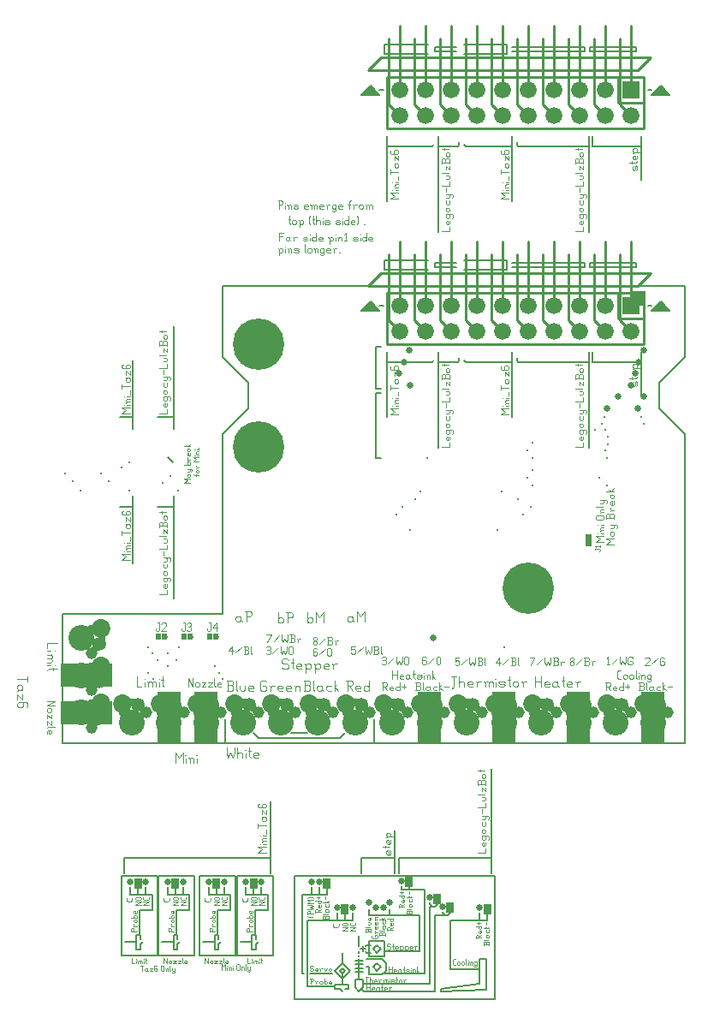
<source format=gbr>
G04 This is an RS-274x file exported by *
G04 gerbv version 2.7.0 *
G04 More information is available about gerbv at *
G04 http://gerbv.geda-project.org/ *
G04 --End of header info--*
%MOIN*%
%FSLAX36Y36*%
%IPPOS*%
G04 --Define apertures--*
%ADD10C,0.0001*%
%ADD11C,0.0100*%
%ADD12C,0.0060*%
%ADD13C,0.0030*%
%ADD14C,0.0038*%
%ADD15C,0.0030*%
%ADD16C,0.0040*%
%ADD17C,0.0050*%
%ADD18C,0.0038*%
%ADD19C,0.0048*%
%ADD20C,0.0022*%
%ADD21C,0.0027*%
%ADD22C,0.0021*%
%ADD23C,0.0026*%
%ADD24C,0.0250*%
%ADD25C,0.0022*%
%ADD26C,0.0021*%
%ADD27C,0.0454*%
%ADD28C,0.1005*%
%ADD29C,0.0729*%
%ADD30C,0.0532*%
%ADD31C,0.0260*%
%ADD32C,0.0660*%
%ADD33C,0.2000*%
%ADD34C,0.0200*%
%ADD35C,0.0790*%
%ADD36C,0.0490*%
%ADD37C,0.0300*%
%ADD38C,0.0380*%
%ADD39C,0.1180*%
G04 --Start main section--*
G54D10*
G36*
G01X1900000Y0775000D02*
G01X1900000Y0735000D01*
G01X1870000Y0735000D01*
G01X1870000Y0775000D01*
G01X1900000Y0775000D01*
G37*
G36*
G01X2010000Y0710000D02*
G01X2010000Y0670000D01*
G01X1980000Y0670000D01*
G01X1980000Y0710000D01*
G01X2010000Y0710000D01*
G37*
G36*
G01X1700000Y2980000D02*
G01X1735000Y3015000D01*
G01X1770000Y2980000D01*
G01X1700000Y2980000D01*
G37*
G36*
G01X1700000Y3820000D02*
G01X1735000Y3855000D01*
G01X1770000Y3820000D01*
G01X1700000Y3820000D01*
G37*
G36*
G01X2750000Y3055000D02*
G01X2805000Y3055000D01*
G01X2805000Y3000000D01*
G01X2750000Y3000000D01*
G01X2750000Y3055000D01*
G37*
G36*
G01X2830000Y2980000D02*
G01X2865000Y3015000D01*
G01X2900000Y2980000D01*
G01X2830000Y2980000D01*
G37*
G36*
G01X2830000Y3820000D02*
G01X2865000Y3855000D01*
G01X2900000Y3820000D01*
G01X2830000Y3820000D01*
G37*
G36*
G01X0905000Y1295000D02*
G01X0905000Y1495000D01*
G01X0995000Y1495000D01*
G01X0995000Y1295000D01*
G01X0905000Y1295000D01*
G37*
G36*
G01X1050000Y1295000D02*
G01X1050000Y1495000D01*
G01X1140000Y1495000D01*
G01X1140000Y1295000D01*
G01X1050000Y1295000D01*
G37*
G36*
G01X0530000Y1460000D02*
G01X0730000Y1460000D01*
G01X0730000Y1370000D01*
G01X0530000Y1370000D01*
G01X0530000Y1460000D01*
G37*
G36*
G01X2790000Y1295000D02*
G01X2790000Y1495000D01*
G01X2880000Y1495000D01*
G01X2880000Y1295000D01*
G01X2790000Y1295000D01*
G37*
G36*
G01X2500000Y1295000D02*
G01X2500000Y1495000D01*
G01X2590000Y1495000D01*
G01X2590000Y1295000D01*
G01X2500000Y1295000D01*
G37*
G36*
G01X2210000Y1295000D02*
G01X2210000Y1495000D01*
G01X2300000Y1495000D01*
G01X2300000Y1295000D01*
G01X2210000Y1295000D01*
G37*
G36*
G01X1920000Y1295000D02*
G01X1920000Y1495000D01*
G01X2010000Y1495000D01*
G01X2010000Y1295000D01*
G01X1920000Y1295000D01*
G37*
G36*
G01X0530000Y1605000D02*
G01X0730000Y1605000D01*
G01X0730000Y1515000D01*
G01X0530000Y1515000D01*
G01X0530000Y1605000D01*
G37*
G36*
G01X1650000Y0670000D02*
G01X1650000Y0630000D01*
G01X1620000Y0630000D01*
G01X1620000Y0670000D01*
G01X1650000Y0670000D01*
G37*
G36*
G01X2205000Y0670000D02*
G01X2205000Y0630000D01*
G01X2175000Y0630000D01*
G01X2175000Y0670000D01*
G01X2205000Y0670000D01*
G37*
G36*
G01X2060000Y0675000D02*
G01X2060000Y0635000D01*
G01X2030000Y0635000D01*
G01X2030000Y0675000D01*
G01X2060000Y0675000D01*
G37*
G36*
G01X1580000Y0770000D02*
G01X1580000Y0730000D01*
G01X1550000Y0730000D01*
G01X1550000Y0770000D01*
G01X1580000Y0770000D01*
G37*
G36*
G01X0845000Y0770000D02*
G01X0845000Y0730000D01*
G01X0815000Y0730000D01*
G01X0815000Y0770000D01*
G01X0845000Y0770000D01*
G37*
G36*
G01X0990000Y0770000D02*
G01X0990000Y0730000D01*
G01X0960000Y0730000D01*
G01X0960000Y0770000D01*
G01X0990000Y0770000D01*
G37*
G36*
G01X1295000Y0770000D02*
G01X1295000Y0730000D01*
G01X1265000Y0730000D01*
G01X1265000Y0770000D01*
G01X1295000Y0770000D01*
G37*
G36*
G01X1150000Y0770000D02*
G01X1150000Y0730000D01*
G01X1120000Y0730000D01*
G01X1120000Y0770000D01*
G01X1150000Y0770000D01*
G37*
G54D11*
G01X2450000Y2900000D02*
G01X2407500Y2942500D01*
G01X2407500Y2942500D02*
G01X2407500Y3200000D01*
G01X2350000Y3000000D02*
G01X2350000Y3250000D01*
G01X2307500Y2942500D02*
G01X2307500Y3200000D01*
G01X2250000Y3000000D02*
G01X2250000Y3250000D01*
G54D12*
G01X2265000Y3175000D02*
G01X2265000Y3140000D01*
G54D11*
G01X2350000Y2900000D02*
G01X2307500Y2942500D01*
G01X2250000Y2900000D02*
G01X2207500Y2942500D01*
G01X2150000Y2900000D02*
G01X2107500Y2942500D01*
G54D12*
G01X2305000Y2795000D02*
G01X2305000Y2785000D01*
G01X2285000Y2820000D02*
G01X2285000Y2565000D01*
G01X2305000Y2785000D02*
G01X2310000Y2780000D01*
G01X2310000Y2780000D02*
G01X2585000Y2780000D01*
G01X2285000Y2780000D02*
G01X2105000Y2780000D01*
G54D11*
G01X2607500Y2942500D02*
G01X2607500Y3200000D01*
G01X2550000Y3000000D02*
G01X2550000Y3250000D01*
G01X2507500Y2942500D02*
G01X2507500Y3200000D01*
G01X2450000Y3000000D02*
G01X2450000Y3250000D01*
G54D12*
G01X2590000Y3150000D02*
G01X2590000Y3165000D01*
G01X2570000Y3165000D02*
G01X2570000Y3150000D01*
G54D11*
G01X2750000Y3000000D02*
G01X2750000Y3250000D01*
G01X2707500Y2942500D02*
G01X2707500Y3200000D01*
G01X2650000Y3000000D02*
G01X2650000Y3250000D01*
G01X2825000Y3125000D02*
G01X2775000Y3075000D01*
G54D12*
G01X2900000Y2980000D02*
G01X2865000Y3015000D01*
G01X2865000Y3015000D02*
G01X2830000Y2980000D01*
G01X2830000Y2980000D02*
G01X2900000Y2980000D01*
G01X2830000Y3000000D02*
G01X2815000Y3000000D01*
G01X2590000Y3165000D02*
G01X2770000Y3165000D01*
G01X2770000Y3165000D02*
G01X2770000Y3150000D01*
G01X2770000Y3150000D02*
G01X2590000Y3150000D01*
G54D11*
G01X2207500Y2942500D02*
G01X2207500Y3200000D01*
G01X2150000Y3000000D02*
G01X2150000Y3250000D01*
G01X2107500Y2942500D02*
G01X2107500Y3200000D01*
G01X2050000Y2900000D02*
G01X2007500Y2942500D01*
G01X1950000Y2900000D02*
G01X1907500Y2942500D01*
G01X1725000Y3075000D02*
G01X2775000Y3075000D01*
G54D12*
G01X1770000Y2980000D02*
G01X1735000Y3015000D01*
G01X1785000Y3000000D02*
G01X1770000Y3000000D01*
G54D11*
G01X2825000Y3125000D02*
G01X1775000Y3125000D01*
G01X2750000Y2900000D02*
G01X2707500Y2942500D01*
G01X2550000Y2900000D02*
G01X2507500Y2942500D01*
G01X2650000Y2900000D02*
G01X2607500Y2942500D01*
G54D12*
G01X2070000Y3165000D02*
G01X1985000Y3165000D01*
G01X2070000Y3150000D02*
G01X1985000Y3150000D01*
G01X2265000Y3140000D02*
G01X2100000Y3140000D01*
G01X2265000Y3175000D02*
G01X2100000Y3175000D01*
G01X2570000Y3165000D02*
G01X2285000Y3165000D01*
G01X2570000Y3150000D02*
G01X2285000Y3150000D01*
G01X2600000Y2820000D02*
G01X2600000Y2780000D01*
G01X2600000Y2780000D02*
G01X2790000Y2780000D01*
G01X2790000Y2780000D02*
G01X2790000Y2820000D01*
G01X2790000Y2820000D02*
G01X2790000Y2650000D01*
G01X2585000Y2820000D02*
G01X2585000Y2445000D01*
G54D11*
G01X2050000Y3000000D02*
G01X2050000Y3250000D01*
G01X2007500Y2942500D02*
G01X2007500Y3200000D01*
G01X1950000Y3000000D02*
G01X1950000Y3250000D01*
G01X1907500Y2942500D02*
G01X1907500Y3200000D01*
G54D12*
G01X1985000Y3165000D02*
G01X1985000Y3150000D01*
G54D11*
G01X1850000Y3000000D02*
G01X1850000Y3250000D01*
G01X1807500Y2942500D02*
G01X1807500Y3200000D01*
G01X1775000Y3125000D02*
G01X1725000Y3075000D01*
G54D12*
G01X1790000Y3175000D02*
G01X1790000Y3140000D01*
G01X1800000Y2820000D02*
G01X1800000Y2565000D01*
G01X1735000Y3015000D02*
G01X1700000Y2980000D01*
G01X1700000Y2980000D02*
G01X1770000Y2980000D01*
G01X1790000Y3175000D02*
G01X1960000Y3175000D01*
G01X1790000Y3140000D02*
G01X1960000Y3140000D01*
G01X1800000Y2780000D02*
G01X1975000Y2780000D01*
G01X1975000Y2780000D02*
G01X1980000Y2785000D01*
G01X2000000Y2780000D02*
G01X2075000Y2780000D01*
G01X2075000Y2780000D02*
G01X2080000Y2785000D01*
G01X2080000Y2785000D02*
G01X2080000Y2795000D01*
G01X2000000Y2820000D02*
G01X2000000Y2445000D01*
G01X2100000Y2785000D02*
G01X2105000Y2780000D01*
G54D11*
G01X1850000Y2900000D02*
G01X1807500Y2942500D01*
G54D12*
G01X1755000Y2675000D02*
G01X1775000Y2675000D01*
G01X1755000Y2675000D02*
G01X1755000Y2840000D01*
G01X1755000Y2840000D02*
G01X1775000Y2840000D01*
G01X1775000Y2660000D02*
G01X1755000Y2660000D01*
G01X1755000Y2660000D02*
G01X1755000Y2405000D01*
G01X1755000Y2405000D02*
G01X1775000Y2405000D01*
G01X0945000Y2410000D02*
G01X0965000Y2390000D01*
G01X0970000Y2215000D02*
G01X0905000Y2215000D01*
G01X0810000Y2215000D02*
G01X0760000Y2215000D01*
G01X0970000Y1860000D02*
G01X0970000Y2260000D01*
G01X0810000Y1995000D02*
G01X0810000Y2260000D01*
G01X0905000Y2565000D02*
G01X0970000Y2565000D01*
G01X0760000Y2565000D02*
G01X0810000Y2565000D01*
G01X0970000Y2920000D02*
G01X0970000Y2520000D01*
G01X0810000Y2785000D02*
G01X0810000Y2520000D01*
G01X1750000Y1295000D02*
G01X1750000Y1390000D01*
G01X1425000Y1335000D02*
G01X1490000Y1335000D01*
G01X1280000Y1335000D02*
G01X1300000Y1315000D01*
G01X1300000Y1315000D02*
G01X1615000Y1315000D01*
G01X1615000Y1315000D02*
G01X1635000Y1335000D01*
G01X1170000Y1390000D02*
G01X1170000Y1295000D01*
G01X1845000Y0850000D02*
G01X1845000Y0790000D01*
G01X2205000Y0850000D02*
G01X1845000Y0850000D01*
G01X2205000Y1195000D02*
G01X2205000Y0790000D01*
G01X1830000Y0790000D02*
G01X1830000Y0955000D01*
G01X1700000Y0850000D02*
G01X1700000Y0790000D01*
G01X1830000Y0850000D02*
G01X1700000Y0850000D01*
G01X0775000Y0850000D02*
G01X1345000Y0850000D01*
G01X0775000Y0850000D02*
G01X0775000Y0790000D01*
G01X1345000Y0790000D02*
G01X1345000Y1070000D01*
G54D11*
G01X2750000Y3840000D02*
G01X2750000Y4090000D01*
G01X2707500Y3782500D02*
G01X2707500Y4040000D01*
G01X2650000Y3840000D02*
G01X2650000Y4090000D01*
G01X2607500Y3782500D02*
G01X2607500Y4040000D01*
G01X2550000Y3840000D02*
G01X2550000Y4090000D01*
G01X2507500Y3782500D02*
G01X2507500Y4040000D01*
G01X2450000Y3840000D02*
G01X2450000Y4090000D01*
G54D12*
G01X2590000Y3990000D02*
G01X2590000Y4005000D01*
G01X2570000Y4005000D02*
G01X2570000Y3990000D01*
G54D11*
G01X2825000Y3965000D02*
G01X2775000Y3915000D01*
G54D12*
G01X2900000Y3820000D02*
G01X2865000Y3855000D01*
G01X2865000Y3855000D02*
G01X2830000Y3820000D01*
G01X2830000Y3820000D02*
G01X2900000Y3820000D01*
G01X2830000Y3840000D02*
G01X2815000Y3840000D01*
G01X2590000Y4005000D02*
G01X2770000Y4005000D01*
G01X2770000Y4005000D02*
G01X2770000Y3990000D01*
G01X2770000Y3990000D02*
G01X2590000Y3990000D01*
G54D11*
G01X2450000Y3740000D02*
G01X2407500Y3782500D01*
G01X2407500Y3782500D02*
G01X2407500Y4040000D01*
G01X2350000Y3840000D02*
G01X2350000Y4090000D01*
G01X2307500Y3782500D02*
G01X2307500Y4040000D01*
G01X2250000Y3840000D02*
G01X2250000Y4090000D01*
G54D12*
G01X2265000Y4015000D02*
G01X2265000Y3980000D01*
G54D11*
G01X2350000Y3740000D02*
G01X2307500Y3782500D01*
G01X2250000Y3740000D02*
G01X2207500Y3782500D01*
G01X2150000Y3740000D02*
G01X2107500Y3782500D01*
G54D12*
G01X2305000Y3635000D02*
G01X2305000Y3625000D01*
G01X2305000Y3625000D02*
G01X2310000Y3620000D01*
G01X2310000Y3620000D02*
G01X2585000Y3620000D01*
G01X2285000Y3620000D02*
G01X2105000Y3620000D01*
G54D11*
G01X2050000Y3840000D02*
G01X2050000Y4090000D01*
G01X2007500Y3782500D02*
G01X2007500Y4040000D01*
G01X1950000Y3840000D02*
G01X1950000Y4090000D01*
G01X1907500Y3782500D02*
G01X1907500Y4040000D01*
G54D12*
G01X1985000Y4005000D02*
G01X1985000Y3990000D01*
G54D11*
G01X1850000Y3840000D02*
G01X1850000Y4090000D01*
G01X1807500Y3782500D02*
G01X1807500Y4040000D01*
G01X1775000Y3965000D02*
G01X1725000Y3915000D01*
G54D12*
G01X1790000Y4015000D02*
G01X1790000Y3980000D01*
G01X1770000Y3820000D02*
G01X1735000Y3855000D01*
G01X1785000Y3840000D02*
G01X1770000Y3840000D01*
G01X1790000Y4015000D02*
G01X1960000Y4015000D01*
G01X1790000Y3980000D02*
G01X1960000Y3980000D01*
G01X1735000Y3855000D02*
G01X1700000Y3820000D01*
G01X1700000Y3820000D02*
G01X1770000Y3820000D01*
G54D11*
G01X2207500Y3782500D02*
G01X2207500Y4040000D01*
G01X2150000Y3840000D02*
G01X2150000Y4090000D01*
G01X2107500Y3782500D02*
G01X2107500Y4040000D01*
G01X2050000Y3740000D02*
G01X2007500Y3782500D01*
G01X1950000Y3740000D02*
G01X1907500Y3782500D01*
G01X1725000Y3915000D02*
G01X2775000Y3915000D01*
G01X2825000Y3965000D02*
G01X1775000Y3965000D01*
G01X2750000Y3740000D02*
G01X2707500Y3782500D01*
G01X2550000Y3740000D02*
G01X2507500Y3782500D01*
G01X2650000Y3740000D02*
G01X2607500Y3782500D01*
G54D12*
G01X2070000Y4005000D02*
G01X1985000Y4005000D01*
G01X2070000Y3990000D02*
G01X1985000Y3990000D01*
G01X2265000Y3980000D02*
G01X2100000Y3980000D01*
G01X2265000Y4015000D02*
G01X2100000Y4015000D01*
G01X2570000Y4005000D02*
G01X2285000Y4005000D01*
G01X2570000Y3990000D02*
G01X2285000Y3990000D01*
G01X2600000Y3660000D02*
G01X2600000Y3620000D01*
G01X2600000Y3620000D02*
G01X2790000Y3620000D01*
G01X2790000Y3620000D02*
G01X2790000Y3660000D01*
G01X2790000Y3660000D02*
G01X2790000Y3490000D01*
G01X2585000Y3660000D02*
G01X2585000Y3285000D01*
G54D11*
G01X1850000Y3740000D02*
G01X1807500Y3782500D01*
G54D12*
G01X1800000Y3660000D02*
G01X1800000Y3405000D01*
G01X2000000Y3620000D02*
G01X2075000Y3620000D01*
G01X2075000Y3620000D02*
G01X2080000Y3625000D01*
G01X2100000Y3625000D02*
G01X2105000Y3620000D01*
G01X2080000Y3625000D02*
G01X2080000Y3635000D01*
G01X2285000Y3660000D02*
G01X2285000Y3405000D01*
G01X2000000Y3660000D02*
G01X2000000Y3285000D01*
G01X1800000Y3620000D02*
G01X1975000Y3620000D01*
G01X1975000Y3620000D02*
G01X1980000Y3625000D01*
G54D13*
G01X2700320Y1547000D02*
G01X2710200Y1547000D01*
G01X2695000Y1552320D02*
G01X2700320Y1547000D01*
G01X2695000Y1572080D02*
G01X2695000Y1552320D01*
G01X2695000Y1572080D02*
G01X2700320Y1577400D01*
G01X2700320Y1577400D02*
G01X2710200Y1577400D01*
G01X2719320Y1558400D02*
G01X2719320Y1550800D01*
G01X2719320Y1558400D02*
G01X2723120Y1562200D01*
G01X2723120Y1562200D02*
G01X2730720Y1562200D01*
G01X2730720Y1562200D02*
G01X2734520Y1558400D01*
G01X2734520Y1558400D02*
G01X2734520Y1550800D01*
G01X2730720Y1547000D02*
G01X2734520Y1550800D01*
G01X2723120Y1547000D02*
G01X2730720Y1547000D01*
G01X2719320Y1550800D02*
G01X2723120Y1547000D01*
G01X2743640Y1558400D02*
G01X2743640Y1550800D01*
G01X2743640Y1558400D02*
G01X2747440Y1562200D01*
G01X2747440Y1562200D02*
G01X2755040Y1562200D01*
G01X2755040Y1562200D02*
G01X2758840Y1558400D01*
G01X2758840Y1558400D02*
G01X2758840Y1550800D01*
G01X2755040Y1547000D02*
G01X2758840Y1550800D01*
G01X2747440Y1547000D02*
G01X2755040Y1547000D01*
G01X2743640Y1550800D02*
G01X2747440Y1547000D01*
G01X2767960Y1577400D02*
G01X2767960Y1550800D01*
G01X2767960Y1550800D02*
G01X2771760Y1547000D01*
G54D14*
G01X2779360Y1569800D02*
G01X2779360Y1569040D01*
G54D13*
G01X2779360Y1558400D02*
G01X2779360Y1547000D01*
G01X2790760Y1558400D02*
G01X2790760Y1547000D01*
G01X2790760Y1558400D02*
G01X2794560Y1562200D01*
G01X2794560Y1562200D02*
G01X2798360Y1562200D01*
G01X2798360Y1562200D02*
G01X2802160Y1558400D01*
G01X2802160Y1558400D02*
G01X2802160Y1547000D01*
G01X2786960Y1562200D02*
G01X2790760Y1558400D01*
G01X2822680Y1562200D02*
G01X2826480Y1558400D01*
G01X2815080Y1562200D02*
G01X2822680Y1562200D01*
G01X2811280Y1558400D02*
G01X2815080Y1562200D01*
G01X2811280Y1558400D02*
G01X2811280Y1550800D01*
G01X2811280Y1550800D02*
G01X2815080Y1547000D01*
G01X2815080Y1547000D02*
G01X2822680Y1547000D01*
G01X2822680Y1547000D02*
G01X2826480Y1550800D01*
G01X2811280Y1539400D02*
G01X2815080Y1535600D01*
G01X2815080Y1535600D02*
G01X2822680Y1535600D01*
G01X2822680Y1535600D02*
G01X2826480Y1539400D01*
G01X2826480Y1562200D02*
G01X2826480Y1539400D01*
G01X2650000Y1532300D02*
G01X2665400Y1532300D01*
G01X2665400Y1532300D02*
G01X2669250Y1528450D01*
G01X2669250Y1528450D02*
G01X2669250Y1520750D01*
G01X2665400Y1516900D02*
G01X2669250Y1520750D01*
G01X2653850Y1516900D02*
G01X2665400Y1516900D01*
G01X2653850Y1532300D02*
G01X2653850Y1501500D01*
G01X2660010Y1516900D02*
G01X2669250Y1501500D01*
G01X2682340Y1501500D02*
G01X2693890Y1501500D01*
G01X2678490Y1505350D02*
G01X2682340Y1501500D01*
G01X2678490Y1513050D02*
G01X2678490Y1505350D01*
G01X2678490Y1513050D02*
G01X2682340Y1516900D01*
G01X2682340Y1516900D02*
G01X2690040Y1516900D01*
G01X2690040Y1516900D02*
G01X2693890Y1513050D01*
G01X2678490Y1509200D02*
G01X2693890Y1509200D01*
G01X2693890Y1513050D02*
G01X2693890Y1509200D01*
G01X2718530Y1532300D02*
G01X2718530Y1501500D01*
G01X2714680Y1501500D02*
G01X2718530Y1505350D01*
G01X2706980Y1501500D02*
G01X2714680Y1501500D01*
G01X2703130Y1505350D02*
G01X2706980Y1501500D01*
G01X2703130Y1513050D02*
G01X2703130Y1505350D01*
G01X2703130Y1513050D02*
G01X2706980Y1516900D01*
G01X2706980Y1516900D02*
G01X2714680Y1516900D01*
G01X2714680Y1516900D02*
G01X2718530Y1513050D01*
G01X2727770Y1516900D02*
G01X2743170Y1516900D01*
G01X2735470Y1524600D02*
G01X2735470Y1509200D01*
G01X2780000Y1501500D02*
G01X2795400Y1501500D01*
G01X2795400Y1501500D02*
G01X2799250Y1505350D01*
G01X2799250Y1514590D02*
G01X2799250Y1505350D01*
G01X2795400Y1518440D02*
G01X2799250Y1514590D01*
G01X2783850Y1518440D02*
G01X2795400Y1518440D01*
G01X2783850Y1532300D02*
G01X2783850Y1501500D01*
G01X2780000Y1532300D02*
G01X2795400Y1532300D01*
G01X2795400Y1532300D02*
G01X2799250Y1528450D01*
G01X2799250Y1528450D02*
G01X2799250Y1522290D01*
G01X2795400Y1518440D02*
G01X2799250Y1522290D01*
G01X2808490Y1532300D02*
G01X2808490Y1505350D01*
G01X2808490Y1505350D02*
G01X2812340Y1501500D01*
G01X2831590Y1516900D02*
G01X2835440Y1513050D01*
G01X2823890Y1516900D02*
G01X2831590Y1516900D01*
G01X2820040Y1513050D02*
G01X2823890Y1516900D01*
G01X2820040Y1513050D02*
G01X2820040Y1505350D01*
G01X2820040Y1505350D02*
G01X2823890Y1501500D01*
G01X2835440Y1516900D02*
G01X2835440Y1505350D01*
G01X2835440Y1505350D02*
G01X2839290Y1501500D01*
G01X2823890Y1501500D02*
G01X2831590Y1501500D01*
G01X2831590Y1501500D02*
G01X2835440Y1505350D01*
G01X2852380Y1516900D02*
G01X2863930Y1516900D01*
G01X2848530Y1513050D02*
G01X2852380Y1516900D01*
G01X2848530Y1513050D02*
G01X2848530Y1505350D01*
G01X2848530Y1505350D02*
G01X2852380Y1501500D01*
G01X2852380Y1501500D02*
G01X2863930Y1501500D01*
G01X2873170Y1532300D02*
G01X2873170Y1501500D01*
G01X2873170Y1513050D02*
G01X2884720Y1501500D01*
G01X2873170Y1513050D02*
G01X2880870Y1520750D01*
G01X2893960Y1516900D02*
G01X2909360Y1516900D01*
G54D15*
G01X2802800Y1626230D02*
G01X2806550Y1629980D01*
G01X2806550Y1629980D02*
G01X2817800Y1629980D01*
G01X2817800Y1629980D02*
G01X2821550Y1626230D01*
G01X2821550Y1626230D02*
G01X2821550Y1618730D01*
G01X2802800Y1599980D02*
G01X2821550Y1618730D01*
G01X2802800Y1599980D02*
G01X2821550Y1599980D01*
G01X2830550Y1603730D02*
G01X2853050Y1626230D01*
G01X2877050Y1629980D02*
G01X2880800Y1626230D01*
G01X2865800Y1629980D02*
G01X2877050Y1629980D01*
G01X2862050Y1626230D02*
G01X2865800Y1629980D01*
G01X2862050Y1626230D02*
G01X2862050Y1603730D01*
G01X2862050Y1603730D02*
G01X2865800Y1599980D01*
G01X2865800Y1599980D02*
G01X2877050Y1599980D01*
G01X2877050Y1599980D02*
G01X2880800Y1603730D01*
G01X2880800Y1611230D02*
G01X2880800Y1603730D01*
G01X2877050Y1614980D02*
G01X2880800Y1611230D01*
G01X2869550Y1614980D02*
G01X2877050Y1614980D01*
G01X2654570Y1624690D02*
G01X2660570Y1630690D01*
G01X2660570Y1630690D02*
G01X2660570Y1600690D01*
G01X2654570Y1600690D02*
G01X2665820Y1600690D01*
G01X2674820Y1604440D02*
G01X2697320Y1626940D01*
G01X2706320Y1630690D02*
G01X2706320Y1615690D01*
G01X2706320Y1615690D02*
G01X2710070Y1600690D01*
G01X2710070Y1600690D02*
G01X2717570Y1615690D01*
G01X2717570Y1615690D02*
G01X2725070Y1600690D01*
G01X2725070Y1600690D02*
G01X2728820Y1615690D01*
G01X2728820Y1630690D02*
G01X2728820Y1615690D01*
G01X2752820Y1630690D02*
G01X2756570Y1626940D01*
G01X2741570Y1630690D02*
G01X2752820Y1630690D01*
G01X2737820Y1626940D02*
G01X2741570Y1630690D01*
G01X2737820Y1626940D02*
G01X2737820Y1604440D01*
G01X2737820Y1604440D02*
G01X2741570Y1600690D01*
G01X2741570Y1600690D02*
G01X2752820Y1600690D01*
G01X2752820Y1600690D02*
G01X2756570Y1604440D01*
G01X2756570Y1611940D02*
G01X2756570Y1604440D01*
G01X2752820Y1615690D02*
G01X2756570Y1611940D01*
G01X2745320Y1615690D02*
G01X2752820Y1615690D01*
G54D13*
G01X1820000Y1577400D02*
G01X1820000Y1547000D01*
G01X1839000Y1577400D02*
G01X1839000Y1547000D01*
G01X1820000Y1562200D02*
G01X1839000Y1562200D01*
G01X1851920Y1547000D02*
G01X1863320Y1547000D01*
G01X1848120Y1550800D02*
G01X1851920Y1547000D01*
G01X1848120Y1558400D02*
G01X1848120Y1550800D01*
G01X1848120Y1558400D02*
G01X1851920Y1562200D01*
G01X1851920Y1562200D02*
G01X1859520Y1562200D01*
G01X1859520Y1562200D02*
G01X1863320Y1558400D01*
G01X1848120Y1554600D02*
G01X1863320Y1554600D01*
G01X1863320Y1558400D02*
G01X1863320Y1554600D01*
G01X1883840Y1562200D02*
G01X1887640Y1558400D01*
G01X1876240Y1562200D02*
G01X1883840Y1562200D01*
G01X1872440Y1558400D02*
G01X1876240Y1562200D01*
G01X1872440Y1558400D02*
G01X1872440Y1550800D01*
G01X1872440Y1550800D02*
G01X1876240Y1547000D01*
G01X1887640Y1562200D02*
G01X1887640Y1550800D01*
G01X1887640Y1550800D02*
G01X1891440Y1547000D01*
G01X1876240Y1547000D02*
G01X1883840Y1547000D01*
G01X1883840Y1547000D02*
G01X1887640Y1550800D01*
G01X1904360Y1577400D02*
G01X1904360Y1550800D01*
G01X1904360Y1550800D02*
G01X1908160Y1547000D01*
G01X1900560Y1566000D02*
G01X1908160Y1566000D01*
G01X1919560Y1547000D02*
G01X1930960Y1547000D01*
G01X1930960Y1547000D02*
G01X1934760Y1550800D01*
G01X1930960Y1554600D02*
G01X1934760Y1550800D01*
G01X1919560Y1554600D02*
G01X1930960Y1554600D01*
G01X1915760Y1558400D02*
G01X1919560Y1554600D01*
G01X1915760Y1558400D02*
G01X1919560Y1562200D01*
G01X1919560Y1562200D02*
G01X1930960Y1562200D01*
G01X1930960Y1562200D02*
G01X1934760Y1558400D01*
G01X1915760Y1550800D02*
G01X1919560Y1547000D01*
G54D14*
G01X1943880Y1569800D02*
G01X1943880Y1569040D01*
G54D13*
G01X1943880Y1558400D02*
G01X1943880Y1547000D01*
G01X1955280Y1558400D02*
G01X1955280Y1547000D01*
G01X1955280Y1558400D02*
G01X1959080Y1562200D01*
G01X1959080Y1562200D02*
G01X1962880Y1562200D01*
G01X1962880Y1562200D02*
G01X1966680Y1558400D01*
G01X1966680Y1558400D02*
G01X1966680Y1547000D01*
G01X1951480Y1562200D02*
G01X1955280Y1558400D01*
G01X1975800Y1577400D02*
G01X1975800Y1547000D01*
G01X1975800Y1558400D02*
G01X1987200Y1547000D01*
G01X1975800Y1558400D02*
G01X1983400Y1566000D01*
G54D16*
G01X2375000Y1555000D02*
G01X2375000Y1515000D01*
G01X2400000Y1555000D02*
G01X2400000Y1515000D01*
G01X2375000Y1535000D02*
G01X2400000Y1535000D01*
G01X2417000Y1515000D02*
G01X2432000Y1515000D01*
G01X2412000Y1520000D02*
G01X2417000Y1515000D01*
G01X2412000Y1530000D02*
G01X2412000Y1520000D01*
G01X2412000Y1530000D02*
G01X2417000Y1535000D01*
G01X2417000Y1535000D02*
G01X2427000Y1535000D01*
G01X2427000Y1535000D02*
G01X2432000Y1530000D01*
G01X2412000Y1525000D02*
G01X2432000Y1525000D01*
G01X2432000Y1530000D02*
G01X2432000Y1525000D01*
G01X2459000Y1535000D02*
G01X2464000Y1530000D01*
G01X2449000Y1535000D02*
G01X2459000Y1535000D01*
G01X2444000Y1530000D02*
G01X2449000Y1535000D01*
G01X2444000Y1530000D02*
G01X2444000Y1520000D01*
G01X2444000Y1520000D02*
G01X2449000Y1515000D01*
G01X2464000Y1535000D02*
G01X2464000Y1520000D01*
G01X2464000Y1520000D02*
G01X2469000Y1515000D01*
G01X2449000Y1515000D02*
G01X2459000Y1515000D01*
G01X2459000Y1515000D02*
G01X2464000Y1520000D01*
G01X2486000Y1555000D02*
G01X2486000Y1520000D01*
G01X2486000Y1520000D02*
G01X2491000Y1515000D01*
G01X2481000Y1540000D02*
G01X2491000Y1540000D01*
G01X2506000Y1515000D02*
G01X2521000Y1515000D01*
G01X2501000Y1520000D02*
G01X2506000Y1515000D01*
G01X2501000Y1530000D02*
G01X2501000Y1520000D01*
G01X2501000Y1530000D02*
G01X2506000Y1535000D01*
G01X2506000Y1535000D02*
G01X2516000Y1535000D01*
G01X2516000Y1535000D02*
G01X2521000Y1530000D01*
G01X2501000Y1525000D02*
G01X2521000Y1525000D01*
G01X2521000Y1530000D02*
G01X2521000Y1525000D01*
G01X2538000Y1530000D02*
G01X2538000Y1515000D01*
G01X2538000Y1530000D02*
G01X2543000Y1535000D01*
G01X2543000Y1535000D02*
G01X2553000Y1535000D01*
G01X2533000Y1535000D02*
G01X2538000Y1530000D01*
G01X2049000Y1555500D02*
G01X2069000Y1555500D01*
G01X2059000Y1555500D02*
G01X2059000Y1515500D01*
G01X2081000Y1555500D02*
G01X2081000Y1515500D01*
G01X2081000Y1530500D02*
G01X2086000Y1535500D01*
G01X2086000Y1535500D02*
G01X2096000Y1535500D01*
G01X2096000Y1535500D02*
G01X2101000Y1530500D01*
G01X2101000Y1530500D02*
G01X2101000Y1515500D01*
G01X2118000Y1515500D02*
G01X2133000Y1515500D01*
G01X2113000Y1520500D02*
G01X2118000Y1515500D01*
G01X2113000Y1530500D02*
G01X2113000Y1520500D01*
G01X2113000Y1530500D02*
G01X2118000Y1535500D01*
G01X2118000Y1535500D02*
G01X2128000Y1535500D01*
G01X2128000Y1535500D02*
G01X2133000Y1530500D01*
G01X2113000Y1525500D02*
G01X2133000Y1525500D01*
G01X2133000Y1530500D02*
G01X2133000Y1525500D01*
G01X2150000Y1530500D02*
G01X2150000Y1515500D01*
G01X2150000Y1530500D02*
G01X2155000Y1535500D01*
G01X2155000Y1535500D02*
G01X2165000Y1535500D01*
G01X2145000Y1535500D02*
G01X2150000Y1530500D01*
G01X2182000Y1530500D02*
G01X2182000Y1515500D01*
G01X2182000Y1530500D02*
G01X2187000Y1535500D01*
G01X2187000Y1535500D02*
G01X2192000Y1535500D01*
G01X2192000Y1535500D02*
G01X2197000Y1530500D01*
G01X2197000Y1530500D02*
G01X2197000Y1515500D01*
G01X2197000Y1530500D02*
G01X2202000Y1535500D01*
G01X2202000Y1535500D02*
G01X2207000Y1535500D01*
G01X2207000Y1535500D02*
G01X2212000Y1530500D01*
G01X2212000Y1530500D02*
G01X2212000Y1515500D01*
G01X2177000Y1535500D02*
G01X2182000Y1530500D01*
G54D17*
G01X2224000Y1545500D02*
G01X2224000Y1544500D01*
G54D16*
G01X2224000Y1530500D02*
G01X2224000Y1515500D01*
G01X2239000Y1515500D02*
G01X2254000Y1515500D01*
G01X2254000Y1515500D02*
G01X2259000Y1520500D01*
G01X2254000Y1525500D02*
G01X2259000Y1520500D01*
G01X2239000Y1525500D02*
G01X2254000Y1525500D01*
G01X2234000Y1530500D02*
G01X2239000Y1525500D01*
G01X2234000Y1530500D02*
G01X2239000Y1535500D01*
G01X2239000Y1535500D02*
G01X2254000Y1535500D01*
G01X2254000Y1535500D02*
G01X2259000Y1530500D01*
G01X2234000Y1520500D02*
G01X2239000Y1515500D01*
G01X2276000Y1555500D02*
G01X2276000Y1520500D01*
G01X2276000Y1520500D02*
G01X2281000Y1515500D01*
G01X2271000Y1540500D02*
G01X2281000Y1540500D01*
G01X2291000Y1530500D02*
G01X2291000Y1520500D01*
G01X2291000Y1530500D02*
G01X2296000Y1535500D01*
G01X2296000Y1535500D02*
G01X2306000Y1535500D01*
G01X2306000Y1535500D02*
G01X2311000Y1530500D01*
G01X2311000Y1530500D02*
G01X2311000Y1520500D01*
G01X2306000Y1515500D02*
G01X2311000Y1520500D01*
G01X2296000Y1515500D02*
G01X2306000Y1515500D01*
G01X2291000Y1520500D02*
G01X2296000Y1515500D01*
G01X2328000Y1530500D02*
G01X2328000Y1515500D01*
G01X2328000Y1530500D02*
G01X2333000Y1535500D01*
G01X2333000Y1535500D02*
G01X2343000Y1535500D01*
G01X2323000Y1535500D02*
G01X2328000Y1530500D01*
G54D15*
G01X2222800Y1609660D02*
G01X2237800Y1628410D01*
G01X2222800Y1609660D02*
G01X2241550Y1609660D01*
G01X2237800Y1628410D02*
G01X2237800Y1598410D01*
G01X2250550Y1602160D02*
G01X2273050Y1624660D01*
G01X2282050Y1598410D02*
G01X2297050Y1598410D01*
G01X2297050Y1598410D02*
G01X2300800Y1602160D01*
G01X2300800Y1611160D02*
G01X2300800Y1602160D01*
G01X2297050Y1614910D02*
G01X2300800Y1611160D01*
G01X2285800Y1614910D02*
G01X2297050Y1614910D01*
G01X2285800Y1628410D02*
G01X2285800Y1598410D01*
G01X2282050Y1628410D02*
G01X2297050Y1628410D01*
G01X2297050Y1628410D02*
G01X2300800Y1624660D01*
G01X2300800Y1624660D02*
G01X2300800Y1618660D01*
G01X2297050Y1614910D02*
G01X2300800Y1618660D01*
G01X2309800Y1628410D02*
G01X2309800Y1602160D01*
G01X2309800Y1602160D02*
G01X2313550Y1598410D01*
G01X2065160Y1628520D02*
G01X2080160Y1628520D01*
G01X2065160Y1628520D02*
G01X2065160Y1613520D01*
G01X2065160Y1613520D02*
G01X2068910Y1617270D01*
G01X2068910Y1617270D02*
G01X2076410Y1617270D01*
G01X2076410Y1617270D02*
G01X2080160Y1613520D01*
G01X2080160Y1613520D02*
G01X2080160Y1602270D01*
G01X2076410Y1598520D02*
G01X2080160Y1602270D01*
G01X2068910Y1598520D02*
G01X2076410Y1598520D01*
G01X2065160Y1602270D02*
G01X2068910Y1598520D01*
G01X2089160Y1602270D02*
G01X2111660Y1624770D01*
G01X2120660Y1628520D02*
G01X2120660Y1613520D01*
G01X2120660Y1613520D02*
G01X2124410Y1598520D01*
G01X2124410Y1598520D02*
G01X2131910Y1613520D01*
G01X2131910Y1613520D02*
G01X2139410Y1598520D01*
G01X2139410Y1598520D02*
G01X2143160Y1613520D01*
G01X2143160Y1628520D02*
G01X2143160Y1613520D01*
G01X2152160Y1598520D02*
G01X2167160Y1598520D01*
G01X2167160Y1598520D02*
G01X2170910Y1602270D01*
G01X2170910Y1611270D02*
G01X2170910Y1602270D01*
G01X2167160Y1615020D02*
G01X2170910Y1611270D01*
G01X2155910Y1615020D02*
G01X2167160Y1615020D01*
G01X2155910Y1628520D02*
G01X2155910Y1598520D01*
G01X2152160Y1628520D02*
G01X2167160Y1628520D01*
G01X2167160Y1628520D02*
G01X2170910Y1624770D01*
G01X2170910Y1624770D02*
G01X2170910Y1618770D01*
G01X2167160Y1615020D02*
G01X2170910Y1618770D01*
G01X2179910Y1628520D02*
G01X2179910Y1602270D01*
G01X2179910Y1602270D02*
G01X2183660Y1598520D01*
G01X2358910Y1598010D02*
G01X2373910Y1628010D01*
G01X2355160Y1628010D02*
G01X2373910Y1628010D01*
G01X2382910Y1601760D02*
G01X2405410Y1624260D01*
G01X2414410Y1628010D02*
G01X2414410Y1613010D01*
G01X2414410Y1613010D02*
G01X2418160Y1598010D01*
G01X2418160Y1598010D02*
G01X2425660Y1613010D01*
G01X2425660Y1613010D02*
G01X2433160Y1598010D01*
G01X2433160Y1598010D02*
G01X2436910Y1613010D01*
G01X2436910Y1628010D02*
G01X2436910Y1613010D01*
G01X2445910Y1598010D02*
G01X2460910Y1598010D01*
G01X2460910Y1598010D02*
G01X2464660Y1601760D01*
G01X2464660Y1610760D02*
G01X2464660Y1601760D01*
G01X2460910Y1614510D02*
G01X2464660Y1610760D01*
G01X2449660Y1614510D02*
G01X2460910Y1614510D01*
G01X2449660Y1628010D02*
G01X2449660Y1598010D01*
G01X2445910Y1628010D02*
G01X2460910Y1628010D01*
G01X2460910Y1628010D02*
G01X2464660Y1624260D01*
G01X2464660Y1624260D02*
G01X2464660Y1618260D01*
G01X2460910Y1614510D02*
G01X2464660Y1618260D01*
G01X2477410Y1609260D02*
G01X2477410Y1598010D01*
G01X2477410Y1609260D02*
G01X2481160Y1613010D01*
G01X2481160Y1613010D02*
G01X2488660Y1613010D01*
G01X2473660Y1613010D02*
G01X2477410Y1609260D01*
G01X2511730Y1602940D02*
G01X2515480Y1599190D01*
G01X2511730Y1608940D02*
G01X2511730Y1602940D01*
G01X2511730Y1608940D02*
G01X2516980Y1614190D01*
G01X2516980Y1614190D02*
G01X2521480Y1614190D01*
G01X2521480Y1614190D02*
G01X2526730Y1608940D01*
G01X2526730Y1608940D02*
G01X2526730Y1602940D01*
G01X2522980Y1599190D02*
G01X2526730Y1602940D01*
G01X2515480Y1599190D02*
G01X2522980Y1599190D01*
G01X2511730Y1619440D02*
G01X2516980Y1614190D01*
G01X2511730Y1625440D02*
G01X2511730Y1619440D01*
G01X2511730Y1625440D02*
G01X2515480Y1629190D01*
G01X2515480Y1629190D02*
G01X2522980Y1629190D01*
G01X2522980Y1629190D02*
G01X2526730Y1625440D01*
G01X2526730Y1625440D02*
G01X2526730Y1619440D01*
G01X2521480Y1614190D02*
G01X2526730Y1619440D01*
G01X2535730Y1602940D02*
G01X2558230Y1625440D01*
G01X2567230Y1599190D02*
G01X2582230Y1599190D01*
G01X2582230Y1599190D02*
G01X2585980Y1602940D01*
G01X2585980Y1611940D02*
G01X2585980Y1602940D01*
G01X2582230Y1615690D02*
G01X2585980Y1611940D01*
G01X2570980Y1615690D02*
G01X2582230Y1615690D01*
G01X2570980Y1629190D02*
G01X2570980Y1599190D01*
G01X2567230Y1629190D02*
G01X2582230Y1629190D01*
G01X2582230Y1629190D02*
G01X2585980Y1625440D01*
G01X2585980Y1625440D02*
G01X2585980Y1619440D01*
G01X2582230Y1615690D02*
G01X2585980Y1619440D01*
G01X2598730Y1610440D02*
G01X2598730Y1599190D01*
G01X2598730Y1610440D02*
G01X2602480Y1614190D01*
G01X2602480Y1614190D02*
G01X2609980Y1614190D01*
G01X2594980Y1614190D02*
G01X2598730Y1610440D01*
G54D13*
G01X2652700Y2070000D02*
G01X2683500Y2070000D01*
G01X2652700Y2070000D02*
G01X2668100Y2081550D01*
G01X2668100Y2081550D02*
G01X2652700Y2093100D01*
G01X2652700Y2093100D02*
G01X2683500Y2093100D01*
G01X2668100Y2113890D02*
G01X2671950Y2117740D01*
G01X2668100Y2113890D02*
G01X2668100Y2106190D01*
G01X2671950Y2102340D02*
G01X2668100Y2106190D01*
G01X2671950Y2102340D02*
G01X2679650Y2102340D01*
G01X2679650Y2102340D02*
G01X2683500Y2106190D01*
G01X2668100Y2117740D02*
G01X2679650Y2117740D01*
G01X2679650Y2117740D02*
G01X2683500Y2121590D01*
G01X2683500Y2113890D02*
G01X2683500Y2106190D01*
G01X2683500Y2113890D02*
G01X2679650Y2117740D01*
G01X2668100Y2130830D02*
G01X2679650Y2130830D01*
G01X2679650Y2130830D02*
G01X2683500Y2134680D01*
G01X2668100Y2146230D02*
G01X2691200Y2146230D01*
G01X2695050Y2142380D02*
G01X2691200Y2146230D01*
G01X2695050Y2142380D02*
G01X2695050Y2134680D01*
G01X2691200Y2130830D02*
G01X2695050Y2134680D01*
G01X2683500Y2142380D02*
G01X2683500Y2134680D01*
G01X2683500Y2142380D02*
G01X2679650Y2146230D01*
G01X2683500Y2184730D02*
G01X2683500Y2169330D01*
G01X2683500Y2184730D02*
G01X2679650Y2188580D01*
G01X2670410Y2188580D02*
G01X2679650Y2188580D01*
G01X2666560Y2184730D02*
G01X2670410Y2188580D01*
G01X2666560Y2184730D02*
G01X2666560Y2173180D01*
G01X2652700Y2173180D02*
G01X2683500Y2173180D01*
G01X2652700Y2184730D02*
G01X2652700Y2169330D01*
G01X2652700Y2184730D02*
G01X2656550Y2188580D01*
G01X2656550Y2188580D02*
G01X2662710Y2188580D01*
G01X2666560Y2184730D02*
G01X2662710Y2188580D01*
G01X2671950Y2201670D02*
G01X2683500Y2201670D01*
G01X2671950Y2201670D02*
G01X2668100Y2205520D01*
G01X2668100Y2213220D02*
G01X2668100Y2205520D01*
G01X2668100Y2197820D02*
G01X2671950Y2201670D01*
G01X2683500Y2237860D02*
G01X2683500Y2226310D01*
G01X2679650Y2222460D02*
G01X2683500Y2226310D01*
G01X2671950Y2222460D02*
G01X2679650Y2222460D01*
G01X2671950Y2222460D02*
G01X2668100Y2226310D01*
G01X2668100Y2234010D02*
G01X2668100Y2226310D01*
G01X2668100Y2234010D02*
G01X2671950Y2237860D01*
G01X2675800Y2237860D02*
G01X2675800Y2222460D01*
G01X2671950Y2237860D02*
G01X2675800Y2237860D01*
G01X2668100Y2258650D02*
G01X2671950Y2262500D01*
G01X2668100Y2258650D02*
G01X2668100Y2250950D01*
G01X2671950Y2247100D02*
G01X2668100Y2250950D01*
G01X2671950Y2247100D02*
G01X2679650Y2247100D01*
G01X2679650Y2247100D02*
G01X2683500Y2250950D01*
G01X2668100Y2262500D02*
G01X2679650Y2262500D01*
G01X2679650Y2262500D02*
G01X2683500Y2266350D01*
G01X2683500Y2258650D02*
G01X2683500Y2250950D01*
G01X2683500Y2258650D02*
G01X2679650Y2262500D01*
G01X2652700Y2275590D02*
G01X2683500Y2275590D01*
G01X2671950Y2275590D02*
G01X2683500Y2287140D01*
G01X2671950Y2275590D02*
G01X2664250Y2283290D01*
G01X2612700Y2080000D02*
G01X2643500Y2080000D01*
G01X2612700Y2080000D02*
G01X2628100Y2091550D01*
G01X2628100Y2091550D02*
G01X2612700Y2103100D01*
G01X2612700Y2103100D02*
G01X2643500Y2103100D01*
G54D14*
G01X2620400Y2112340D02*
G01X2621170Y2112340D01*
G54D13*
G01X2631950Y2112340D02*
G01X2643500Y2112340D01*
G01X2631950Y2123890D02*
G01X2643500Y2123890D01*
G01X2631950Y2123890D02*
G01X2628100Y2127740D01*
G01X2628100Y2131590D02*
G01X2628100Y2127740D01*
G01X2628100Y2131590D02*
G01X2631950Y2135440D01*
G01X2631950Y2135440D02*
G01X2643500Y2135440D01*
G01X2628100Y2120040D02*
G01X2631950Y2123890D01*
G54D14*
G01X2620400Y2144680D02*
G01X2621170Y2144680D01*
G54D13*
G01X2631950Y2144680D02*
G01X2643500Y2144680D01*
G01X2616550Y2166240D02*
G01X2639650Y2166240D01*
G01X2616550Y2166240D02*
G01X2612700Y2170090D01*
G01X2612700Y2177790D02*
G01X2612700Y2170090D01*
G01X2612700Y2177790D02*
G01X2616550Y2181640D01*
G01X2616550Y2181640D02*
G01X2639650Y2181640D01*
G01X2643500Y2177790D02*
G01X2639650Y2181640D01*
G01X2643500Y2177790D02*
G01X2643500Y2170090D01*
G01X2639650Y2166240D02*
G01X2643500Y2170090D01*
G01X2631950Y2194730D02*
G01X2643500Y2194730D01*
G01X2631950Y2194730D02*
G01X2628100Y2198580D01*
G01X2628100Y2202430D02*
G01X2628100Y2198580D01*
G01X2628100Y2202430D02*
G01X2631950Y2206280D01*
G01X2631950Y2206280D02*
G01X2643500Y2206280D01*
G01X2628100Y2190880D02*
G01X2631950Y2194730D01*
G01X2612700Y2215520D02*
G01X2639650Y2215520D01*
G01X2639650Y2215520D02*
G01X2643500Y2219370D01*
G01X2628100Y2227070D02*
G01X2639650Y2227070D01*
G01X2639650Y2227070D02*
G01X2643500Y2230920D01*
G01X2628100Y2242470D02*
G01X2651200Y2242470D01*
G01X2655050Y2238620D02*
G01X2651200Y2242470D01*
G01X2655050Y2238620D02*
G01X2655050Y2230920D01*
G01X2651200Y2227070D02*
G01X2655050Y2230920D01*
G01X2643500Y2238620D02*
G01X2643500Y2230920D01*
G01X2643500Y2238620D02*
G01X2639650Y2242470D01*
G01X2773000Y2700200D02*
G01X2773000Y2688800D01*
G01X2773000Y2700200D02*
G01X2769200Y2704000D01*
G01X2765400Y2700200D02*
G01X2769200Y2704000D01*
G01X2765400Y2700200D02*
G01X2765400Y2688800D01*
G01X2761600Y2685000D02*
G01X2765400Y2688800D01*
G01X2761600Y2685000D02*
G01X2757800Y2688800D01*
G01X2757800Y2700200D02*
G01X2757800Y2688800D01*
G01X2757800Y2700200D02*
G01X2761600Y2704000D01*
G01X2769200Y2685000D02*
G01X2773000Y2688800D01*
G01X2742600Y2716920D02*
G01X2769200Y2716920D01*
G01X2769200Y2716920D02*
G01X2773000Y2720720D01*
G01X2754000Y2720720D02*
G01X2754000Y2713120D01*
G01X2773000Y2743520D02*
G01X2773000Y2732120D01*
G01X2769200Y2728320D02*
G01X2773000Y2732120D01*
G01X2761600Y2728320D02*
G01X2769200Y2728320D01*
G01X2761600Y2728320D02*
G01X2757800Y2732120D01*
G01X2757800Y2739720D02*
G01X2757800Y2732120D01*
G01X2757800Y2739720D02*
G01X2761600Y2743520D01*
G01X2765400Y2743520D02*
G01X2765400Y2728320D01*
G01X2761600Y2743520D02*
G01X2765400Y2743520D01*
G01X2761600Y2756440D02*
G01X2784400Y2756440D01*
G01X2757800Y2752640D02*
G01X2761600Y2756440D01*
G01X2761600Y2756440D02*
G01X2757800Y2760240D01*
G01X2757800Y2767840D02*
G01X2757800Y2760240D01*
G01X2757800Y2767840D02*
G01X2761600Y2771640D01*
G01X2761600Y2771640D02*
G01X2769200Y2771640D01*
G01X2773000Y2767840D02*
G01X2769200Y2771640D01*
G01X2773000Y2767840D02*
G01X2773000Y2760240D01*
G01X2769200Y2756440D02*
G01X2773000Y2760240D01*
G01X2773000Y3540200D02*
G01X2773000Y3528800D01*
G01X2773000Y3540200D02*
G01X2769200Y3544000D01*
G01X2765400Y3540200D02*
G01X2769200Y3544000D01*
G01X2765400Y3540200D02*
G01X2765400Y3528800D01*
G01X2761600Y3525000D02*
G01X2765400Y3528800D01*
G01X2761600Y3525000D02*
G01X2757800Y3528800D01*
G01X2757800Y3540200D02*
G01X2757800Y3528800D01*
G01X2757800Y3540200D02*
G01X2761600Y3544000D01*
G01X2769200Y3525000D02*
G01X2773000Y3528800D01*
G01X2742600Y3556920D02*
G01X2769200Y3556920D01*
G01X2769200Y3556920D02*
G01X2773000Y3560720D01*
G01X2754000Y3560720D02*
G01X2754000Y3553120D01*
G01X2773000Y3583520D02*
G01X2773000Y3572120D01*
G01X2769200Y3568320D02*
G01X2773000Y3572120D01*
G01X2761600Y3568320D02*
G01X2769200Y3568320D01*
G01X2761600Y3568320D02*
G01X2757800Y3572120D01*
G01X2757800Y3579720D02*
G01X2757800Y3572120D01*
G01X2757800Y3579720D02*
G01X2761600Y3583520D01*
G01X2765400Y3583520D02*
G01X2765400Y3568320D01*
G01X2761600Y3583520D02*
G01X2765400Y3583520D01*
G01X2761600Y3596440D02*
G01X2784400Y3596440D01*
G01X2757800Y3592640D02*
G01X2761600Y3596440D01*
G01X2761600Y3596440D02*
G01X2757800Y3600240D01*
G01X2757800Y3607840D02*
G01X2757800Y3600240D01*
G01X2757800Y3607840D02*
G01X2761600Y3611640D01*
G01X2761600Y3611640D02*
G01X2769200Y3611640D01*
G01X2773000Y3607840D02*
G01X2769200Y3611640D01*
G01X2773000Y3607840D02*
G01X2773000Y3600240D01*
G01X2769200Y3596440D02*
G01X2773000Y3600240D01*
G01X2532700Y2450000D02*
G01X2563500Y2450000D01*
G01X2563500Y2465400D02*
G01X2563500Y2450000D01*
G01X2563500Y2490040D02*
G01X2563500Y2478490D01*
G01X2559650Y2474640D02*
G01X2563500Y2478490D01*
G01X2551950Y2474640D02*
G01X2559650Y2474640D01*
G01X2551950Y2474640D02*
G01X2548100Y2478490D01*
G01X2548100Y2486190D02*
G01X2548100Y2478490D01*
G01X2548100Y2486190D02*
G01X2551950Y2490040D01*
G01X2555800Y2490040D02*
G01X2555800Y2474640D01*
G01X2551950Y2490040D02*
G01X2555800Y2490040D01*
G01X2548100Y2510830D02*
G01X2551950Y2514680D01*
G01X2548100Y2510830D02*
G01X2548100Y2503130D01*
G01X2551950Y2499280D02*
G01X2548100Y2503130D01*
G01X2551950Y2499280D02*
G01X2559650Y2499280D01*
G01X2559650Y2499280D02*
G01X2563500Y2503130D01*
G01X2563500Y2510830D02*
G01X2563500Y2503130D01*
G01X2563500Y2510830D02*
G01X2559650Y2514680D01*
G01X2571200Y2499280D02*
G01X2575050Y2503130D01*
G01X2575050Y2510830D02*
G01X2575050Y2503130D01*
G01X2575050Y2510830D02*
G01X2571200Y2514680D01*
G01X2548100Y2514680D02*
G01X2571200Y2514680D01*
G01X2548100Y2535470D02*
G01X2551950Y2539320D01*
G01X2548100Y2535470D02*
G01X2548100Y2527770D01*
G01X2551950Y2523920D02*
G01X2548100Y2527770D01*
G01X2551950Y2523920D02*
G01X2559650Y2523920D01*
G01X2559650Y2523920D02*
G01X2563500Y2527770D01*
G01X2548100Y2539320D02*
G01X2559650Y2539320D01*
G01X2559650Y2539320D02*
G01X2563500Y2543170D01*
G01X2563500Y2535470D02*
G01X2563500Y2527770D01*
G01X2563500Y2535470D02*
G01X2559650Y2539320D01*
G01X2548100Y2567810D02*
G01X2548100Y2556260D01*
G01X2551950Y2552410D02*
G01X2548100Y2556260D01*
G01X2551950Y2552410D02*
G01X2559650Y2552410D01*
G01X2559650Y2552410D02*
G01X2563500Y2556260D01*
G01X2563500Y2567810D02*
G01X2563500Y2556260D01*
G01X2548100Y2577050D02*
G01X2559650Y2577050D01*
G01X2559650Y2577050D02*
G01X2563500Y2580900D01*
G01X2548100Y2592450D02*
G01X2571200Y2592450D01*
G01X2575050Y2588600D02*
G01X2571200Y2592450D01*
G01X2575050Y2588600D02*
G01X2575050Y2580900D01*
G01X2571200Y2577050D02*
G01X2575050Y2580900D01*
G01X2563500Y2588600D02*
G01X2563500Y2580900D01*
G01X2563500Y2588600D02*
G01X2559650Y2592450D01*
G01X2548100Y2617090D02*
G01X2548100Y2601690D01*
G01X2532700Y2626330D02*
G01X2563500Y2626330D01*
G01X2563500Y2641730D02*
G01X2563500Y2626330D01*
G01X2548100Y2650970D02*
G01X2559650Y2650970D01*
G01X2559650Y2650970D02*
G01X2563500Y2654820D01*
G01X2563500Y2662520D02*
G01X2563500Y2654820D01*
G01X2563500Y2662520D02*
G01X2559650Y2666370D01*
G01X2548100Y2666370D02*
G01X2559650Y2666370D01*
G01X2532700Y2675610D02*
G01X2559650Y2675610D01*
G01X2559650Y2675610D02*
G01X2563500Y2679460D01*
G01X2548100Y2702560D02*
G01X2548100Y2687160D01*
G01X2563500Y2687160D02*
G01X2548100Y2702560D01*
G01X2563500Y2702560D02*
G01X2563500Y2687160D01*
G01X2563500Y2727200D02*
G01X2563500Y2711800D01*
G01X2563500Y2727200D02*
G01X2559650Y2731050D01*
G01X2550410Y2731050D02*
G01X2559650Y2731050D01*
G01X2546560Y2727200D02*
G01X2550410Y2731050D01*
G01X2546560Y2727200D02*
G01X2546560Y2715650D01*
G01X2532700Y2715650D02*
G01X2563500Y2715650D01*
G01X2532700Y2727200D02*
G01X2532700Y2711800D01*
G01X2532700Y2727200D02*
G01X2536550Y2731050D01*
G01X2536550Y2731050D02*
G01X2542710Y2731050D01*
G01X2546560Y2727200D02*
G01X2542710Y2731050D01*
G01X2551950Y2740290D02*
G01X2559650Y2740290D01*
G01X2551950Y2740290D02*
G01X2548100Y2744140D01*
G01X2548100Y2751840D02*
G01X2548100Y2744140D01*
G01X2548100Y2751840D02*
G01X2551950Y2755690D01*
G01X2551950Y2755690D02*
G01X2559650Y2755690D01*
G01X2563500Y2751840D02*
G01X2559650Y2755690D01*
G01X2563500Y2751840D02*
G01X2563500Y2744140D01*
G01X2559650Y2740290D02*
G01X2563500Y2744140D01*
G01X2532700Y2768780D02*
G01X2559650Y2768780D01*
G01X2559650Y2768780D02*
G01X2563500Y2772630D01*
G01X2544250Y2772630D02*
G01X2544250Y2764930D01*
G01X2532700Y3290000D02*
G01X2563500Y3290000D01*
G01X2563500Y3305400D02*
G01X2563500Y3290000D01*
G01X2563500Y3330040D02*
G01X2563500Y3318490D01*
G01X2559650Y3314640D02*
G01X2563500Y3318490D01*
G01X2551950Y3314640D02*
G01X2559650Y3314640D01*
G01X2551950Y3314640D02*
G01X2548100Y3318490D01*
G01X2548100Y3326190D02*
G01X2548100Y3318490D01*
G01X2548100Y3326190D02*
G01X2551950Y3330040D01*
G01X2555800Y3330040D02*
G01X2555800Y3314640D01*
G01X2551950Y3330040D02*
G01X2555800Y3330040D01*
G01X2548100Y3350830D02*
G01X2551950Y3354680D01*
G01X2548100Y3350830D02*
G01X2548100Y3343130D01*
G01X2551950Y3339280D02*
G01X2548100Y3343130D01*
G01X2551950Y3339280D02*
G01X2559650Y3339280D01*
G01X2559650Y3339280D02*
G01X2563500Y3343130D01*
G01X2563500Y3350830D02*
G01X2563500Y3343130D01*
G01X2563500Y3350830D02*
G01X2559650Y3354680D01*
G01X2571200Y3339280D02*
G01X2575050Y3343130D01*
G01X2575050Y3350830D02*
G01X2575050Y3343130D01*
G01X2575050Y3350830D02*
G01X2571200Y3354680D01*
G01X2548100Y3354680D02*
G01X2571200Y3354680D01*
G01X2548100Y3375470D02*
G01X2551950Y3379320D01*
G01X2548100Y3375470D02*
G01X2548100Y3367770D01*
G01X2551950Y3363920D02*
G01X2548100Y3367770D01*
G01X2551950Y3363920D02*
G01X2559650Y3363920D01*
G01X2559650Y3363920D02*
G01X2563500Y3367770D01*
G01X2548100Y3379320D02*
G01X2559650Y3379320D01*
G01X2559650Y3379320D02*
G01X2563500Y3383170D01*
G01X2563500Y3375470D02*
G01X2563500Y3367770D01*
G01X2563500Y3375470D02*
G01X2559650Y3379320D01*
G01X2548100Y3407810D02*
G01X2548100Y3396260D01*
G01X2551950Y3392410D02*
G01X2548100Y3396260D01*
G01X2551950Y3392410D02*
G01X2559650Y3392410D01*
G01X2559650Y3392410D02*
G01X2563500Y3396260D01*
G01X2563500Y3407810D02*
G01X2563500Y3396260D01*
G01X2548100Y3417050D02*
G01X2559650Y3417050D01*
G01X2559650Y3417050D02*
G01X2563500Y3420900D01*
G01X2548100Y3432450D02*
G01X2571200Y3432450D01*
G01X2575050Y3428600D02*
G01X2571200Y3432450D01*
G01X2575050Y3428600D02*
G01X2575050Y3420900D01*
G01X2571200Y3417050D02*
G01X2575050Y3420900D01*
G01X2563500Y3428600D02*
G01X2563500Y3420900D01*
G01X2563500Y3428600D02*
G01X2559650Y3432450D01*
G01X2548100Y3457090D02*
G01X2548100Y3441690D01*
G01X2532700Y3466330D02*
G01X2563500Y3466330D01*
G01X2563500Y3481730D02*
G01X2563500Y3466330D01*
G01X2548100Y3490970D02*
G01X2559650Y3490970D01*
G01X2559650Y3490970D02*
G01X2563500Y3494820D01*
G01X2563500Y3502520D02*
G01X2563500Y3494820D01*
G01X2563500Y3502520D02*
G01X2559650Y3506370D01*
G01X2548100Y3506370D02*
G01X2559650Y3506370D01*
G01X2532700Y3515610D02*
G01X2559650Y3515610D01*
G01X2559650Y3515610D02*
G01X2563500Y3519460D01*
G01X2548100Y3542560D02*
G01X2548100Y3527160D01*
G01X2563500Y3527160D02*
G01X2548100Y3542560D01*
G01X2563500Y3542560D02*
G01X2563500Y3527160D01*
G01X2563500Y3567200D02*
G01X2563500Y3551800D01*
G01X2563500Y3567200D02*
G01X2559650Y3571050D01*
G01X2550410Y3571050D02*
G01X2559650Y3571050D01*
G01X2546560Y3567200D02*
G01X2550410Y3571050D01*
G01X2546560Y3567200D02*
G01X2546560Y3555650D01*
G01X2532700Y3555650D02*
G01X2563500Y3555650D01*
G01X2532700Y3567200D02*
G01X2532700Y3551800D01*
G01X2532700Y3567200D02*
G01X2536550Y3571050D01*
G01X2536550Y3571050D02*
G01X2542710Y3571050D01*
G01X2546560Y3567200D02*
G01X2542710Y3571050D01*
G01X2551950Y3580290D02*
G01X2559650Y3580290D01*
G01X2551950Y3580290D02*
G01X2548100Y3584140D01*
G01X2548100Y3591840D02*
G01X2548100Y3584140D01*
G01X2548100Y3591840D02*
G01X2551950Y3595690D01*
G01X2551950Y3595690D02*
G01X2559650Y3595690D01*
G01X2563500Y3591840D02*
G01X2559650Y3595690D01*
G01X2563500Y3591840D02*
G01X2563500Y3584140D01*
G01X2559650Y3580290D02*
G01X2563500Y3584140D01*
G01X2532700Y3608780D02*
G01X2559650Y3608780D01*
G01X2559650Y3608780D02*
G01X2563500Y3612630D01*
G01X2544250Y3612630D02*
G01X2544250Y3604930D01*
G01X2012700Y2450000D02*
G01X2043500Y2450000D01*
G01X2043500Y2465400D02*
G01X2043500Y2450000D01*
G01X2043500Y2490040D02*
G01X2043500Y2478490D01*
G01X2039650Y2474640D02*
G01X2043500Y2478490D01*
G01X2031950Y2474640D02*
G01X2039650Y2474640D01*
G01X2031950Y2474640D02*
G01X2028100Y2478490D01*
G01X2028100Y2486190D02*
G01X2028100Y2478490D01*
G01X2028100Y2486190D02*
G01X2031950Y2490040D01*
G01X2035800Y2490040D02*
G01X2035800Y2474640D01*
G01X2031950Y2490040D02*
G01X2035800Y2490040D01*
G01X2028100Y2510830D02*
G01X2031950Y2514680D01*
G01X2028100Y2510830D02*
G01X2028100Y2503130D01*
G01X2031950Y2499280D02*
G01X2028100Y2503130D01*
G01X2031950Y2499280D02*
G01X2039650Y2499280D01*
G01X2039650Y2499280D02*
G01X2043500Y2503130D01*
G01X2043500Y2510830D02*
G01X2043500Y2503130D01*
G01X2043500Y2510830D02*
G01X2039650Y2514680D01*
G01X2051200Y2499280D02*
G01X2055050Y2503130D01*
G01X2055050Y2510830D02*
G01X2055050Y2503130D01*
G01X2055050Y2510830D02*
G01X2051200Y2514680D01*
G01X2028100Y2514680D02*
G01X2051200Y2514680D01*
G01X2028100Y2535470D02*
G01X2031950Y2539320D01*
G01X2028100Y2535470D02*
G01X2028100Y2527770D01*
G01X2031950Y2523920D02*
G01X2028100Y2527770D01*
G01X2031950Y2523920D02*
G01X2039650Y2523920D01*
G01X2039650Y2523920D02*
G01X2043500Y2527770D01*
G01X2028100Y2539320D02*
G01X2039650Y2539320D01*
G01X2039650Y2539320D02*
G01X2043500Y2543170D01*
G01X2043500Y2535470D02*
G01X2043500Y2527770D01*
G01X2043500Y2535470D02*
G01X2039650Y2539320D01*
G01X2028100Y2567810D02*
G01X2028100Y2556260D01*
G01X2031950Y2552410D02*
G01X2028100Y2556260D01*
G01X2031950Y2552410D02*
G01X2039650Y2552410D01*
G01X2039650Y2552410D02*
G01X2043500Y2556260D01*
G01X2043500Y2567810D02*
G01X2043500Y2556260D01*
G01X2028100Y2577050D02*
G01X2039650Y2577050D01*
G01X2039650Y2577050D02*
G01X2043500Y2580900D01*
G01X2028100Y2592450D02*
G01X2051200Y2592450D01*
G01X2055050Y2588600D02*
G01X2051200Y2592450D01*
G01X2055050Y2588600D02*
G01X2055050Y2580900D01*
G01X2051200Y2577050D02*
G01X2055050Y2580900D01*
G01X2043500Y2588600D02*
G01X2043500Y2580900D01*
G01X2043500Y2588600D02*
G01X2039650Y2592450D01*
G01X2028100Y2617090D02*
G01X2028100Y2601690D01*
G01X2012700Y2626330D02*
G01X2043500Y2626330D01*
G01X2043500Y2641730D02*
G01X2043500Y2626330D01*
G01X2028100Y2650970D02*
G01X2039650Y2650970D01*
G01X2039650Y2650970D02*
G01X2043500Y2654820D01*
G01X2043500Y2662520D02*
G01X2043500Y2654820D01*
G01X2043500Y2662520D02*
G01X2039650Y2666370D01*
G01X2028100Y2666370D02*
G01X2039650Y2666370D01*
G01X2012700Y2675610D02*
G01X2039650Y2675610D01*
G01X2039650Y2675610D02*
G01X2043500Y2679460D01*
G01X2028100Y2702560D02*
G01X2028100Y2687160D01*
G01X2043500Y2687160D02*
G01X2028100Y2702560D01*
G01X2043500Y2702560D02*
G01X2043500Y2687160D01*
G01X2043500Y2727200D02*
G01X2043500Y2711800D01*
G01X2043500Y2727200D02*
G01X2039650Y2731050D01*
G01X2030410Y2731050D02*
G01X2039650Y2731050D01*
G01X2026560Y2727200D02*
G01X2030410Y2731050D01*
G01X2026560Y2727200D02*
G01X2026560Y2715650D01*
G01X2012700Y2715650D02*
G01X2043500Y2715650D01*
G01X2012700Y2727200D02*
G01X2012700Y2711800D01*
G01X2012700Y2727200D02*
G01X2016550Y2731050D01*
G01X2016550Y2731050D02*
G01X2022710Y2731050D01*
G01X2026560Y2727200D02*
G01X2022710Y2731050D01*
G01X2031950Y2740290D02*
G01X2039650Y2740290D01*
G01X2031950Y2740290D02*
G01X2028100Y2744140D01*
G01X2028100Y2751840D02*
G01X2028100Y2744140D01*
G01X2028100Y2751840D02*
G01X2031950Y2755690D01*
G01X2031950Y2755690D02*
G01X2039650Y2755690D01*
G01X2043500Y2751840D02*
G01X2039650Y2755690D01*
G01X2043500Y2751840D02*
G01X2043500Y2744140D01*
G01X2039650Y2740290D02*
G01X2043500Y2744140D01*
G01X2012700Y2768780D02*
G01X2039650Y2768780D01*
G01X2039650Y2768780D02*
G01X2043500Y2772630D01*
G01X2024250Y2772630D02*
G01X2024250Y2764930D01*
G01X2012700Y3290000D02*
G01X2043500Y3290000D01*
G01X2043500Y3305400D02*
G01X2043500Y3290000D01*
G01X2043500Y3330040D02*
G01X2043500Y3318490D01*
G01X2039650Y3314640D02*
G01X2043500Y3318490D01*
G01X2031950Y3314640D02*
G01X2039650Y3314640D01*
G01X2031950Y3314640D02*
G01X2028100Y3318490D01*
G01X2028100Y3326190D02*
G01X2028100Y3318490D01*
G01X2028100Y3326190D02*
G01X2031950Y3330040D01*
G01X2035800Y3330040D02*
G01X2035800Y3314640D01*
G01X2031950Y3330040D02*
G01X2035800Y3330040D01*
G01X2028100Y3350830D02*
G01X2031950Y3354680D01*
G01X2028100Y3350830D02*
G01X2028100Y3343130D01*
G01X2031950Y3339280D02*
G01X2028100Y3343130D01*
G01X2031950Y3339280D02*
G01X2039650Y3339280D01*
G01X2039650Y3339280D02*
G01X2043500Y3343130D01*
G01X2043500Y3350830D02*
G01X2043500Y3343130D01*
G01X2043500Y3350830D02*
G01X2039650Y3354680D01*
G01X2051200Y3339280D02*
G01X2055050Y3343130D01*
G01X2055050Y3350830D02*
G01X2055050Y3343130D01*
G01X2055050Y3350830D02*
G01X2051200Y3354680D01*
G01X2028100Y3354680D02*
G01X2051200Y3354680D01*
G01X2028100Y3375470D02*
G01X2031950Y3379320D01*
G01X2028100Y3375470D02*
G01X2028100Y3367770D01*
G01X2031950Y3363920D02*
G01X2028100Y3367770D01*
G01X2031950Y3363920D02*
G01X2039650Y3363920D01*
G01X2039650Y3363920D02*
G01X2043500Y3367770D01*
G01X2028100Y3379320D02*
G01X2039650Y3379320D01*
G01X2039650Y3379320D02*
G01X2043500Y3383170D01*
G01X2043500Y3375470D02*
G01X2043500Y3367770D01*
G01X2043500Y3375470D02*
G01X2039650Y3379320D01*
G01X2028100Y3407810D02*
G01X2028100Y3396260D01*
G01X2031950Y3392410D02*
G01X2028100Y3396260D01*
G01X2031950Y3392410D02*
G01X2039650Y3392410D01*
G01X2039650Y3392410D02*
G01X2043500Y3396260D01*
G01X2043500Y3407810D02*
G01X2043500Y3396260D01*
G01X2028100Y3417050D02*
G01X2039650Y3417050D01*
G01X2039650Y3417050D02*
G01X2043500Y3420900D01*
G01X2028100Y3432450D02*
G01X2051200Y3432450D01*
G01X2055050Y3428600D02*
G01X2051200Y3432450D01*
G01X2055050Y3428600D02*
G01X2055050Y3420900D01*
G01X2051200Y3417050D02*
G01X2055050Y3420900D01*
G01X2043500Y3428600D02*
G01X2043500Y3420900D01*
G01X2043500Y3428600D02*
G01X2039650Y3432450D01*
G01X2028100Y3457090D02*
G01X2028100Y3441690D01*
G01X2012700Y3466330D02*
G01X2043500Y3466330D01*
G01X2043500Y3481730D02*
G01X2043500Y3466330D01*
G01X2028100Y3490970D02*
G01X2039650Y3490970D01*
G01X2039650Y3490970D02*
G01X2043500Y3494820D01*
G01X2043500Y3502520D02*
G01X2043500Y3494820D01*
G01X2043500Y3502520D02*
G01X2039650Y3506370D01*
G01X2028100Y3506370D02*
G01X2039650Y3506370D01*
G01X2012700Y3515610D02*
G01X2039650Y3515610D01*
G01X2039650Y3515610D02*
G01X2043500Y3519460D01*
G01X2028100Y3542560D02*
G01X2028100Y3527160D01*
G01X2043500Y3527160D02*
G01X2028100Y3542560D01*
G01X2043500Y3542560D02*
G01X2043500Y3527160D01*
G01X2043500Y3567200D02*
G01X2043500Y3551800D01*
G01X2043500Y3567200D02*
G01X2039650Y3571050D01*
G01X2030410Y3571050D02*
G01X2039650Y3571050D01*
G01X2026560Y3567200D02*
G01X2030410Y3571050D01*
G01X2026560Y3567200D02*
G01X2026560Y3555650D01*
G01X2012700Y3555650D02*
G01X2043500Y3555650D01*
G01X2012700Y3567200D02*
G01X2012700Y3551800D01*
G01X2012700Y3567200D02*
G01X2016550Y3571050D01*
G01X2016550Y3571050D02*
G01X2022710Y3571050D01*
G01X2026560Y3567200D02*
G01X2022710Y3571050D01*
G01X2031950Y3580290D02*
G01X2039650Y3580290D01*
G01X2031950Y3580290D02*
G01X2028100Y3584140D01*
G01X2028100Y3591840D02*
G01X2028100Y3584140D01*
G01X2028100Y3591840D02*
G01X2031950Y3595690D01*
G01X2031950Y3595690D02*
G01X2039650Y3595690D01*
G01X2043500Y3591840D02*
G01X2039650Y3595690D01*
G01X2043500Y3591840D02*
G01X2043500Y3584140D01*
G01X2039650Y3580290D02*
G01X2043500Y3584140D01*
G01X2012700Y3608780D02*
G01X2039650Y3608780D01*
G01X2039650Y3608780D02*
G01X2043500Y3612630D01*
G01X2024250Y3612630D02*
G01X2024250Y3604930D01*
G01X1812700Y2575000D02*
G01X1843500Y2575000D01*
G01X1812700Y2575000D02*
G01X1828100Y2586550D01*
G01X1828100Y2586550D02*
G01X1812700Y2598100D01*
G01X1812700Y2598100D02*
G01X1843500Y2598100D01*
G54D14*
G01X1820400Y2607340D02*
G01X1821170Y2607340D01*
G54D13*
G01X1831950Y2607340D02*
G01X1843500Y2607340D01*
G01X1831950Y2618890D02*
G01X1843500Y2618890D01*
G01X1831950Y2618890D02*
G01X1828100Y2622740D01*
G01X1828100Y2626590D02*
G01X1828100Y2622740D01*
G01X1828100Y2626590D02*
G01X1831950Y2630440D01*
G01X1831950Y2630440D02*
G01X1843500Y2630440D01*
G01X1828100Y2615040D02*
G01X1831950Y2618890D01*
G54D14*
G01X1820400Y2639680D02*
G01X1821170Y2639680D01*
G54D13*
G01X1831950Y2639680D02*
G01X1843500Y2639680D01*
G01X1843500Y2662780D02*
G01X1843500Y2647380D01*
G01X1812700Y2687420D02*
G01X1812700Y2672020D01*
G01X1812700Y2679720D02*
G01X1843500Y2679720D01*
G01X1828100Y2708210D02*
G01X1831950Y2712060D01*
G01X1828100Y2708210D02*
G01X1828100Y2700510D01*
G01X1831950Y2696660D02*
G01X1828100Y2700510D01*
G01X1831950Y2696660D02*
G01X1839650Y2696660D01*
G01X1839650Y2696660D02*
G01X1843500Y2700510D01*
G01X1828100Y2712060D02*
G01X1839650Y2712060D01*
G01X1839650Y2712060D02*
G01X1843500Y2715910D01*
G01X1843500Y2708210D02*
G01X1843500Y2700510D01*
G01X1843500Y2708210D02*
G01X1839650Y2712060D01*
G01X1828100Y2740550D02*
G01X1828100Y2725150D01*
G01X1843500Y2725150D02*
G01X1828100Y2740550D01*
G01X1843500Y2740550D02*
G01X1843500Y2725150D01*
G01X1812700Y2761340D02*
G01X1816550Y2765190D01*
G01X1812700Y2761340D02*
G01X1812700Y2753640D01*
G01X1816550Y2749790D02*
G01X1812700Y2753640D01*
G01X1816550Y2749790D02*
G01X1839650Y2749790D01*
G01X1839650Y2749790D02*
G01X1843500Y2753640D01*
G01X1826560Y2761340D02*
G01X1830410Y2765190D01*
G01X1826560Y2761340D02*
G01X1826560Y2749790D01*
G01X1843500Y2761340D02*
G01X1843500Y2753640D01*
G01X1843500Y2761340D02*
G01X1839650Y2765190D01*
G01X1830410Y2765190D02*
G01X1839650Y2765190D01*
G01X1812700Y3415000D02*
G01X1843500Y3415000D01*
G01X1812700Y3415000D02*
G01X1828100Y3426550D01*
G01X1828100Y3426550D02*
G01X1812700Y3438100D01*
G01X1812700Y3438100D02*
G01X1843500Y3438100D01*
G54D14*
G01X1820400Y3447340D02*
G01X1821170Y3447340D01*
G54D13*
G01X1831950Y3447340D02*
G01X1843500Y3447340D01*
G01X1831950Y3458890D02*
G01X1843500Y3458890D01*
G01X1831950Y3458890D02*
G01X1828100Y3462740D01*
G01X1828100Y3466590D02*
G01X1828100Y3462740D01*
G01X1828100Y3466590D02*
G01X1831950Y3470440D01*
G01X1831950Y3470440D02*
G01X1843500Y3470440D01*
G01X1828100Y3455040D02*
G01X1831950Y3458890D01*
G54D14*
G01X1820400Y3479680D02*
G01X1821170Y3479680D01*
G54D13*
G01X1831950Y3479680D02*
G01X1843500Y3479680D01*
G01X1843500Y3502780D02*
G01X1843500Y3487380D01*
G01X1812700Y3527420D02*
G01X1812700Y3512020D01*
G01X1812700Y3519720D02*
G01X1843500Y3519720D01*
G01X1828100Y3548210D02*
G01X1831950Y3552060D01*
G01X1828100Y3548210D02*
G01X1828100Y3540510D01*
G01X1831950Y3536660D02*
G01X1828100Y3540510D01*
G01X1831950Y3536660D02*
G01X1839650Y3536660D01*
G01X1839650Y3536660D02*
G01X1843500Y3540510D01*
G01X1828100Y3552060D02*
G01X1839650Y3552060D01*
G01X1839650Y3552060D02*
G01X1843500Y3555910D01*
G01X1843500Y3548210D02*
G01X1843500Y3540510D01*
G01X1843500Y3548210D02*
G01X1839650Y3552060D01*
G01X1828100Y3580550D02*
G01X1828100Y3565150D01*
G01X1843500Y3565150D02*
G01X1828100Y3580550D01*
G01X1843500Y3580550D02*
G01X1843500Y3565150D01*
G01X1812700Y3601340D02*
G01X1816550Y3605190D01*
G01X1812700Y3601340D02*
G01X1812700Y3593640D01*
G01X1816550Y3589790D02*
G01X1812700Y3593640D01*
G01X1816550Y3589790D02*
G01X1839650Y3589790D01*
G01X1839650Y3589790D02*
G01X1843500Y3593640D01*
G01X1826560Y3601340D02*
G01X1830410Y3605190D01*
G01X1826560Y3601340D02*
G01X1826560Y3589790D01*
G01X1843500Y3601340D02*
G01X1843500Y3593640D01*
G01X1843500Y3601340D02*
G01X1839650Y3605190D01*
G01X1830410Y3605190D02*
G01X1839650Y3605190D01*
G01X2242700Y2575000D02*
G01X2273500Y2575000D01*
G01X2242700Y2575000D02*
G01X2258100Y2586550D01*
G01X2258100Y2586550D02*
G01X2242700Y2598100D01*
G01X2242700Y2598100D02*
G01X2273500Y2598100D01*
G54D14*
G01X2250400Y2607340D02*
G01X2251170Y2607340D01*
G54D13*
G01X2261950Y2607340D02*
G01X2273500Y2607340D01*
G01X2261950Y2618890D02*
G01X2273500Y2618890D01*
G01X2261950Y2618890D02*
G01X2258100Y2622740D01*
G01X2258100Y2626590D02*
G01X2258100Y2622740D01*
G01X2258100Y2626590D02*
G01X2261950Y2630440D01*
G01X2261950Y2630440D02*
G01X2273500Y2630440D01*
G01X2258100Y2615040D02*
G01X2261950Y2618890D01*
G54D14*
G01X2250400Y2639680D02*
G01X2251170Y2639680D01*
G54D13*
G01X2261950Y2639680D02*
G01X2273500Y2639680D01*
G01X2273500Y2662780D02*
G01X2273500Y2647380D01*
G01X2242700Y2687420D02*
G01X2242700Y2672020D01*
G01X2242700Y2679720D02*
G01X2273500Y2679720D01*
G01X2258100Y2708210D02*
G01X2261950Y2712060D01*
G01X2258100Y2708210D02*
G01X2258100Y2700510D01*
G01X2261950Y2696660D02*
G01X2258100Y2700510D01*
G01X2261950Y2696660D02*
G01X2269650Y2696660D01*
G01X2269650Y2696660D02*
G01X2273500Y2700510D01*
G01X2258100Y2712060D02*
G01X2269650Y2712060D01*
G01X2269650Y2712060D02*
G01X2273500Y2715910D01*
G01X2273500Y2708210D02*
G01X2273500Y2700510D01*
G01X2273500Y2708210D02*
G01X2269650Y2712060D01*
G01X2258100Y2740550D02*
G01X2258100Y2725150D01*
G01X2273500Y2725150D02*
G01X2258100Y2740550D01*
G01X2273500Y2740550D02*
G01X2273500Y2725150D01*
G01X2242700Y2761340D02*
G01X2246550Y2765190D01*
G01X2242700Y2761340D02*
G01X2242700Y2753640D01*
G01X2246550Y2749790D02*
G01X2242700Y2753640D01*
G01X2246550Y2749790D02*
G01X2269650Y2749790D01*
G01X2269650Y2749790D02*
G01X2273500Y2753640D01*
G01X2256560Y2761340D02*
G01X2260410Y2765190D01*
G01X2256560Y2761340D02*
G01X2256560Y2749790D01*
G01X2273500Y2761340D02*
G01X2273500Y2753640D01*
G01X2273500Y2761340D02*
G01X2269650Y2765190D01*
G01X2260410Y2765190D02*
G01X2269650Y2765190D01*
G01X2242700Y3415000D02*
G01X2273500Y3415000D01*
G01X2242700Y3415000D02*
G01X2258100Y3426550D01*
G01X2258100Y3426550D02*
G01X2242700Y3438100D01*
G01X2242700Y3438100D02*
G01X2273500Y3438100D01*
G54D14*
G01X2250400Y3447340D02*
G01X2251170Y3447340D01*
G54D13*
G01X2261950Y3447340D02*
G01X2273500Y3447340D01*
G01X2261950Y3458890D02*
G01X2273500Y3458890D01*
G01X2261950Y3458890D02*
G01X2258100Y3462740D01*
G01X2258100Y3466590D02*
G01X2258100Y3462740D01*
G01X2258100Y3466590D02*
G01X2261950Y3470440D01*
G01X2261950Y3470440D02*
G01X2273500Y3470440D01*
G01X2258100Y3455040D02*
G01X2261950Y3458890D01*
G54D14*
G01X2250400Y3479680D02*
G01X2251170Y3479680D01*
G54D13*
G01X2261950Y3479680D02*
G01X2273500Y3479680D01*
G01X2273500Y3502780D02*
G01X2273500Y3487380D01*
G01X2242700Y3527420D02*
G01X2242700Y3512020D01*
G01X2242700Y3519720D02*
G01X2273500Y3519720D01*
G01X2258100Y3548210D02*
G01X2261950Y3552060D01*
G01X2258100Y3548210D02*
G01X2258100Y3540510D01*
G01X2261950Y3536660D02*
G01X2258100Y3540510D01*
G01X2261950Y3536660D02*
G01X2269650Y3536660D01*
G01X2269650Y3536660D02*
G01X2273500Y3540510D01*
G01X2258100Y3552060D02*
G01X2269650Y3552060D01*
G01X2269650Y3552060D02*
G01X2273500Y3555910D01*
G01X2273500Y3548210D02*
G01X2273500Y3540510D01*
G01X2273500Y3548210D02*
G01X2269650Y3552060D01*
G01X2258100Y3580550D02*
G01X2258100Y3565150D01*
G01X2273500Y3565150D02*
G01X2258100Y3580550D01*
G01X2273500Y3580550D02*
G01X2273500Y3565150D01*
G01X2242700Y3601340D02*
G01X2246550Y3605190D01*
G01X2242700Y3601340D02*
G01X2242700Y3593640D01*
G01X2246550Y3589790D02*
G01X2242700Y3593640D01*
G01X2246550Y3589790D02*
G01X2269650Y3589790D01*
G01X2269650Y3589790D02*
G01X2273500Y3593640D01*
G01X2256560Y3601340D02*
G01X2260410Y3605190D01*
G01X2256560Y3601340D02*
G01X2256560Y3589790D01*
G01X2273500Y3601340D02*
G01X2273500Y3593640D01*
G01X2273500Y3601340D02*
G01X2269650Y3605190D01*
G01X2260410Y3605190D02*
G01X2269650Y3605190D01*
G01X1780000Y1532300D02*
G01X1795400Y1532300D01*
G01X1795400Y1532300D02*
G01X1799250Y1528450D01*
G01X1799250Y1528450D02*
G01X1799250Y1520750D01*
G01X1795400Y1516900D02*
G01X1799250Y1520750D01*
G01X1783850Y1516900D02*
G01X1795400Y1516900D01*
G01X1783850Y1532300D02*
G01X1783850Y1501500D01*
G01X1790010Y1516900D02*
G01X1799250Y1501500D01*
G01X1812340Y1501500D02*
G01X1823890Y1501500D01*
G01X1808490Y1505350D02*
G01X1812340Y1501500D01*
G01X1808490Y1513050D02*
G01X1808490Y1505350D01*
G01X1808490Y1513050D02*
G01X1812340Y1516900D01*
G01X1812340Y1516900D02*
G01X1820040Y1516900D01*
G01X1820040Y1516900D02*
G01X1823890Y1513050D01*
G01X1808490Y1509200D02*
G01X1823890Y1509200D01*
G01X1823890Y1513050D02*
G01X1823890Y1509200D01*
G01X1848530Y1532300D02*
G01X1848530Y1501500D01*
G01X1844680Y1501500D02*
G01X1848530Y1505350D01*
G01X1836980Y1501500D02*
G01X1844680Y1501500D01*
G01X1833130Y1505350D02*
G01X1836980Y1501500D01*
G01X1833130Y1513050D02*
G01X1833130Y1505350D01*
G01X1833130Y1513050D02*
G01X1836980Y1516900D01*
G01X1836980Y1516900D02*
G01X1844680Y1516900D01*
G01X1844680Y1516900D02*
G01X1848530Y1513050D01*
G01X1857770Y1516900D02*
G01X1873170Y1516900D01*
G01X1865470Y1524600D02*
G01X1865470Y1509200D01*
G54D16*
G01X1640000Y1540000D02*
G01X1660000Y1540000D01*
G01X1660000Y1540000D02*
G01X1665000Y1535000D01*
G01X1665000Y1535000D02*
G01X1665000Y1525000D01*
G01X1660000Y1520000D02*
G01X1665000Y1525000D01*
G01X1645000Y1520000D02*
G01X1660000Y1520000D01*
G01X1645000Y1540000D02*
G01X1645000Y1500000D01*
G01X1653000Y1520000D02*
G01X1665000Y1500000D01*
G01X1682000Y1500000D02*
G01X1697000Y1500000D01*
G01X1677000Y1505000D02*
G01X1682000Y1500000D01*
G01X1677000Y1515000D02*
G01X1677000Y1505000D01*
G01X1677000Y1515000D02*
G01X1682000Y1520000D01*
G01X1682000Y1520000D02*
G01X1692000Y1520000D01*
G01X1692000Y1520000D02*
G01X1697000Y1515000D01*
G01X1677000Y1510000D02*
G01X1697000Y1510000D01*
G01X1697000Y1515000D02*
G01X1697000Y1510000D01*
G01X1729000Y1540000D02*
G01X1729000Y1500000D01*
G01X1724000Y1500000D02*
G01X1729000Y1505000D01*
G01X1714000Y1500000D02*
G01X1724000Y1500000D01*
G01X1709000Y1505000D02*
G01X1714000Y1500000D01*
G01X1709000Y1515000D02*
G01X1709000Y1505000D01*
G01X1709000Y1515000D02*
G01X1714000Y1520000D01*
G01X1714000Y1520000D02*
G01X1724000Y1520000D01*
G01X1724000Y1520000D02*
G01X1729000Y1515000D01*
G01X1475000Y1500000D02*
G01X1495000Y1500000D01*
G01X1495000Y1500000D02*
G01X1500000Y1505000D01*
G01X1500000Y1517000D02*
G01X1500000Y1505000D01*
G01X1495000Y1522000D02*
G01X1500000Y1517000D01*
G01X1480000Y1522000D02*
G01X1495000Y1522000D01*
G01X1480000Y1540000D02*
G01X1480000Y1500000D01*
G01X1475000Y1540000D02*
G01X1495000Y1540000D01*
G01X1495000Y1540000D02*
G01X1500000Y1535000D01*
G01X1500000Y1535000D02*
G01X1500000Y1527000D01*
G01X1495000Y1522000D02*
G01X1500000Y1527000D01*
G01X1512000Y1540000D02*
G01X1512000Y1505000D01*
G01X1512000Y1505000D02*
G01X1517000Y1500000D01*
G01X1542000Y1520000D02*
G01X1547000Y1515000D01*
G01X1532000Y1520000D02*
G01X1542000Y1520000D01*
G01X1527000Y1515000D02*
G01X1532000Y1520000D01*
G01X1527000Y1515000D02*
G01X1527000Y1505000D01*
G01X1527000Y1505000D02*
G01X1532000Y1500000D01*
G01X1547000Y1520000D02*
G01X1547000Y1505000D01*
G01X1547000Y1505000D02*
G01X1552000Y1500000D01*
G01X1532000Y1500000D02*
G01X1542000Y1500000D01*
G01X1542000Y1500000D02*
G01X1547000Y1505000D01*
G01X1569000Y1520000D02*
G01X1584000Y1520000D01*
G01X1564000Y1515000D02*
G01X1569000Y1520000D01*
G01X1564000Y1515000D02*
G01X1564000Y1505000D01*
G01X1564000Y1505000D02*
G01X1569000Y1500000D01*
G01X1569000Y1500000D02*
G01X1584000Y1500000D01*
G01X1596000Y1540000D02*
G01X1596000Y1500000D01*
G01X1596000Y1515000D02*
G01X1611000Y1500000D01*
G01X1596000Y1515000D02*
G01X1606000Y1525000D01*
G01X1175000Y1500000D02*
G01X1195000Y1500000D01*
G01X1195000Y1500000D02*
G01X1200000Y1505000D01*
G01X1200000Y1517000D02*
G01X1200000Y1505000D01*
G01X1195000Y1522000D02*
G01X1200000Y1517000D01*
G01X1180000Y1522000D02*
G01X1195000Y1522000D01*
G01X1180000Y1540000D02*
G01X1180000Y1500000D01*
G01X1175000Y1540000D02*
G01X1195000Y1540000D01*
G01X1195000Y1540000D02*
G01X1200000Y1535000D01*
G01X1200000Y1535000D02*
G01X1200000Y1527000D01*
G01X1195000Y1522000D02*
G01X1200000Y1527000D01*
G01X1212000Y1540000D02*
G01X1212000Y1505000D01*
G01X1212000Y1505000D02*
G01X1217000Y1500000D01*
G01X1227000Y1520000D02*
G01X1227000Y1505000D01*
G01X1227000Y1505000D02*
G01X1232000Y1500000D01*
G01X1232000Y1500000D02*
G01X1242000Y1500000D01*
G01X1242000Y1500000D02*
G01X1247000Y1505000D01*
G01X1247000Y1520000D02*
G01X1247000Y1505000D01*
G01X1264000Y1500000D02*
G01X1279000Y1500000D01*
G01X1259000Y1505000D02*
G01X1264000Y1500000D01*
G01X1259000Y1515000D02*
G01X1259000Y1505000D01*
G01X1259000Y1515000D02*
G01X1264000Y1520000D01*
G01X1264000Y1520000D02*
G01X1274000Y1520000D01*
G01X1274000Y1520000D02*
G01X1279000Y1515000D01*
G01X1259000Y1510000D02*
G01X1279000Y1510000D01*
G01X1279000Y1515000D02*
G01X1279000Y1510000D01*
G01X1175000Y1280000D02*
G01X1175000Y1260000D01*
G01X1175000Y1260000D02*
G01X1180000Y1240000D01*
G01X1180000Y1240000D02*
G01X1190000Y1260000D01*
G01X1190000Y1260000D02*
G01X1200000Y1240000D01*
G01X1200000Y1240000D02*
G01X1205000Y1260000D01*
G01X1205000Y1280000D02*
G01X1205000Y1260000D01*
G01X1217000Y1280000D02*
G01X1217000Y1240000D01*
G01X1217000Y1255000D02*
G01X1222000Y1260000D01*
G01X1222000Y1260000D02*
G01X1232000Y1260000D01*
G01X1232000Y1260000D02*
G01X1237000Y1255000D01*
G01X1237000Y1255000D02*
G01X1237000Y1240000D01*
G54D17*
G01X1249000Y1270000D02*
G01X1249000Y1269000D01*
G54D16*
G01X1249000Y1255000D02*
G01X1249000Y1240000D01*
G01X1264000Y1280000D02*
G01X1264000Y1245000D01*
G01X1264000Y1245000D02*
G01X1269000Y1240000D01*
G01X1259000Y1265000D02*
G01X1269000Y1265000D01*
G01X1284000Y1240000D02*
G01X1299000Y1240000D01*
G01X1279000Y1245000D02*
G01X1284000Y1240000D01*
G01X1279000Y1255000D02*
G01X1279000Y1245000D01*
G01X1279000Y1255000D02*
G01X1284000Y1260000D01*
G01X1284000Y1260000D02*
G01X1294000Y1260000D01*
G01X1294000Y1260000D02*
G01X1299000Y1255000D01*
G01X1279000Y1250000D02*
G01X1299000Y1250000D01*
G01X1299000Y1255000D02*
G01X1299000Y1250000D01*
G01X1325000Y1540000D02*
G01X1330000Y1535000D01*
G01X1310000Y1540000D02*
G01X1325000Y1540000D01*
G01X1305000Y1535000D02*
G01X1310000Y1540000D01*
G01X1305000Y1535000D02*
G01X1305000Y1505000D01*
G01X1305000Y1505000D02*
G01X1310000Y1500000D01*
G01X1310000Y1500000D02*
G01X1325000Y1500000D01*
G01X1325000Y1500000D02*
G01X1330000Y1505000D01*
G01X1330000Y1515000D02*
G01X1330000Y1505000D01*
G01X1325000Y1520000D02*
G01X1330000Y1515000D01*
G01X1315000Y1520000D02*
G01X1325000Y1520000D01*
G01X1347000Y1515000D02*
G01X1347000Y1500000D01*
G01X1347000Y1515000D02*
G01X1352000Y1520000D01*
G01X1352000Y1520000D02*
G01X1362000Y1520000D01*
G01X1342000Y1520000D02*
G01X1347000Y1515000D01*
G01X1379000Y1500000D02*
G01X1394000Y1500000D01*
G01X1374000Y1505000D02*
G01X1379000Y1500000D01*
G01X1374000Y1515000D02*
G01X1374000Y1505000D01*
G01X1374000Y1515000D02*
G01X1379000Y1520000D01*
G01X1379000Y1520000D02*
G01X1389000Y1520000D01*
G01X1389000Y1520000D02*
G01X1394000Y1515000D01*
G01X1374000Y1510000D02*
G01X1394000Y1510000D01*
G01X1394000Y1515000D02*
G01X1394000Y1510000D01*
G01X1411000Y1500000D02*
G01X1426000Y1500000D01*
G01X1406000Y1505000D02*
G01X1411000Y1500000D01*
G01X1406000Y1515000D02*
G01X1406000Y1505000D01*
G01X1406000Y1515000D02*
G01X1411000Y1520000D01*
G01X1411000Y1520000D02*
G01X1421000Y1520000D01*
G01X1421000Y1520000D02*
G01X1426000Y1515000D01*
G01X1406000Y1510000D02*
G01X1426000Y1510000D01*
G01X1426000Y1515000D02*
G01X1426000Y1510000D01*
G01X1443000Y1515000D02*
G01X1443000Y1500000D01*
G01X1443000Y1515000D02*
G01X1448000Y1520000D01*
G01X1448000Y1520000D02*
G01X1453000Y1520000D01*
G01X1453000Y1520000D02*
G01X1458000Y1515000D01*
G01X1458000Y1515000D02*
G01X1458000Y1500000D01*
G01X1438000Y1520000D02*
G01X1443000Y1515000D01*
G54D13*
G01X1910000Y1501500D02*
G01X1925400Y1501500D01*
G01X1925400Y1501500D02*
G01X1929250Y1505350D01*
G01X1929250Y1514590D02*
G01X1929250Y1505350D01*
G01X1925400Y1518440D02*
G01X1929250Y1514590D01*
G01X1913850Y1518440D02*
G01X1925400Y1518440D01*
G01X1913850Y1532300D02*
G01X1913850Y1501500D01*
G01X1910000Y1532300D02*
G01X1925400Y1532300D01*
G01X1925400Y1532300D02*
G01X1929250Y1528450D01*
G01X1929250Y1528450D02*
G01X1929250Y1522290D01*
G01X1925400Y1518440D02*
G01X1929250Y1522290D01*
G01X1938490Y1532300D02*
G01X1938490Y1505350D01*
G01X1938490Y1505350D02*
G01X1942340Y1501500D01*
G01X1961590Y1516900D02*
G01X1965440Y1513050D01*
G01X1953890Y1516900D02*
G01X1961590Y1516900D01*
G01X1950040Y1513050D02*
G01X1953890Y1516900D01*
G01X1950040Y1513050D02*
G01X1950040Y1505350D01*
G01X1950040Y1505350D02*
G01X1953890Y1501500D01*
G01X1965440Y1516900D02*
G01X1965440Y1505350D01*
G01X1965440Y1505350D02*
G01X1969290Y1501500D01*
G01X1953890Y1501500D02*
G01X1961590Y1501500D01*
G01X1961590Y1501500D02*
G01X1965440Y1505350D01*
G01X1982380Y1516900D02*
G01X1993930Y1516900D01*
G01X1978530Y1513050D02*
G01X1982380Y1516900D01*
G01X1978530Y1513050D02*
G01X1978530Y1505350D01*
G01X1978530Y1505350D02*
G01X1982380Y1501500D01*
G01X1982380Y1501500D02*
G01X1993930Y1501500D01*
G01X2003170Y1532300D02*
G01X2003170Y1501500D01*
G01X2003170Y1513050D02*
G01X2014720Y1501500D01*
G01X2003170Y1513050D02*
G01X2010870Y1520750D01*
G01X2023960Y1516900D02*
G01X2039360Y1516900D01*
G54D18*
G01X0825000Y1555300D02*
G01X0825000Y1516500D01*
G01X0825000Y1516500D02*
G01X0844400Y1516500D01*
G54D19*
G01X0856040Y1545600D02*
G01X0856040Y1544630D01*
G54D18*
G01X0856040Y1531050D02*
G01X0856040Y1516500D01*
G01X0870590Y1531050D02*
G01X0870590Y1516500D01*
G01X0870590Y1531050D02*
G01X0875440Y1535900D01*
G01X0875440Y1535900D02*
G01X0880290Y1535900D01*
G01X0880290Y1535900D02*
G01X0885140Y1531050D01*
G01X0885140Y1531050D02*
G01X0885140Y1516500D01*
G01X0885140Y1531050D02*
G01X0889990Y1535900D01*
G01X0889990Y1535900D02*
G01X0894840Y1535900D01*
G01X0894840Y1535900D02*
G01X0899690Y1531050D01*
G01X0899690Y1531050D02*
G01X0899690Y1516500D01*
G01X0865740Y1535900D02*
G01X0870590Y1531050D01*
G54D19*
G01X0911330Y1545600D02*
G01X0911330Y1544630D01*
G54D18*
G01X0911330Y1531050D02*
G01X0911330Y1516500D01*
G01X0925880Y1555300D02*
G01X0925880Y1521350D01*
G01X0925880Y1521350D02*
G01X0930730Y1516500D01*
G01X0921030Y1540750D02*
G01X0930730Y1540750D01*
G54D13*
G01X1025000Y1547300D02*
G01X1025000Y1516500D01*
G01X1025000Y1547300D02*
G01X1044250Y1516500D01*
G01X1044250Y1547300D02*
G01X1044250Y1516500D01*
G01X1053490Y1528050D02*
G01X1053490Y1520350D01*
G01X1053490Y1528050D02*
G01X1057340Y1531900D01*
G01X1057340Y1531900D02*
G01X1065040Y1531900D01*
G01X1065040Y1531900D02*
G01X1068890Y1528050D01*
G01X1068890Y1528050D02*
G01X1068890Y1520350D01*
G01X1065040Y1516500D02*
G01X1068890Y1520350D01*
G01X1057340Y1516500D02*
G01X1065040Y1516500D01*
G01X1053490Y1520350D02*
G01X1057340Y1516500D01*
G01X1078130Y1531900D02*
G01X1093530Y1531900D01*
G01X1078130Y1516500D02*
G01X1093530Y1531900D01*
G01X1078130Y1516500D02*
G01X1093530Y1516500D01*
G01X1102770Y1531900D02*
G01X1118170Y1531900D01*
G01X1102770Y1516500D02*
G01X1118170Y1531900D01*
G01X1102770Y1516500D02*
G01X1118170Y1516500D01*
G01X1127410Y1547300D02*
G01X1127410Y1520350D01*
G01X1127410Y1520350D02*
G01X1131260Y1516500D01*
G01X1142810Y1516500D02*
G01X1154360Y1516500D01*
G01X1138960Y1520350D02*
G01X1142810Y1516500D01*
G01X1138960Y1528050D02*
G01X1138960Y1520350D01*
G01X1138960Y1528050D02*
G01X1142810Y1531900D01*
G01X1142810Y1531900D02*
G01X1150510Y1531900D01*
G01X1150510Y1531900D02*
G01X1154360Y1528050D01*
G01X1138960Y1524200D02*
G01X1154360Y1524200D01*
G01X1154360Y1528050D02*
G01X1154360Y1524200D01*
G01X2152700Y0870000D02*
G01X2183500Y0870000D01*
G01X2183500Y0885400D02*
G01X2183500Y0870000D01*
G01X2183500Y0910040D02*
G01X2183500Y0898490D01*
G01X2179650Y0894640D02*
G01X2183500Y0898490D01*
G01X2171950Y0894640D02*
G01X2179650Y0894640D01*
G01X2171950Y0894640D02*
G01X2168100Y0898490D01*
G01X2168100Y0906190D02*
G01X2168100Y0898490D01*
G01X2168100Y0906190D02*
G01X2171950Y0910040D01*
G01X2175800Y0910040D02*
G01X2175800Y0894640D01*
G01X2171950Y0910040D02*
G01X2175800Y0910040D01*
G01X2168100Y0930830D02*
G01X2171950Y0934680D01*
G01X2168100Y0930830D02*
G01X2168100Y0923130D01*
G01X2171950Y0919280D02*
G01X2168100Y0923130D01*
G01X2171950Y0919280D02*
G01X2179650Y0919280D01*
G01X2179650Y0919280D02*
G01X2183500Y0923130D01*
G01X2183500Y0930830D02*
G01X2183500Y0923130D01*
G01X2183500Y0930830D02*
G01X2179650Y0934680D01*
G01X2191200Y0919280D02*
G01X2195050Y0923130D01*
G01X2195050Y0930830D02*
G01X2195050Y0923130D01*
G01X2195050Y0930830D02*
G01X2191200Y0934680D01*
G01X2168100Y0934680D02*
G01X2191200Y0934680D01*
G01X2168100Y0955470D02*
G01X2171950Y0959320D01*
G01X2168100Y0955470D02*
G01X2168100Y0947770D01*
G01X2171950Y0943920D02*
G01X2168100Y0947770D01*
G01X2171950Y0943920D02*
G01X2179650Y0943920D01*
G01X2179650Y0943920D02*
G01X2183500Y0947770D01*
G01X2168100Y0959320D02*
G01X2179650Y0959320D01*
G01X2179650Y0959320D02*
G01X2183500Y0963170D01*
G01X2183500Y0955470D02*
G01X2183500Y0947770D01*
G01X2183500Y0955470D02*
G01X2179650Y0959320D01*
G01X2168100Y0987810D02*
G01X2168100Y0976260D01*
G01X2171950Y0972410D02*
G01X2168100Y0976260D01*
G01X2171950Y0972410D02*
G01X2179650Y0972410D01*
G01X2179650Y0972410D02*
G01X2183500Y0976260D01*
G01X2183500Y0987810D02*
G01X2183500Y0976260D01*
G01X2168100Y0997050D02*
G01X2179650Y0997050D01*
G01X2179650Y0997050D02*
G01X2183500Y1000900D01*
G01X2168100Y1012450D02*
G01X2191200Y1012450D01*
G01X2195050Y1008600D02*
G01X2191200Y1012450D01*
G01X2195050Y1008600D02*
G01X2195050Y1000900D01*
G01X2191200Y0997050D02*
G01X2195050Y1000900D01*
G01X2183500Y1008600D02*
G01X2183500Y1000900D01*
G01X2183500Y1008600D02*
G01X2179650Y1012450D01*
G01X2168100Y1037090D02*
G01X2168100Y1021690D01*
G01X2152700Y1046330D02*
G01X2183500Y1046330D01*
G01X2183500Y1061730D02*
G01X2183500Y1046330D01*
G01X2168100Y1070970D02*
G01X2179650Y1070970D01*
G01X2179650Y1070970D02*
G01X2183500Y1074820D01*
G01X2183500Y1082520D02*
G01X2183500Y1074820D01*
G01X2183500Y1082520D02*
G01X2179650Y1086370D01*
G01X2168100Y1086370D02*
G01X2179650Y1086370D01*
G01X2152700Y1095610D02*
G01X2179650Y1095610D01*
G01X2179650Y1095610D02*
G01X2183500Y1099460D01*
G01X2168100Y1122560D02*
G01X2168100Y1107160D01*
G01X2183500Y1107160D02*
G01X2168100Y1122560D01*
G01X2183500Y1122560D02*
G01X2183500Y1107160D01*
G01X2183500Y1147200D02*
G01X2183500Y1131800D01*
G01X2183500Y1147200D02*
G01X2179650Y1151050D01*
G01X2170410Y1151050D02*
G01X2179650Y1151050D01*
G01X2166560Y1147200D02*
G01X2170410Y1151050D01*
G01X2166560Y1147200D02*
G01X2166560Y1135650D01*
G01X2152700Y1135650D02*
G01X2183500Y1135650D01*
G01X2152700Y1147200D02*
G01X2152700Y1131800D01*
G01X2152700Y1147200D02*
G01X2156550Y1151050D01*
G01X2156550Y1151050D02*
G01X2162710Y1151050D01*
G01X2166560Y1147200D02*
G01X2162710Y1151050D01*
G01X2171950Y1160290D02*
G01X2179650Y1160290D01*
G01X2171950Y1160290D02*
G01X2168100Y1164140D01*
G01X2168100Y1171840D02*
G01X2168100Y1164140D01*
G01X2168100Y1171840D02*
G01X2171950Y1175690D01*
G01X2171950Y1175690D02*
G01X2179650Y1175690D01*
G01X2183500Y1171840D02*
G01X2179650Y1175690D01*
G01X2183500Y1171840D02*
G01X2183500Y1164140D01*
G01X2179650Y1160290D02*
G01X2183500Y1164140D01*
G01X2152700Y1188780D02*
G01X2179650Y1188780D01*
G01X2179650Y1188780D02*
G01X2183500Y1192630D01*
G01X2164250Y1192630D02*
G01X2164250Y1184930D01*
G01X1813000Y0875200D02*
G01X1813000Y0863800D01*
G01X1813000Y0875200D02*
G01X1809200Y0879000D01*
G01X1805400Y0875200D02*
G01X1809200Y0879000D01*
G01X1805400Y0875200D02*
G01X1805400Y0863800D01*
G01X1801600Y0860000D02*
G01X1805400Y0863800D01*
G01X1801600Y0860000D02*
G01X1797800Y0863800D01*
G01X1797800Y0875200D02*
G01X1797800Y0863800D01*
G01X1797800Y0875200D02*
G01X1801600Y0879000D01*
G01X1809200Y0860000D02*
G01X1813000Y0863800D01*
G01X1782600Y0891920D02*
G01X1809200Y0891920D01*
G01X1809200Y0891920D02*
G01X1813000Y0895720D01*
G01X1794000Y0895720D02*
G01X1794000Y0888120D01*
G01X1813000Y0918520D02*
G01X1813000Y0907120D01*
G01X1809200Y0903320D02*
G01X1813000Y0907120D01*
G01X1801600Y0903320D02*
G01X1809200Y0903320D01*
G01X1801600Y0903320D02*
G01X1797800Y0907120D01*
G01X1797800Y0914720D02*
G01X1797800Y0907120D01*
G01X1797800Y0914720D02*
G01X1801600Y0918520D01*
G01X1805400Y0918520D02*
G01X1805400Y0903320D01*
G01X1801600Y0918520D02*
G01X1805400Y0918520D01*
G01X1801600Y0931440D02*
G01X1824400Y0931440D01*
G01X1797800Y0927640D02*
G01X1801600Y0931440D01*
G01X1801600Y0931440D02*
G01X1797800Y0935240D01*
G01X1797800Y0942840D02*
G01X1797800Y0935240D01*
G01X1797800Y0942840D02*
G01X1801600Y0946640D01*
G01X1801600Y0946640D02*
G01X1809200Y0946640D01*
G01X1813000Y0942840D02*
G01X1809200Y0946640D01*
G01X1813000Y0942840D02*
G01X1813000Y0935240D01*
G01X1809200Y0931440D02*
G01X1813000Y0935240D01*
G01X1297700Y0870000D02*
G01X1328500Y0870000D01*
G01X1297700Y0870000D02*
G01X1313100Y0881550D01*
G01X1313100Y0881550D02*
G01X1297700Y0893100D01*
G01X1297700Y0893100D02*
G01X1328500Y0893100D01*
G54D14*
G01X1305400Y0902340D02*
G01X1306170Y0902340D01*
G54D13*
G01X1316950Y0902340D02*
G01X1328500Y0902340D01*
G01X1316950Y0913890D02*
G01X1328500Y0913890D01*
G01X1316950Y0913890D02*
G01X1313100Y0917740D01*
G01X1313100Y0921590D02*
G01X1313100Y0917740D01*
G01X1313100Y0921590D02*
G01X1316950Y0925440D01*
G01X1316950Y0925440D02*
G01X1328500Y0925440D01*
G01X1313100Y0910040D02*
G01X1316950Y0913890D01*
G54D14*
G01X1305400Y0934680D02*
G01X1306170Y0934680D01*
G54D13*
G01X1316950Y0934680D02*
G01X1328500Y0934680D01*
G01X1328500Y0957780D02*
G01X1328500Y0942380D01*
G01X1297700Y0982420D02*
G01X1297700Y0967020D01*
G01X1297700Y0974720D02*
G01X1328500Y0974720D01*
G01X1313100Y1003210D02*
G01X1316950Y1007060D01*
G01X1313100Y1003210D02*
G01X1313100Y0995510D01*
G01X1316950Y0991660D02*
G01X1313100Y0995510D01*
G01X1316950Y0991660D02*
G01X1324650Y0991660D01*
G01X1324650Y0991660D02*
G01X1328500Y0995510D01*
G01X1313100Y1007060D02*
G01X1324650Y1007060D01*
G01X1324650Y1007060D02*
G01X1328500Y1010910D01*
G01X1328500Y1003210D02*
G01X1328500Y0995510D01*
G01X1328500Y1003210D02*
G01X1324650Y1007060D01*
G01X1313100Y1035550D02*
G01X1313100Y1020150D01*
G01X1328500Y1020150D02*
G01X1313100Y1035550D01*
G01X1328500Y1035550D02*
G01X1328500Y1020150D01*
G01X1297700Y1056340D02*
G01X1301550Y1060190D01*
G01X1297700Y1056340D02*
G01X1297700Y1048640D01*
G01X1301550Y1044790D02*
G01X1297700Y1048640D01*
G01X1301550Y1044790D02*
G01X1324650Y1044790D01*
G01X1324650Y1044790D02*
G01X1328500Y1048640D01*
G01X1311560Y1056340D02*
G01X1315410Y1060190D01*
G01X1311560Y1056340D02*
G01X1311560Y1044790D01*
G01X1328500Y1056340D02*
G01X1328500Y1048640D01*
G01X1328500Y1056340D02*
G01X1324650Y1060190D01*
G01X1315410Y1060190D02*
G01X1324650Y1060190D01*
G54D20*
G01X0805000Y0459600D02*
G01X0805000Y0438000D01*
G01X0805000Y0438000D02*
G01X0815800Y0438000D01*
G54D21*
G01X0822280Y0454200D02*
G01X0822280Y0453660D01*
G54D20*
G01X0822280Y0446100D02*
G01X0822280Y0438000D01*
G01X0830380Y0446100D02*
G01X0830380Y0438000D01*
G01X0830380Y0446100D02*
G01X0833080Y0448800D01*
G01X0833080Y0448800D02*
G01X0835780Y0448800D01*
G01X0835780Y0448800D02*
G01X0838480Y0446100D01*
G01X0838480Y0446100D02*
G01X0838480Y0438000D01*
G01X0838480Y0446100D02*
G01X0841180Y0448800D01*
G01X0841180Y0448800D02*
G01X0843880Y0448800D01*
G01X0843880Y0448800D02*
G01X0846580Y0446100D01*
G01X0846580Y0446100D02*
G01X0846580Y0438000D01*
G01X0827680Y0448800D02*
G01X0830380Y0446100D01*
G54D21*
G01X0853060Y0454200D02*
G01X0853060Y0453660D01*
G54D20*
G01X0853060Y0446100D02*
G01X0853060Y0438000D01*
G01X0861160Y0459600D02*
G01X0861160Y0440700D01*
G01X0861160Y0440700D02*
G01X0863860Y0438000D01*
G01X0858460Y0451500D02*
G01X0863860Y0451500D01*
G01X0930000Y0459600D02*
G01X0930000Y0438000D01*
G01X0930000Y0459600D02*
G01X0943500Y0438000D01*
G01X0943500Y0459600D02*
G01X0943500Y0438000D01*
G01X0949980Y0446100D02*
G01X0949980Y0440700D01*
G01X0949980Y0446100D02*
G01X0952680Y0448800D01*
G01X0952680Y0448800D02*
G01X0958080Y0448800D01*
G01X0958080Y0448800D02*
G01X0960780Y0446100D01*
G01X0960780Y0446100D02*
G01X0960780Y0440700D01*
G01X0958080Y0438000D02*
G01X0960780Y0440700D01*
G01X0952680Y0438000D02*
G01X0958080Y0438000D01*
G01X0949980Y0440700D02*
G01X0952680Y0438000D01*
G01X0967260Y0448800D02*
G01X0978060Y0448800D01*
G01X0967260Y0438000D02*
G01X0978060Y0448800D01*
G01X0967260Y0438000D02*
G01X0978060Y0438000D01*
G01X0984540Y0448800D02*
G01X0995340Y0448800D01*
G01X0984540Y0438000D02*
G01X0995340Y0448800D01*
G01X0984540Y0438000D02*
G01X0995340Y0438000D01*
G01X1001820Y0459600D02*
G01X1001820Y0440700D01*
G01X1001820Y0440700D02*
G01X1004520Y0438000D01*
G01X1012620Y0438000D02*
G01X1020720Y0438000D01*
G01X1009920Y0440700D02*
G01X1012620Y0438000D01*
G01X1009920Y0446100D02*
G01X1009920Y0440700D01*
G01X1009920Y0446100D02*
G01X1012620Y0448800D01*
G01X1012620Y0448800D02*
G01X1018020Y0448800D01*
G01X1018020Y0448800D02*
G01X1020720Y0446100D01*
G01X1009920Y0443400D02*
G01X1020720Y0443400D01*
G01X1020720Y0446100D02*
G01X1020720Y0443400D01*
G54D22*
G01X0840000Y0429700D02*
G01X0850600Y0429700D01*
G01X0845300Y0429700D02*
G01X0845300Y0408500D01*
G01X0864910Y0419100D02*
G01X0867560Y0416450D01*
G01X0859610Y0419100D02*
G01X0864910Y0419100D01*
G01X0856960Y0416450D02*
G01X0859610Y0419100D01*
G01X0856960Y0416450D02*
G01X0856960Y0411150D01*
G01X0856960Y0411150D02*
G01X0859610Y0408500D01*
G01X0867560Y0419100D02*
G01X0867560Y0411150D01*
G01X0867560Y0411150D02*
G01X0870210Y0408500D01*
G01X0859610Y0408500D02*
G01X0864910Y0408500D01*
G01X0864910Y0408500D02*
G01X0867560Y0411150D01*
G01X0876570Y0419100D02*
G01X0887170Y0419100D01*
G01X0876570Y0408500D02*
G01X0887170Y0419100D01*
G01X0876570Y0408500D02*
G01X0887170Y0408500D01*
G01X0901480Y0429700D02*
G01X0904130Y0427050D01*
G01X0896180Y0429700D02*
G01X0901480Y0429700D01*
G01X0893530Y0427050D02*
G01X0896180Y0429700D01*
G01X0893530Y0427050D02*
G01X0893530Y0411150D01*
G01X0893530Y0411150D02*
G01X0896180Y0408500D01*
G01X0901480Y0420160D02*
G01X0904130Y0417510D01*
G01X0893530Y0420160D02*
G01X0901480Y0420160D01*
G01X0896180Y0408500D02*
G01X0901480Y0408500D01*
G01X0901480Y0408500D02*
G01X0904130Y0411150D01*
G01X0904130Y0417510D02*
G01X0904130Y0411150D01*
G01X0920030Y0427050D02*
G01X0920030Y0411150D01*
G01X0920030Y0427050D02*
G01X0922680Y0429700D01*
G01X0922680Y0429700D02*
G01X0927980Y0429700D01*
G01X0927980Y0429700D02*
G01X0930630Y0427050D01*
G01X0930630Y0427050D02*
G01X0930630Y0411150D01*
G01X0927980Y0408500D02*
G01X0930630Y0411150D01*
G01X0922680Y0408500D02*
G01X0927980Y0408500D01*
G01X0920030Y0411150D02*
G01X0922680Y0408500D01*
G01X0939640Y0416450D02*
G01X0939640Y0408500D01*
G01X0939640Y0416450D02*
G01X0942290Y0419100D01*
G01X0942290Y0419100D02*
G01X0944940Y0419100D01*
G01X0944940Y0419100D02*
G01X0947590Y0416450D01*
G01X0947590Y0416450D02*
G01X0947590Y0408500D01*
G01X0936990Y0419100D02*
G01X0939640Y0416450D01*
G01X0953950Y0429700D02*
G01X0953950Y0411150D01*
G01X0953950Y0411150D02*
G01X0956600Y0408500D01*
G01X0961900Y0419100D02*
G01X0961900Y0411150D01*
G01X0961900Y0411150D02*
G01X0964550Y0408500D01*
G01X0972500Y0419100D02*
G01X0972500Y0403200D01*
G01X0969850Y0400550D02*
G01X0972500Y0403200D01*
G01X0964550Y0400550D02*
G01X0969850Y0400550D01*
G01X0961900Y0403200D02*
G01X0964550Y0400550D01*
G01X0964550Y0408500D02*
G01X0969850Y0408500D01*
G01X0969850Y0408500D02*
G01X0972500Y0411150D01*
G01X1155000Y0434700D02*
G01X1155000Y0413500D01*
G01X1155000Y0434700D02*
G01X1162950Y0424100D01*
G01X1162950Y0424100D02*
G01X1170900Y0434700D01*
G01X1170900Y0434700D02*
G01X1170900Y0413500D01*
G54D23*
G01X1177260Y0429400D02*
G01X1177260Y0428870D01*
G54D22*
G01X1177260Y0421450D02*
G01X1177260Y0413500D01*
G01X1185210Y0421450D02*
G01X1185210Y0413500D01*
G01X1185210Y0421450D02*
G01X1187860Y0424100D01*
G01X1187860Y0424100D02*
G01X1190510Y0424100D01*
G01X1190510Y0424100D02*
G01X1193160Y0421450D01*
G01X1193160Y0421450D02*
G01X1193160Y0413500D01*
G01X1182560Y0424100D02*
G01X1185210Y0421450D01*
G54D23*
G01X1199520Y0429400D02*
G01X1199520Y0428870D01*
G54D22*
G01X1199520Y0421450D02*
G01X1199520Y0413500D01*
G01X1214360Y0432050D02*
G01X1214360Y0416150D01*
G01X1214360Y0432050D02*
G01X1217010Y0434700D01*
G01X1217010Y0434700D02*
G01X1222310Y0434700D01*
G01X1222310Y0434700D02*
G01X1224960Y0432050D01*
G01X1224960Y0432050D02*
G01X1224960Y0416150D01*
G01X1222310Y0413500D02*
G01X1224960Y0416150D01*
G01X1217010Y0413500D02*
G01X1222310Y0413500D01*
G01X1214360Y0416150D02*
G01X1217010Y0413500D01*
G01X1233970Y0421450D02*
G01X1233970Y0413500D01*
G01X1233970Y0421450D02*
G01X1236620Y0424100D01*
G01X1236620Y0424100D02*
G01X1239270Y0424100D01*
G01X1239270Y0424100D02*
G01X1241920Y0421450D01*
G01X1241920Y0421450D02*
G01X1241920Y0413500D01*
G01X1231320Y0424100D02*
G01X1233970Y0421450D01*
G01X1248280Y0434700D02*
G01X1248280Y0416150D01*
G01X1248280Y0416150D02*
G01X1250930Y0413500D01*
G01X1256230Y0424100D02*
G01X1256230Y0416150D01*
G01X1256230Y0416150D02*
G01X1258880Y0413500D01*
G01X1266830Y0424100D02*
G01X1266830Y0408200D01*
G01X1264180Y0405550D02*
G01X1266830Y0408200D01*
G01X1258880Y0405550D02*
G01X1264180Y0405550D01*
G01X1256230Y0408200D02*
G01X1258880Y0405550D01*
G01X1258880Y0413500D02*
G01X1264180Y0413500D01*
G01X1264180Y0413500D02*
G01X1266830Y0416150D01*
G54D20*
G01X1255000Y0459600D02*
G01X1255000Y0438000D01*
G01X1255000Y0438000D02*
G01X1265800Y0438000D01*
G54D21*
G01X1272280Y0454200D02*
G01X1272280Y0453660D01*
G54D20*
G01X1272280Y0446100D02*
G01X1272280Y0438000D01*
G01X1280380Y0446100D02*
G01X1280380Y0438000D01*
G01X1280380Y0446100D02*
G01X1283080Y0448800D01*
G01X1283080Y0448800D02*
G01X1285780Y0448800D01*
G01X1285780Y0448800D02*
G01X1288480Y0446100D01*
G01X1288480Y0446100D02*
G01X1288480Y0438000D01*
G01X1288480Y0446100D02*
G01X1291180Y0448800D01*
G01X1291180Y0448800D02*
G01X1293880Y0448800D01*
G01X1293880Y0448800D02*
G01X1296580Y0446100D01*
G01X1296580Y0446100D02*
G01X1296580Y0438000D01*
G01X1277680Y0448800D02*
G01X1280380Y0446100D01*
G54D21*
G01X1303060Y0454200D02*
G01X1303060Y0453660D01*
G54D20*
G01X1303060Y0446100D02*
G01X1303060Y0438000D01*
G01X1311160Y0459600D02*
G01X1311160Y0440700D01*
G01X1311160Y0440700D02*
G01X1313860Y0438000D01*
G01X1308460Y0451500D02*
G01X1313860Y0451500D01*
G01X1090000Y0459600D02*
G01X1090000Y0438000D01*
G01X1090000Y0459600D02*
G01X1103500Y0438000D01*
G01X1103500Y0459600D02*
G01X1103500Y0438000D01*
G01X1109980Y0446100D02*
G01X1109980Y0440700D01*
G01X1109980Y0446100D02*
G01X1112680Y0448800D01*
G01X1112680Y0448800D02*
G01X1118080Y0448800D01*
G01X1118080Y0448800D02*
G01X1120780Y0446100D01*
G01X1120780Y0446100D02*
G01X1120780Y0440700D01*
G01X1118080Y0438000D02*
G01X1120780Y0440700D01*
G01X1112680Y0438000D02*
G01X1118080Y0438000D01*
G01X1109980Y0440700D02*
G01X1112680Y0438000D01*
G01X1127260Y0448800D02*
G01X1138060Y0448800D01*
G01X1127260Y0438000D02*
G01X1138060Y0448800D01*
G01X1127260Y0438000D02*
G01X1138060Y0438000D01*
G01X1144540Y0448800D02*
G01X1155340Y0448800D01*
G01X1144540Y0438000D02*
G01X1155340Y0448800D01*
G01X1144540Y0438000D02*
G01X1155340Y0438000D01*
G01X1161820Y0459600D02*
G01X1161820Y0440700D01*
G01X1161820Y0440700D02*
G01X1164520Y0438000D01*
G01X1172620Y0438000D02*
G01X1180720Y0438000D01*
G01X1169920Y0440700D02*
G01X1172620Y0438000D01*
G01X1169920Y0446100D02*
G01X1169920Y0440700D01*
G01X1169920Y0446100D02*
G01X1172620Y0448800D01*
G01X1172620Y0448800D02*
G01X1178020Y0448800D01*
G01X1178020Y0448800D02*
G01X1180720Y0446100D01*
G01X1169920Y0443400D02*
G01X1180720Y0443400D01*
G01X1180720Y0446100D02*
G01X1180720Y0443400D01*
G54D13*
G01X0476500Y1460000D02*
G01X0507300Y1460000D01*
G01X0507300Y1460000D02*
G01X0476500Y1440750D01*
G01X0476500Y1440750D02*
G01X0507300Y1440750D01*
G01X0480350Y1431510D02*
G01X0488050Y1431510D01*
G01X0488050Y1431510D02*
G01X0491900Y1427660D01*
G01X0491900Y1427660D02*
G01X0491900Y1419960D01*
G01X0491900Y1419960D02*
G01X0488050Y1416110D01*
G01X0480350Y1416110D02*
G01X0488050Y1416110D01*
G01X0476500Y1419960D02*
G01X0480350Y1416110D01*
G01X0476500Y1427660D02*
G01X0476500Y1419960D01*
G01X0480350Y1431510D02*
G01X0476500Y1427660D01*
G01X0491900Y1406870D02*
G01X0491900Y1391470D01*
G01X0476500Y1406870D02*
G01X0491900Y1391470D01*
G01X0476500Y1406870D02*
G01X0476500Y1391470D01*
G01X0491900Y1382230D02*
G01X0491900Y1366830D01*
G01X0476500Y1382230D02*
G01X0491900Y1366830D01*
G01X0476500Y1382230D02*
G01X0476500Y1366830D01*
G01X0480350Y1357590D02*
G01X0507300Y1357590D01*
G01X0480350Y1357590D02*
G01X0476500Y1353740D01*
G01X0476500Y1342190D02*
G01X0476500Y1330640D01*
G01X0480350Y1346040D02*
G01X0476500Y1342190D01*
G01X0480350Y1346040D02*
G01X0488050Y1346040D01*
G01X0488050Y1346040D02*
G01X0491900Y1342190D01*
G01X0491900Y1342190D02*
G01X0491900Y1334490D01*
G01X0491900Y1334490D02*
G01X0488050Y1330640D01*
G01X0484200Y1346040D02*
G01X0484200Y1330640D01*
G01X0484200Y1330640D02*
G01X0488050Y1330640D01*
G54D16*
G01X0400000Y1555000D02*
G01X0400000Y1535000D01*
G01X0360000Y1545000D02*
G01X0400000Y1545000D01*
G01X0380000Y1508000D02*
G01X0375000Y1503000D01*
G01X0380000Y1518000D02*
G01X0380000Y1508000D01*
G01X0375000Y1523000D02*
G01X0380000Y1518000D01*
G01X0365000Y1523000D02*
G01X0375000Y1523000D01*
G01X0365000Y1523000D02*
G01X0360000Y1518000D01*
G01X0365000Y1503000D02*
G01X0380000Y1503000D01*
G01X0365000Y1503000D02*
G01X0360000Y1498000D01*
G01X0360000Y1518000D02*
G01X0360000Y1508000D01*
G01X0360000Y1508000D02*
G01X0365000Y1503000D01*
G01X0380000Y1486000D02*
G01X0380000Y1466000D01*
G01X0360000Y1486000D02*
G01X0380000Y1466000D01*
G01X0360000Y1486000D02*
G01X0360000Y1466000D01*
G01X0400000Y1439000D02*
G01X0395000Y1434000D01*
G01X0400000Y1449000D02*
G01X0400000Y1439000D01*
G01X0395000Y1454000D02*
G01X0400000Y1449000D01*
G01X0365000Y1454000D02*
G01X0395000Y1454000D01*
G01X0365000Y1454000D02*
G01X0360000Y1449000D01*
G01X0382000Y1439000D02*
G01X0377000Y1434000D01*
G01X0382000Y1454000D02*
G01X0382000Y1439000D01*
G01X0360000Y1449000D02*
G01X0360000Y1439000D01*
G01X0360000Y1439000D02*
G01X0365000Y1434000D01*
G01X0365000Y1434000D02*
G01X0377000Y1434000D01*
G01X0975000Y1260000D02*
G01X0975000Y1220000D01*
G01X0975000Y1260000D02*
G01X0990000Y1240000D01*
G01X0990000Y1240000D02*
G01X1005000Y1260000D01*
G01X1005000Y1260000D02*
G01X1005000Y1220000D01*
G54D17*
G01X1017000Y1250000D02*
G01X1017000Y1249000D01*
G54D16*
G01X1017000Y1235000D02*
G01X1017000Y1220000D01*
G01X1032000Y1235000D02*
G01X1032000Y1220000D01*
G01X1032000Y1235000D02*
G01X1037000Y1240000D01*
G01X1037000Y1240000D02*
G01X1042000Y1240000D01*
G01X1042000Y1240000D02*
G01X1047000Y1235000D01*
G01X1047000Y1235000D02*
G01X1047000Y1220000D01*
G01X1027000Y1240000D02*
G01X1032000Y1235000D01*
G54D17*
G01X1059000Y1250000D02*
G01X1059000Y1249000D01*
G54D16*
G01X1059000Y1235000D02*
G01X1059000Y1220000D01*
G54D15*
G01X1182800Y1654660D02*
G01X1197800Y1673410D01*
G01X1182800Y1654660D02*
G01X1201550Y1654660D01*
G01X1197800Y1673410D02*
G01X1197800Y1643410D01*
G01X1210550Y1647160D02*
G01X1233050Y1669660D01*
G01X1242050Y1643410D02*
G01X1257050Y1643410D01*
G01X1257050Y1643410D02*
G01X1260800Y1647160D01*
G01X1260800Y1656160D02*
G01X1260800Y1647160D01*
G01X1257050Y1659910D02*
G01X1260800Y1656160D01*
G01X1245800Y1659910D02*
G01X1257050Y1659910D01*
G01X1245800Y1673410D02*
G01X1245800Y1643410D01*
G01X1242050Y1673410D02*
G01X1257050Y1673410D01*
G01X1257050Y1673410D02*
G01X1260800Y1669660D01*
G01X1260800Y1669660D02*
G01X1260800Y1663660D01*
G01X1257050Y1659910D02*
G01X1260800Y1663660D01*
G01X1269800Y1673410D02*
G01X1269800Y1647160D01*
G01X1269800Y1647160D02*
G01X1273550Y1643410D01*
G54D18*
G01X0476500Y1685000D02*
G01X0515300Y1685000D01*
G01X0476500Y1685000D02*
G01X0476500Y1665600D01*
G54D19*
G01X0504630Y1653960D02*
G01X0505600Y1653960D01*
G54D18*
G01X0476500Y1653960D02*
G01X0491050Y1653960D01*
G01X0476500Y1639410D02*
G01X0491050Y1639410D01*
G01X0491050Y1639410D02*
G01X0495900Y1634560D01*
G01X0495900Y1634560D02*
G01X0495900Y1629710D01*
G01X0495900Y1629710D02*
G01X0491050Y1624860D01*
G01X0476500Y1624860D02*
G01X0491050Y1624860D01*
G01X0491050Y1624860D02*
G01X0495900Y1620010D01*
G01X0495900Y1620010D02*
G01X0495900Y1615160D01*
G01X0495900Y1615160D02*
G01X0491050Y1610310D01*
G01X0476500Y1610310D02*
G01X0491050Y1610310D01*
G01X0495900Y1644260D02*
G01X0491050Y1639410D01*
G54D19*
G01X0504630Y1598670D02*
G01X0505600Y1598670D01*
G54D18*
G01X0476500Y1598670D02*
G01X0491050Y1598670D01*
G01X0481350Y1584120D02*
G01X0515300Y1584120D01*
G01X0481350Y1584120D02*
G01X0476500Y1579270D01*
G01X0500750Y1588970D02*
G01X0500750Y1579270D01*
G54D16*
G01X1225000Y1790000D02*
G01X1230000Y1785000D01*
G01X1215000Y1790000D02*
G01X1225000Y1790000D01*
G01X1210000Y1785000D02*
G01X1215000Y1790000D01*
G01X1210000Y1785000D02*
G01X1210000Y1775000D01*
G01X1210000Y1775000D02*
G01X1215000Y1770000D01*
G01X1230000Y1790000D02*
G01X1230000Y1775000D01*
G01X1230000Y1775000D02*
G01X1235000Y1770000D01*
G01X1215000Y1770000D02*
G01X1225000Y1770000D01*
G01X1225000Y1770000D02*
G01X1230000Y1775000D01*
G01X1252000Y1810000D02*
G01X1252000Y1770000D01*
G01X1247000Y1810000D02*
G01X1267000Y1810000D01*
G01X1267000Y1810000D02*
G01X1272000Y1805000D01*
G01X1272000Y1805000D02*
G01X1272000Y1795000D01*
G01X1267000Y1790000D02*
G01X1272000Y1795000D01*
G01X1252000Y1790000D02*
G01X1267000Y1790000D01*
G01X1410000Y1625000D02*
G01X1415000Y1620000D01*
G01X1395000Y1625000D02*
G01X1410000Y1625000D01*
G01X1390000Y1620000D02*
G01X1395000Y1625000D01*
G01X1390000Y1620000D02*
G01X1390000Y1610000D01*
G01X1390000Y1610000D02*
G01X1395000Y1605000D01*
G01X1395000Y1605000D02*
G01X1410000Y1605000D01*
G01X1410000Y1605000D02*
G01X1415000Y1600000D01*
G01X1415000Y1600000D02*
G01X1415000Y1590000D01*
G01X1410000Y1585000D02*
G01X1415000Y1590000D01*
G01X1395000Y1585000D02*
G01X1410000Y1585000D01*
G01X1390000Y1590000D02*
G01X1395000Y1585000D01*
G01X1432000Y1625000D02*
G01X1432000Y1590000D01*
G01X1432000Y1590000D02*
G01X1437000Y1585000D01*
G01X1427000Y1610000D02*
G01X1437000Y1610000D01*
G01X1452000Y1585000D02*
G01X1467000Y1585000D01*
G01X1447000Y1590000D02*
G01X1452000Y1585000D01*
G01X1447000Y1600000D02*
G01X1447000Y1590000D01*
G01X1447000Y1600000D02*
G01X1452000Y1605000D01*
G01X1452000Y1605000D02*
G01X1462000Y1605000D01*
G01X1462000Y1605000D02*
G01X1467000Y1600000D01*
G01X1447000Y1595000D02*
G01X1467000Y1595000D01*
G01X1467000Y1600000D02*
G01X1467000Y1595000D01*
G01X1484000Y1600000D02*
G01X1484000Y1570000D01*
G01X1479000Y1605000D02*
G01X1484000Y1600000D01*
G01X1484000Y1600000D02*
G01X1489000Y1605000D01*
G01X1489000Y1605000D02*
G01X1499000Y1605000D01*
G01X1499000Y1605000D02*
G01X1504000Y1600000D01*
G01X1504000Y1600000D02*
G01X1504000Y1590000D01*
G01X1499000Y1585000D02*
G01X1504000Y1590000D01*
G01X1489000Y1585000D02*
G01X1499000Y1585000D01*
G01X1484000Y1590000D02*
G01X1489000Y1585000D01*
G01X1521000Y1600000D02*
G01X1521000Y1570000D01*
G01X1516000Y1605000D02*
G01X1521000Y1600000D01*
G01X1521000Y1600000D02*
G01X1526000Y1605000D01*
G01X1526000Y1605000D02*
G01X1536000Y1605000D01*
G01X1536000Y1605000D02*
G01X1541000Y1600000D01*
G01X1541000Y1600000D02*
G01X1541000Y1590000D01*
G01X1536000Y1585000D02*
G01X1541000Y1590000D01*
G01X1526000Y1585000D02*
G01X1536000Y1585000D01*
G01X1521000Y1590000D02*
G01X1526000Y1585000D01*
G01X1558000Y1585000D02*
G01X1573000Y1585000D01*
G01X1553000Y1590000D02*
G01X1558000Y1585000D01*
G01X1553000Y1600000D02*
G01X1553000Y1590000D01*
G01X1553000Y1600000D02*
G01X1558000Y1605000D01*
G01X1558000Y1605000D02*
G01X1568000Y1605000D01*
G01X1568000Y1605000D02*
G01X1573000Y1600000D01*
G01X1553000Y1595000D02*
G01X1573000Y1595000D01*
G01X1573000Y1600000D02*
G01X1573000Y1595000D01*
G01X1590000Y1600000D02*
G01X1590000Y1585000D01*
G01X1590000Y1600000D02*
G01X1595000Y1605000D01*
G01X1595000Y1605000D02*
G01X1605000Y1605000D01*
G01X1585000Y1605000D02*
G01X1590000Y1600000D01*
G01X1490000Y1805000D02*
G01X1490000Y1765000D01*
G01X1490000Y1770000D02*
G01X1495000Y1765000D01*
G01X1495000Y1765000D02*
G01X1505000Y1765000D01*
G01X1505000Y1765000D02*
G01X1510000Y1770000D01*
G01X1510000Y1780000D02*
G01X1510000Y1770000D01*
G01X1505000Y1785000D02*
G01X1510000Y1780000D01*
G01X1495000Y1785000D02*
G01X1505000Y1785000D01*
G01X1490000Y1780000D02*
G01X1495000Y1785000D01*
G01X1522000Y1805000D02*
G01X1522000Y1765000D01*
G01X1522000Y1805000D02*
G01X1537000Y1785000D01*
G01X1537000Y1785000D02*
G01X1552000Y1805000D01*
G01X1552000Y1805000D02*
G01X1552000Y1765000D01*
G54D15*
G01X1522980Y1666830D02*
G01X1526730Y1663080D01*
G01X1515480Y1666830D02*
G01X1522980Y1666830D01*
G01X1511730Y1663080D02*
G01X1515480Y1666830D01*
G01X1511730Y1663080D02*
G01X1511730Y1640580D01*
G01X1511730Y1640580D02*
G01X1515480Y1636830D01*
G01X1522980Y1653330D02*
G01X1526730Y1649580D01*
G01X1511730Y1653330D02*
G01X1522980Y1653330D01*
G01X1515480Y1636830D02*
G01X1522980Y1636830D01*
G01X1522980Y1636830D02*
G01X1526730Y1640580D01*
G01X1526730Y1649580D02*
G01X1526730Y1640580D01*
G01X1535730Y1640580D02*
G01X1558230Y1663080D01*
G01X1567230Y1663080D02*
G01X1567230Y1640580D01*
G01X1567230Y1663080D02*
G01X1570980Y1666830D01*
G01X1570980Y1666830D02*
G01X1578480Y1666830D01*
G01X1578480Y1666830D02*
G01X1582230Y1663080D01*
G01X1582230Y1663080D02*
G01X1582230Y1640580D01*
G01X1578480Y1636830D02*
G01X1582230Y1640580D01*
G01X1570980Y1636830D02*
G01X1578480Y1636830D01*
G01X1567230Y1640580D02*
G01X1570980Y1636830D01*
G01X1511730Y1682940D02*
G01X1515480Y1679190D01*
G01X1511730Y1688940D02*
G01X1511730Y1682940D01*
G01X1511730Y1688940D02*
G01X1516980Y1694190D01*
G01X1516980Y1694190D02*
G01X1521480Y1694190D01*
G01X1521480Y1694190D02*
G01X1526730Y1688940D01*
G01X1526730Y1688940D02*
G01X1526730Y1682940D01*
G01X1522980Y1679190D02*
G01X1526730Y1682940D01*
G01X1515480Y1679190D02*
G01X1522980Y1679190D01*
G01X1511730Y1699440D02*
G01X1516980Y1694190D01*
G01X1511730Y1705440D02*
G01X1511730Y1699440D01*
G01X1511730Y1705440D02*
G01X1515480Y1709190D01*
G01X1515480Y1709190D02*
G01X1522980Y1709190D01*
G01X1522980Y1709190D02*
G01X1526730Y1705440D01*
G01X1526730Y1705440D02*
G01X1526730Y1699440D01*
G01X1521480Y1694190D02*
G01X1526730Y1699440D01*
G01X1535730Y1682940D02*
G01X1558230Y1705440D01*
G01X1567230Y1679190D02*
G01X1582230Y1679190D01*
G01X1582230Y1679190D02*
G01X1585980Y1682940D01*
G01X1585980Y1691940D02*
G01X1585980Y1682940D01*
G01X1582230Y1695690D02*
G01X1585980Y1691940D01*
G01X1570980Y1695690D02*
G01X1582230Y1695690D01*
G01X1570980Y1709190D02*
G01X1570980Y1679190D01*
G01X1567230Y1709190D02*
G01X1582230Y1709190D01*
G01X1582230Y1709190D02*
G01X1585980Y1705440D01*
G01X1585980Y1705440D02*
G01X1585980Y1699440D01*
G01X1582230Y1695690D02*
G01X1585980Y1699440D01*
G01X1598730Y1690440D02*
G01X1598730Y1679190D01*
G01X1598730Y1690440D02*
G01X1602480Y1694190D01*
G01X1602480Y1694190D02*
G01X1609980Y1694190D01*
G01X1594980Y1694190D02*
G01X1598730Y1690440D01*
G54D16*
G01X1660000Y1790000D02*
G01X1665000Y1785000D01*
G01X1650000Y1790000D02*
G01X1660000Y1790000D01*
G01X1645000Y1785000D02*
G01X1650000Y1790000D01*
G01X1645000Y1785000D02*
G01X1645000Y1775000D01*
G01X1645000Y1775000D02*
G01X1650000Y1770000D01*
G01X1665000Y1790000D02*
G01X1665000Y1775000D01*
G01X1665000Y1775000D02*
G01X1670000Y1770000D01*
G01X1650000Y1770000D02*
G01X1660000Y1770000D01*
G01X1660000Y1770000D02*
G01X1665000Y1775000D01*
G01X1682000Y1810000D02*
G01X1682000Y1770000D01*
G01X1682000Y1810000D02*
G01X1697000Y1790000D01*
G01X1697000Y1790000D02*
G01X1712000Y1810000D01*
G01X1712000Y1810000D02*
G01X1712000Y1770000D01*
G01X1375000Y1805000D02*
G01X1375000Y1765000D01*
G01X1375000Y1770000D02*
G01X1380000Y1765000D01*
G01X1380000Y1765000D02*
G01X1390000Y1765000D01*
G01X1390000Y1765000D02*
G01X1395000Y1770000D01*
G01X1395000Y1780000D02*
G01X1395000Y1770000D01*
G01X1390000Y1785000D02*
G01X1395000Y1780000D01*
G01X1380000Y1785000D02*
G01X1390000Y1785000D01*
G01X1375000Y1780000D02*
G01X1380000Y1785000D01*
G01X1412000Y1805000D02*
G01X1412000Y1765000D01*
G01X1407000Y1805000D02*
G01X1427000Y1805000D01*
G01X1427000Y1805000D02*
G01X1432000Y1800000D01*
G01X1432000Y1800000D02*
G01X1432000Y1790000D01*
G01X1427000Y1785000D02*
G01X1432000Y1790000D01*
G01X1412000Y1785000D02*
G01X1427000Y1785000D01*
G54D15*
G01X1330160Y1667410D02*
G01X1333910Y1671160D01*
G01X1333910Y1671160D02*
G01X1341410Y1671160D01*
G01X1341410Y1671160D02*
G01X1345160Y1667410D01*
G01X1341410Y1641160D02*
G01X1345160Y1644910D01*
G01X1333910Y1641160D02*
G01X1341410Y1641160D01*
G01X1330160Y1644910D02*
G01X1333910Y1641160D01*
G01X1333910Y1657660D02*
G01X1341410Y1657660D01*
G01X1345160Y1667410D02*
G01X1345160Y1661410D01*
G01X1345160Y1653910D02*
G01X1345160Y1644910D01*
G01X1345160Y1653910D02*
G01X1341410Y1657660D01*
G01X1345160Y1661410D02*
G01X1341410Y1657660D01*
G01X1354160Y1644910D02*
G01X1376660Y1667410D01*
G01X1385660Y1671160D02*
G01X1385660Y1656160D01*
G01X1385660Y1656160D02*
G01X1389410Y1641160D01*
G01X1389410Y1641160D02*
G01X1396910Y1656160D01*
G01X1396910Y1656160D02*
G01X1404410Y1641160D01*
G01X1404410Y1641160D02*
G01X1408160Y1656160D01*
G01X1408160Y1671160D02*
G01X1408160Y1656160D01*
G01X1417160Y1667410D02*
G01X1417160Y1644910D01*
G01X1417160Y1667410D02*
G01X1420910Y1671160D01*
G01X1420910Y1671160D02*
G01X1428410Y1671160D01*
G01X1428410Y1671160D02*
G01X1432160Y1667410D01*
G01X1432160Y1667410D02*
G01X1432160Y1644910D01*
G01X1428410Y1641160D02*
G01X1432160Y1644910D01*
G01X1420910Y1641160D02*
G01X1428410Y1641160D01*
G01X1417160Y1644910D02*
G01X1420910Y1641160D01*
G01X1333910Y1688010D02*
G01X1348910Y1718010D01*
G01X1330160Y1718010D02*
G01X1348910Y1718010D01*
G01X1357910Y1691760D02*
G01X1380410Y1714260D01*
G01X1389410Y1718010D02*
G01X1389410Y1703010D01*
G01X1389410Y1703010D02*
G01X1393160Y1688010D01*
G01X1393160Y1688010D02*
G01X1400660Y1703010D01*
G01X1400660Y1703010D02*
G01X1408160Y1688010D01*
G01X1408160Y1688010D02*
G01X1411910Y1703010D01*
G01X1411910Y1718010D02*
G01X1411910Y1703010D01*
G01X1420910Y1688010D02*
G01X1435910Y1688010D01*
G01X1435910Y1688010D02*
G01X1439660Y1691760D01*
G01X1439660Y1700760D02*
G01X1439660Y1691760D01*
G01X1435910Y1704510D02*
G01X1439660Y1700760D01*
G01X1424660Y1704510D02*
G01X1435910Y1704510D01*
G01X1424660Y1718010D02*
G01X1424660Y1688010D01*
G01X1420910Y1718010D02*
G01X1435910Y1718010D01*
G01X1435910Y1718010D02*
G01X1439660Y1714260D01*
G01X1439660Y1714260D02*
G01X1439660Y1708260D01*
G01X1435910Y1704510D02*
G01X1439660Y1708260D01*
G01X1452410Y1699260D02*
G01X1452410Y1688010D01*
G01X1452410Y1699260D02*
G01X1456160Y1703010D01*
G01X1456160Y1703010D02*
G01X1463660Y1703010D01*
G01X1448660Y1703010D02*
G01X1452410Y1699260D01*
G01X1780160Y1627410D02*
G01X1783910Y1631160D01*
G01X1783910Y1631160D02*
G01X1791410Y1631160D01*
G01X1791410Y1631160D02*
G01X1795160Y1627410D01*
G01X1791410Y1601160D02*
G01X1795160Y1604910D01*
G01X1783910Y1601160D02*
G01X1791410Y1601160D01*
G01X1780160Y1604910D02*
G01X1783910Y1601160D01*
G01X1783910Y1617660D02*
G01X1791410Y1617660D01*
G01X1795160Y1627410D02*
G01X1795160Y1621410D01*
G01X1795160Y1613910D02*
G01X1795160Y1604910D01*
G01X1795160Y1613910D02*
G01X1791410Y1617660D01*
G01X1795160Y1621410D02*
G01X1791410Y1617660D01*
G01X1804160Y1604910D02*
G01X1826660Y1627410D01*
G01X1835660Y1631160D02*
G01X1835660Y1616160D01*
G01X1835660Y1616160D02*
G01X1839410Y1601160D01*
G01X1839410Y1601160D02*
G01X1846910Y1616160D01*
G01X1846910Y1616160D02*
G01X1854410Y1601160D01*
G01X1854410Y1601160D02*
G01X1858160Y1616160D01*
G01X1858160Y1631160D02*
G01X1858160Y1616160D01*
G01X1867160Y1627410D02*
G01X1867160Y1604910D01*
G01X1867160Y1627410D02*
G01X1870910Y1631160D01*
G01X1870910Y1631160D02*
G01X1878410Y1631160D01*
G01X1878410Y1631160D02*
G01X1882160Y1627410D01*
G01X1882160Y1627410D02*
G01X1882160Y1604910D01*
G01X1878410Y1601160D02*
G01X1882160Y1604910D01*
G01X1870910Y1601160D02*
G01X1878410Y1601160D01*
G01X1867160Y1604910D02*
G01X1870910Y1601160D01*
G01X1660160Y1673520D02*
G01X1675160Y1673520D01*
G01X1660160Y1673520D02*
G01X1660160Y1658520D01*
G01X1660160Y1658520D02*
G01X1663910Y1662270D01*
G01X1663910Y1662270D02*
G01X1671410Y1662270D01*
G01X1671410Y1662270D02*
G01X1675160Y1658520D01*
G01X1675160Y1658520D02*
G01X1675160Y1647270D01*
G01X1671410Y1643520D02*
G01X1675160Y1647270D01*
G01X1663910Y1643520D02*
G01X1671410Y1643520D01*
G01X1660160Y1647270D02*
G01X1663910Y1643520D01*
G01X1684160Y1647270D02*
G01X1706660Y1669770D01*
G01X1715660Y1673520D02*
G01X1715660Y1658520D01*
G01X1715660Y1658520D02*
G01X1719410Y1643520D01*
G01X1719410Y1643520D02*
G01X1726910Y1658520D01*
G01X1726910Y1658520D02*
G01X1734410Y1643520D01*
G01X1734410Y1643520D02*
G01X1738160Y1658520D01*
G01X1738160Y1673520D02*
G01X1738160Y1658520D01*
G01X1747160Y1643520D02*
G01X1762160Y1643520D01*
G01X1762160Y1643520D02*
G01X1765910Y1647270D01*
G01X1765910Y1656270D02*
G01X1765910Y1647270D01*
G01X1762160Y1660020D02*
G01X1765910Y1656270D01*
G01X1750910Y1660020D02*
G01X1762160Y1660020D01*
G01X1750910Y1673520D02*
G01X1750910Y1643520D01*
G01X1747160Y1673520D02*
G01X1762160Y1673520D01*
G01X1762160Y1673520D02*
G01X1765910Y1669770D01*
G01X1765910Y1669770D02*
G01X1765910Y1663770D01*
G01X1762160Y1660020D02*
G01X1765910Y1663770D01*
G01X1774910Y1673520D02*
G01X1774910Y1647270D01*
G01X1774910Y1647270D02*
G01X1778660Y1643520D01*
G01X1947980Y1631830D02*
G01X1951730Y1628080D01*
G01X1940480Y1631830D02*
G01X1947980Y1631830D01*
G01X1936730Y1628080D02*
G01X1940480Y1631830D01*
G01X1936730Y1628080D02*
G01X1936730Y1605580D01*
G01X1936730Y1605580D02*
G01X1940480Y1601830D01*
G01X1947980Y1618330D02*
G01X1951730Y1614580D01*
G01X1936730Y1618330D02*
G01X1947980Y1618330D01*
G01X1940480Y1601830D02*
G01X1947980Y1601830D01*
G01X1947980Y1601830D02*
G01X1951730Y1605580D01*
G01X1951730Y1614580D02*
G01X1951730Y1605580D01*
G01X1960730Y1605580D02*
G01X1983230Y1628080D01*
G01X1992230Y1628080D02*
G01X1992230Y1605580D01*
G01X1992230Y1628080D02*
G01X1995980Y1631830D01*
G01X1995980Y1631830D02*
G01X2003480Y1631830D01*
G01X2003480Y1631830D02*
G01X2007230Y1628080D01*
G01X2007230Y1628080D02*
G01X2007230Y1605580D01*
G01X2003480Y1601830D02*
G01X2007230Y1605580D01*
G01X1995980Y1601830D02*
G01X2003480Y1601830D01*
G01X1992230Y1605580D02*
G01X1995980Y1601830D01*
G54D13*
G01X1380000Y3282300D02*
G01X1380000Y3251500D01*
G01X1380000Y3282300D02*
G01X1395400Y3282300D01*
G01X1380000Y3268440D02*
G01X1391550Y3268440D01*
G01X1416190Y3266900D02*
G01X1420040Y3263050D01*
G01X1408490Y3266900D02*
G01X1416190Y3266900D01*
G01X1404640Y3263050D02*
G01X1408490Y3266900D01*
G01X1404640Y3263050D02*
G01X1404640Y3255350D01*
G01X1404640Y3255350D02*
G01X1408490Y3251500D01*
G01X1420040Y3266900D02*
G01X1420040Y3255350D01*
G01X1420040Y3255350D02*
G01X1423890Y3251500D01*
G01X1408490Y3251500D02*
G01X1416190Y3251500D01*
G01X1416190Y3251500D02*
G01X1420040Y3255350D01*
G01X1436980Y3263050D02*
G01X1436980Y3251500D01*
G01X1436980Y3263050D02*
G01X1440830Y3266900D01*
G01X1440830Y3266900D02*
G01X1448530Y3266900D01*
G01X1433130Y3266900D02*
G01X1436980Y3263050D01*
G01X1475480Y3251500D02*
G01X1487030Y3251500D01*
G01X1487030Y3251500D02*
G01X1490880Y3255350D01*
G01X1487030Y3259200D02*
G01X1490880Y3255350D01*
G01X1475480Y3259200D02*
G01X1487030Y3259200D01*
G01X1471630Y3263050D02*
G01X1475480Y3259200D01*
G01X1471630Y3263050D02*
G01X1475480Y3266900D01*
G01X1475480Y3266900D02*
G01X1487030Y3266900D01*
G01X1487030Y3266900D02*
G01X1490880Y3263050D01*
G01X1471630Y3255350D02*
G01X1475480Y3251500D01*
G54D14*
G01X1500120Y3274600D02*
G01X1500120Y3273830D01*
G54D13*
G01X1500120Y3263050D02*
G01X1500120Y3251500D01*
G01X1523220Y3282300D02*
G01X1523220Y3251500D01*
G01X1519370Y3251500D02*
G01X1523220Y3255350D01*
G01X1511670Y3251500D02*
G01X1519370Y3251500D01*
G01X1507820Y3255350D02*
G01X1511670Y3251500D01*
G01X1507820Y3263050D02*
G01X1507820Y3255350D01*
G01X1507820Y3263050D02*
G01X1511670Y3266900D01*
G01X1511670Y3266900D02*
G01X1519370Y3266900D01*
G01X1519370Y3266900D02*
G01X1523220Y3263050D01*
G01X1536310Y3251500D02*
G01X1547860Y3251500D01*
G01X1532460Y3255350D02*
G01X1536310Y3251500D01*
G01X1532460Y3263050D02*
G01X1532460Y3255350D01*
G01X1532460Y3263050D02*
G01X1536310Y3266900D01*
G01X1536310Y3266900D02*
G01X1544010Y3266900D01*
G01X1544010Y3266900D02*
G01X1547860Y3263050D01*
G01X1532460Y3259200D02*
G01X1547860Y3259200D01*
G01X1547860Y3263050D02*
G01X1547860Y3259200D01*
G01X1574810Y3263050D02*
G01X1574810Y3239950D01*
G01X1570960Y3266900D02*
G01X1574810Y3263050D01*
G01X1574810Y3263050D02*
G01X1578660Y3266900D01*
G01X1578660Y3266900D02*
G01X1586360Y3266900D01*
G01X1586360Y3266900D02*
G01X1590210Y3263050D01*
G01X1590210Y3263050D02*
G01X1590210Y3255350D01*
G01X1586360Y3251500D02*
G01X1590210Y3255350D01*
G01X1578660Y3251500D02*
G01X1586360Y3251500D01*
G01X1574810Y3255350D02*
G01X1578660Y3251500D01*
G54D14*
G01X1599450Y3274600D02*
G01X1599450Y3273830D01*
G54D13*
G01X1599450Y3263050D02*
G01X1599450Y3251500D01*
G01X1611000Y3263050D02*
G01X1611000Y3251500D01*
G01X1611000Y3263050D02*
G01X1614850Y3266900D01*
G01X1614850Y3266900D02*
G01X1618700Y3266900D01*
G01X1618700Y3266900D02*
G01X1622550Y3263050D01*
G01X1622550Y3263050D02*
G01X1622550Y3251500D01*
G01X1607150Y3266900D02*
G01X1611000Y3263050D01*
G01X1631790Y3276140D02*
G01X1637950Y3282300D01*
G01X1637950Y3282300D02*
G01X1637950Y3251500D01*
G01X1631790Y3251500D02*
G01X1643340Y3251500D01*
G01X1670290Y3251500D02*
G01X1681840Y3251500D01*
G01X1681840Y3251500D02*
G01X1685690Y3255350D01*
G01X1681840Y3259200D02*
G01X1685690Y3255350D01*
G01X1670290Y3259200D02*
G01X1681840Y3259200D01*
G01X1666440Y3263050D02*
G01X1670290Y3259200D01*
G01X1666440Y3263050D02*
G01X1670290Y3266900D01*
G01X1670290Y3266900D02*
G01X1681840Y3266900D01*
G01X1681840Y3266900D02*
G01X1685690Y3263050D01*
G01X1666440Y3255350D02*
G01X1670290Y3251500D01*
G54D14*
G01X1694930Y3274600D02*
G01X1694930Y3273830D01*
G54D13*
G01X1694930Y3263050D02*
G01X1694930Y3251500D01*
G01X1718030Y3282300D02*
G01X1718030Y3251500D01*
G01X1714180Y3251500D02*
G01X1718030Y3255350D01*
G01X1706480Y3251500D02*
G01X1714180Y3251500D01*
G01X1702630Y3255350D02*
G01X1706480Y3251500D01*
G01X1702630Y3263050D02*
G01X1702630Y3255350D01*
G01X1702630Y3263050D02*
G01X1706480Y3266900D01*
G01X1706480Y3266900D02*
G01X1714180Y3266900D01*
G01X1714180Y3266900D02*
G01X1718030Y3263050D01*
G01X1731120Y3251500D02*
G01X1742670Y3251500D01*
G01X1727270Y3255350D02*
G01X1731120Y3251500D01*
G01X1727270Y3263050D02*
G01X1727270Y3255350D01*
G01X1727270Y3263050D02*
G01X1731120Y3266900D01*
G01X1731120Y3266900D02*
G01X1738820Y3266900D01*
G01X1738820Y3266900D02*
G01X1742670Y3263050D01*
G01X1727270Y3259200D02*
G01X1742670Y3259200D01*
G01X1742670Y3263050D02*
G01X1742670Y3259200D01*
G01X1378850Y3218050D02*
G01X1378850Y3194950D01*
G01X1375000Y3221900D02*
G01X1378850Y3218050D01*
G01X1378850Y3218050D02*
G01X1382700Y3221900D01*
G01X1382700Y3221900D02*
G01X1390400Y3221900D01*
G01X1390400Y3221900D02*
G01X1394250Y3218050D01*
G01X1394250Y3218050D02*
G01X1394250Y3210350D01*
G01X1390400Y3206500D02*
G01X1394250Y3210350D01*
G01X1382700Y3206500D02*
G01X1390400Y3206500D01*
G01X1378850Y3210350D02*
G01X1382700Y3206500D01*
G54D14*
G01X1403490Y3229600D02*
G01X1403490Y3228830D01*
G54D13*
G01X1403490Y3218050D02*
G01X1403490Y3206500D01*
G01X1415040Y3218050D02*
G01X1415040Y3206500D01*
G01X1415040Y3218050D02*
G01X1418890Y3221900D01*
G01X1418890Y3221900D02*
G01X1422740Y3221900D01*
G01X1422740Y3221900D02*
G01X1426590Y3218050D01*
G01X1426590Y3218050D02*
G01X1426590Y3206500D01*
G01X1411190Y3221900D02*
G01X1415040Y3218050D01*
G01X1439680Y3206500D02*
G01X1451230Y3206500D01*
G01X1451230Y3206500D02*
G01X1455080Y3210350D01*
G01X1451230Y3214200D02*
G01X1455080Y3210350D01*
G01X1439680Y3214200D02*
G01X1451230Y3214200D01*
G01X1435830Y3218050D02*
G01X1439680Y3214200D01*
G01X1435830Y3218050D02*
G01X1439680Y3221900D01*
G01X1439680Y3221900D02*
G01X1451230Y3221900D01*
G01X1451230Y3221900D02*
G01X1455080Y3218050D01*
G01X1435830Y3210350D02*
G01X1439680Y3206500D01*
G01X1478180Y3237300D02*
G01X1478180Y3210350D01*
G01X1478180Y3210350D02*
G01X1482030Y3206500D01*
G01X1489730Y3218050D02*
G01X1489730Y3210350D01*
G01X1489730Y3218050D02*
G01X1493580Y3221900D01*
G01X1493580Y3221900D02*
G01X1501280Y3221900D01*
G01X1501280Y3221900D02*
G01X1505130Y3218050D01*
G01X1505130Y3218050D02*
G01X1505130Y3210350D01*
G01X1501280Y3206500D02*
G01X1505130Y3210350D01*
G01X1493580Y3206500D02*
G01X1501280Y3206500D01*
G01X1489730Y3210350D02*
G01X1493580Y3206500D01*
G01X1518220Y3218050D02*
G01X1518220Y3206500D01*
G01X1518220Y3218050D02*
G01X1522070Y3221900D01*
G01X1522070Y3221900D02*
G01X1525920Y3221900D01*
G01X1525920Y3221900D02*
G01X1529770Y3218050D01*
G01X1529770Y3218050D02*
G01X1529770Y3206500D01*
G01X1514370Y3221900D02*
G01X1518220Y3218050D01*
G01X1550560Y3221900D02*
G01X1554410Y3218050D01*
G01X1542860Y3221900D02*
G01X1550560Y3221900D01*
G01X1539010Y3218050D02*
G01X1542860Y3221900D01*
G01X1539010Y3218050D02*
G01X1539010Y3210350D01*
G01X1539010Y3210350D02*
G01X1542860Y3206500D01*
G01X1542860Y3206500D02*
G01X1550560Y3206500D01*
G01X1550560Y3206500D02*
G01X1554410Y3210350D01*
G01X1539010Y3198800D02*
G01X1542860Y3194950D01*
G01X1542860Y3194950D02*
G01X1550560Y3194950D01*
G01X1550560Y3194950D02*
G01X1554410Y3198800D01*
G01X1554410Y3221900D02*
G01X1554410Y3198800D01*
G01X1567500Y3206500D02*
G01X1579050Y3206500D01*
G01X1563650Y3210350D02*
G01X1567500Y3206500D01*
G01X1563650Y3218050D02*
G01X1563650Y3210350D01*
G01X1563650Y3218050D02*
G01X1567500Y3221900D01*
G01X1567500Y3221900D02*
G01X1575200Y3221900D01*
G01X1575200Y3221900D02*
G01X1579050Y3218050D01*
G01X1563650Y3214200D02*
G01X1579050Y3214200D01*
G01X1579050Y3218050D02*
G01X1579050Y3214200D01*
G01X1592140Y3218050D02*
G01X1592140Y3206500D01*
G01X1592140Y3218050D02*
G01X1595990Y3221900D01*
G01X1595990Y3221900D02*
G01X1603690Y3221900D01*
G01X1588290Y3221900D02*
G01X1592140Y3218050D01*
G01X1612930Y3206500D02*
G01X1616780Y3206500D01*
G01X1418800Y3347400D02*
G01X1418800Y3320800D01*
G01X1418800Y3320800D02*
G01X1422600Y3317000D01*
G01X1415000Y3336000D02*
G01X1422600Y3336000D01*
G01X1430200Y3328400D02*
G01X1430200Y3320800D01*
G01X1430200Y3328400D02*
G01X1434000Y3332200D01*
G01X1434000Y3332200D02*
G01X1441600Y3332200D01*
G01X1441600Y3332200D02*
G01X1445400Y3328400D01*
G01X1445400Y3328400D02*
G01X1445400Y3320800D01*
G01X1441600Y3317000D02*
G01X1445400Y3320800D01*
G01X1434000Y3317000D02*
G01X1441600Y3317000D01*
G01X1430200Y3320800D02*
G01X1434000Y3317000D01*
G01X1458320Y3328400D02*
G01X1458320Y3305600D01*
G01X1454520Y3332200D02*
G01X1458320Y3328400D01*
G01X1458320Y3328400D02*
G01X1462120Y3332200D01*
G01X1462120Y3332200D02*
G01X1469720Y3332200D01*
G01X1469720Y3332200D02*
G01X1473520Y3328400D01*
G01X1473520Y3328400D02*
G01X1473520Y3320800D01*
G01X1469720Y3317000D02*
G01X1473520Y3320800D01*
G01X1462120Y3317000D02*
G01X1469720Y3317000D01*
G01X1458320Y3320800D02*
G01X1462120Y3317000D01*
G01X1496320Y3320800D02*
G01X1500120Y3317000D01*
G01X1496320Y3343600D02*
G01X1500120Y3347400D01*
G01X1496320Y3343600D02*
G01X1496320Y3320800D01*
G01X1513040Y3347400D02*
G01X1513040Y3320800D01*
G01X1513040Y3320800D02*
G01X1516840Y3317000D01*
G01X1509240Y3336000D02*
G01X1516840Y3336000D01*
G01X1524440Y3347400D02*
G01X1524440Y3317000D01*
G01X1524440Y3328400D02*
G01X1528240Y3332200D01*
G01X1528240Y3332200D02*
G01X1535840Y3332200D01*
G01X1535840Y3332200D02*
G01X1539640Y3328400D01*
G01X1539640Y3328400D02*
G01X1539640Y3317000D01*
G54D14*
G01X1548760Y3339800D02*
G01X1548760Y3339040D01*
G54D13*
G01X1548760Y3328400D02*
G01X1548760Y3317000D01*
G01X1560160Y3317000D02*
G01X1571560Y3317000D01*
G01X1571560Y3317000D02*
G01X1575360Y3320800D01*
G01X1571560Y3324600D02*
G01X1575360Y3320800D01*
G01X1560160Y3324600D02*
G01X1571560Y3324600D01*
G01X1556360Y3328400D02*
G01X1560160Y3324600D01*
G01X1556360Y3328400D02*
G01X1560160Y3332200D01*
G01X1560160Y3332200D02*
G01X1571560Y3332200D01*
G01X1571560Y3332200D02*
G01X1575360Y3328400D01*
G01X1556360Y3320800D02*
G01X1560160Y3317000D01*
G01X1601960Y3317000D02*
G01X1613360Y3317000D01*
G01X1613360Y3317000D02*
G01X1617160Y3320800D01*
G01X1613360Y3324600D02*
G01X1617160Y3320800D01*
G01X1601960Y3324600D02*
G01X1613360Y3324600D01*
G01X1598160Y3328400D02*
G01X1601960Y3324600D01*
G01X1598160Y3328400D02*
G01X1601960Y3332200D01*
G01X1601960Y3332200D02*
G01X1613360Y3332200D01*
G01X1613360Y3332200D02*
G01X1617160Y3328400D01*
G01X1598160Y3320800D02*
G01X1601960Y3317000D01*
G54D14*
G01X1626280Y3339800D02*
G01X1626280Y3339040D01*
G54D13*
G01X1626280Y3328400D02*
G01X1626280Y3317000D01*
G01X1649080Y3347400D02*
G01X1649080Y3317000D01*
G01X1645280Y3317000D02*
G01X1649080Y3320800D01*
G01X1637680Y3317000D02*
G01X1645280Y3317000D01*
G01X1633880Y3320800D02*
G01X1637680Y3317000D01*
G01X1633880Y3328400D02*
G01X1633880Y3320800D01*
G01X1633880Y3328400D02*
G01X1637680Y3332200D01*
G01X1637680Y3332200D02*
G01X1645280Y3332200D01*
G01X1645280Y3332200D02*
G01X1649080Y3328400D01*
G01X1662000Y3317000D02*
G01X1673400Y3317000D01*
G01X1658200Y3320800D02*
G01X1662000Y3317000D01*
G01X1658200Y3328400D02*
G01X1658200Y3320800D01*
G01X1658200Y3328400D02*
G01X1662000Y3332200D01*
G01X1662000Y3332200D02*
G01X1669600Y3332200D01*
G01X1669600Y3332200D02*
G01X1673400Y3328400D01*
G01X1658200Y3324600D02*
G01X1673400Y3324600D01*
G01X1673400Y3328400D02*
G01X1673400Y3324600D01*
G01X1682520Y3347400D02*
G01X1686320Y3343600D01*
G01X1686320Y3343600D02*
G01X1686320Y3320800D01*
G01X1682520Y3317000D02*
G01X1686320Y3320800D01*
G01X1709120Y3317000D02*
G01X1712920Y3317000D01*
G01X1378800Y3407400D02*
G01X1378800Y3377000D01*
G01X1375000Y3407400D02*
G01X1390200Y3407400D01*
G01X1390200Y3407400D02*
G01X1394000Y3403600D01*
G01X1394000Y3403600D02*
G01X1394000Y3396000D01*
G01X1390200Y3392200D02*
G01X1394000Y3396000D01*
G01X1378800Y3392200D02*
G01X1390200Y3392200D01*
G54D14*
G01X1403120Y3399800D02*
G01X1403120Y3399040D01*
G54D13*
G01X1403120Y3388400D02*
G01X1403120Y3377000D01*
G01X1414520Y3388400D02*
G01X1414520Y3377000D01*
G01X1414520Y3388400D02*
G01X1418320Y3392200D01*
G01X1418320Y3392200D02*
G01X1422120Y3392200D01*
G01X1422120Y3392200D02*
G01X1425920Y3388400D01*
G01X1425920Y3388400D02*
G01X1425920Y3377000D01*
G01X1410720Y3392200D02*
G01X1414520Y3388400D01*
G01X1438840Y3377000D02*
G01X1450240Y3377000D01*
G01X1450240Y3377000D02*
G01X1454040Y3380800D01*
G01X1450240Y3384600D02*
G01X1454040Y3380800D01*
G01X1438840Y3384600D02*
G01X1450240Y3384600D01*
G01X1435040Y3388400D02*
G01X1438840Y3384600D01*
G01X1435040Y3388400D02*
G01X1438840Y3392200D01*
G01X1438840Y3392200D02*
G01X1450240Y3392200D01*
G01X1450240Y3392200D02*
G01X1454040Y3388400D01*
G01X1435040Y3380800D02*
G01X1438840Y3377000D01*
G01X1480640Y3377000D02*
G01X1492040Y3377000D01*
G01X1476840Y3380800D02*
G01X1480640Y3377000D01*
G01X1476840Y3388400D02*
G01X1476840Y3380800D01*
G01X1476840Y3388400D02*
G01X1480640Y3392200D01*
G01X1480640Y3392200D02*
G01X1488240Y3392200D01*
G01X1488240Y3392200D02*
G01X1492040Y3388400D01*
G01X1476840Y3384600D02*
G01X1492040Y3384600D01*
G01X1492040Y3388400D02*
G01X1492040Y3384600D01*
G01X1504960Y3388400D02*
G01X1504960Y3377000D01*
G01X1504960Y3388400D02*
G01X1508760Y3392200D01*
G01X1508760Y3392200D02*
G01X1512560Y3392200D01*
G01X1512560Y3392200D02*
G01X1516360Y3388400D01*
G01X1516360Y3388400D02*
G01X1516360Y3377000D01*
G01X1516360Y3388400D02*
G01X1520160Y3392200D01*
G01X1520160Y3392200D02*
G01X1523960Y3392200D01*
G01X1523960Y3392200D02*
G01X1527760Y3388400D01*
G01X1527760Y3388400D02*
G01X1527760Y3377000D01*
G01X1501160Y3392200D02*
G01X1504960Y3388400D01*
G01X1540680Y3377000D02*
G01X1552080Y3377000D01*
G01X1536880Y3380800D02*
G01X1540680Y3377000D01*
G01X1536880Y3388400D02*
G01X1536880Y3380800D01*
G01X1536880Y3388400D02*
G01X1540680Y3392200D01*
G01X1540680Y3392200D02*
G01X1548280Y3392200D01*
G01X1548280Y3392200D02*
G01X1552080Y3388400D01*
G01X1536880Y3384600D02*
G01X1552080Y3384600D01*
G01X1552080Y3388400D02*
G01X1552080Y3384600D01*
G01X1565000Y3388400D02*
G01X1565000Y3377000D01*
G01X1565000Y3388400D02*
G01X1568800Y3392200D01*
G01X1568800Y3392200D02*
G01X1576400Y3392200D01*
G01X1561200Y3392200D02*
G01X1565000Y3388400D01*
G01X1596920Y3392200D02*
G01X1600720Y3388400D01*
G01X1589320Y3392200D02*
G01X1596920Y3392200D01*
G01X1585520Y3388400D02*
G01X1589320Y3392200D01*
G01X1585520Y3388400D02*
G01X1585520Y3380800D01*
G01X1585520Y3380800D02*
G01X1589320Y3377000D01*
G01X1589320Y3377000D02*
G01X1596920Y3377000D01*
G01X1596920Y3377000D02*
G01X1600720Y3380800D01*
G01X1585520Y3369400D02*
G01X1589320Y3365600D01*
G01X1589320Y3365600D02*
G01X1596920Y3365600D01*
G01X1596920Y3365600D02*
G01X1600720Y3369400D01*
G01X1600720Y3392200D02*
G01X1600720Y3369400D01*
G01X1613640Y3377000D02*
G01X1625040Y3377000D01*
G01X1609840Y3380800D02*
G01X1613640Y3377000D01*
G01X1609840Y3388400D02*
G01X1609840Y3380800D01*
G01X1609840Y3388400D02*
G01X1613640Y3392200D01*
G01X1613640Y3392200D02*
G01X1621240Y3392200D01*
G01X1621240Y3392200D02*
G01X1625040Y3388400D01*
G01X1609840Y3384600D02*
G01X1625040Y3384600D01*
G01X1625040Y3388400D02*
G01X1625040Y3384600D01*
G01X1651640Y3403600D02*
G01X1651640Y3377000D01*
G01X1651640Y3403600D02*
G01X1655440Y3407400D01*
G01X1655440Y3407400D02*
G01X1659240Y3407400D01*
G01X1647840Y3392200D02*
G01X1655440Y3392200D01*
G01X1670640Y3388400D02*
G01X1670640Y3377000D01*
G01X1670640Y3388400D02*
G01X1674440Y3392200D01*
G01X1674440Y3392200D02*
G01X1682040Y3392200D01*
G01X1666840Y3392200D02*
G01X1670640Y3388400D01*
G01X1691160Y3388400D02*
G01X1691160Y3380800D01*
G01X1691160Y3388400D02*
G01X1694960Y3392200D01*
G01X1694960Y3392200D02*
G01X1702560Y3392200D01*
G01X1702560Y3392200D02*
G01X1706360Y3388400D01*
G01X1706360Y3388400D02*
G01X1706360Y3380800D01*
G01X1702560Y3377000D02*
G01X1706360Y3380800D01*
G01X1694960Y3377000D02*
G01X1702560Y3377000D01*
G01X1691160Y3380800D02*
G01X1694960Y3377000D01*
G01X1719280Y3388400D02*
G01X1719280Y3377000D01*
G01X1719280Y3388400D02*
G01X1723080Y3392200D01*
G01X1723080Y3392200D02*
G01X1726880Y3392200D01*
G01X1726880Y3392200D02*
G01X1730680Y3388400D01*
G01X1730680Y3388400D02*
G01X1730680Y3377000D01*
G01X1730680Y3388400D02*
G01X1734480Y3392200D01*
G01X1734480Y3392200D02*
G01X1738280Y3392200D01*
G01X1738280Y3392200D02*
G01X1742080Y3388400D01*
G01X1742080Y3388400D02*
G01X1742080Y3377000D01*
G01X1715480Y3392200D02*
G01X1719280Y3388400D01*
G01X0912700Y2580000D02*
G01X0943500Y2580000D01*
G01X0943500Y2595400D02*
G01X0943500Y2580000D01*
G01X0943500Y2620040D02*
G01X0943500Y2608490D01*
G01X0939650Y2604640D02*
G01X0943500Y2608490D01*
G01X0931950Y2604640D02*
G01X0939650Y2604640D01*
G01X0931950Y2604640D02*
G01X0928100Y2608490D01*
G01X0928100Y2616190D02*
G01X0928100Y2608490D01*
G01X0928100Y2616190D02*
G01X0931950Y2620040D01*
G01X0935800Y2620040D02*
G01X0935800Y2604640D01*
G01X0931950Y2620040D02*
G01X0935800Y2620040D01*
G01X0928100Y2640830D02*
G01X0931950Y2644680D01*
G01X0928100Y2640830D02*
G01X0928100Y2633130D01*
G01X0931950Y2629280D02*
G01X0928100Y2633130D01*
G01X0931950Y2629280D02*
G01X0939650Y2629280D01*
G01X0939650Y2629280D02*
G01X0943500Y2633130D01*
G01X0943500Y2640830D02*
G01X0943500Y2633130D01*
G01X0943500Y2640830D02*
G01X0939650Y2644680D01*
G01X0951200Y2629280D02*
G01X0955050Y2633130D01*
G01X0955050Y2640830D02*
G01X0955050Y2633130D01*
G01X0955050Y2640830D02*
G01X0951200Y2644680D01*
G01X0928100Y2644680D02*
G01X0951200Y2644680D01*
G01X0928100Y2665470D02*
G01X0931950Y2669320D01*
G01X0928100Y2665470D02*
G01X0928100Y2657770D01*
G01X0931950Y2653920D02*
G01X0928100Y2657770D01*
G01X0931950Y2653920D02*
G01X0939650Y2653920D01*
G01X0939650Y2653920D02*
G01X0943500Y2657770D01*
G01X0928100Y2669320D02*
G01X0939650Y2669320D01*
G01X0939650Y2669320D02*
G01X0943500Y2673170D01*
G01X0943500Y2665470D02*
G01X0943500Y2657770D01*
G01X0943500Y2665470D02*
G01X0939650Y2669320D01*
G01X0928100Y2697810D02*
G01X0928100Y2686260D01*
G01X0931950Y2682410D02*
G01X0928100Y2686260D01*
G01X0931950Y2682410D02*
G01X0939650Y2682410D01*
G01X0939650Y2682410D02*
G01X0943500Y2686260D01*
G01X0943500Y2697810D02*
G01X0943500Y2686260D01*
G01X0928100Y2707050D02*
G01X0939650Y2707050D01*
G01X0939650Y2707050D02*
G01X0943500Y2710900D01*
G01X0928100Y2722450D02*
G01X0951200Y2722450D01*
G01X0955050Y2718600D02*
G01X0951200Y2722450D01*
G01X0955050Y2718600D02*
G01X0955050Y2710900D01*
G01X0951200Y2707050D02*
G01X0955050Y2710900D01*
G01X0943500Y2718600D02*
G01X0943500Y2710900D01*
G01X0943500Y2718600D02*
G01X0939650Y2722450D01*
G01X0928100Y2747090D02*
G01X0928100Y2731690D01*
G01X0912700Y2756330D02*
G01X0943500Y2756330D01*
G01X0943500Y2771730D02*
G01X0943500Y2756330D01*
G01X0928100Y2780970D02*
G01X0939650Y2780970D01*
G01X0939650Y2780970D02*
G01X0943500Y2784820D01*
G01X0943500Y2792520D02*
G01X0943500Y2784820D01*
G01X0943500Y2792520D02*
G01X0939650Y2796370D01*
G01X0928100Y2796370D02*
G01X0939650Y2796370D01*
G01X0912700Y2805610D02*
G01X0939650Y2805610D01*
G01X0939650Y2805610D02*
G01X0943500Y2809460D01*
G01X0928100Y2832560D02*
G01X0928100Y2817160D01*
G01X0943500Y2817160D02*
G01X0928100Y2832560D01*
G01X0943500Y2832560D02*
G01X0943500Y2817160D01*
G01X0943500Y2857200D02*
G01X0943500Y2841800D01*
G01X0943500Y2857200D02*
G01X0939650Y2861050D01*
G01X0930410Y2861050D02*
G01X0939650Y2861050D01*
G01X0926560Y2857200D02*
G01X0930410Y2861050D01*
G01X0926560Y2857200D02*
G01X0926560Y2845650D01*
G01X0912700Y2845650D02*
G01X0943500Y2845650D01*
G01X0912700Y2857200D02*
G01X0912700Y2841800D01*
G01X0912700Y2857200D02*
G01X0916550Y2861050D01*
G01X0916550Y2861050D02*
G01X0922710Y2861050D01*
G01X0926560Y2857200D02*
G01X0922710Y2861050D01*
G01X0931950Y2870290D02*
G01X0939650Y2870290D01*
G01X0931950Y2870290D02*
G01X0928100Y2874140D01*
G01X0928100Y2881840D02*
G01X0928100Y2874140D01*
G01X0928100Y2881840D02*
G01X0931950Y2885690D01*
G01X0931950Y2885690D02*
G01X0939650Y2885690D01*
G01X0943500Y2881840D02*
G01X0939650Y2885690D01*
G01X0943500Y2881840D02*
G01X0943500Y2874140D01*
G01X0939650Y2870290D02*
G01X0943500Y2874140D01*
G01X0912700Y2898780D02*
G01X0939650Y2898780D01*
G01X0939650Y2898780D02*
G01X0943500Y2902630D01*
G01X0924250Y2902630D02*
G01X0924250Y2894930D01*
G01X0767700Y2580000D02*
G01X0798500Y2580000D01*
G01X0767700Y2580000D02*
G01X0783100Y2591550D01*
G01X0783100Y2591550D02*
G01X0767700Y2603100D01*
G01X0767700Y2603100D02*
G01X0798500Y2603100D01*
G54D14*
G01X0775400Y2612340D02*
G01X0776170Y2612340D01*
G54D13*
G01X0786950Y2612340D02*
G01X0798500Y2612340D01*
G01X0786950Y2623890D02*
G01X0798500Y2623890D01*
G01X0786950Y2623890D02*
G01X0783100Y2627740D01*
G01X0783100Y2631590D02*
G01X0783100Y2627740D01*
G01X0783100Y2631590D02*
G01X0786950Y2635440D01*
G01X0786950Y2635440D02*
G01X0798500Y2635440D01*
G01X0783100Y2620040D02*
G01X0786950Y2623890D01*
G54D14*
G01X0775400Y2644680D02*
G01X0776170Y2644680D01*
G54D13*
G01X0786950Y2644680D02*
G01X0798500Y2644680D01*
G01X0798500Y2667780D02*
G01X0798500Y2652380D01*
G01X0767700Y2692420D02*
G01X0767700Y2677020D01*
G01X0767700Y2684720D02*
G01X0798500Y2684720D01*
G01X0783100Y2713210D02*
G01X0786950Y2717060D01*
G01X0783100Y2713210D02*
G01X0783100Y2705510D01*
G01X0786950Y2701660D02*
G01X0783100Y2705510D01*
G01X0786950Y2701660D02*
G01X0794650Y2701660D01*
G01X0794650Y2701660D02*
G01X0798500Y2705510D01*
G01X0783100Y2717060D02*
G01X0794650Y2717060D01*
G01X0794650Y2717060D02*
G01X0798500Y2720910D01*
G01X0798500Y2713210D02*
G01X0798500Y2705510D01*
G01X0798500Y2713210D02*
G01X0794650Y2717060D01*
G01X0783100Y2745550D02*
G01X0783100Y2730150D01*
G01X0798500Y2730150D02*
G01X0783100Y2745550D01*
G01X0798500Y2745550D02*
G01X0798500Y2730150D01*
G01X0767700Y2766340D02*
G01X0771550Y2770190D01*
G01X0767700Y2766340D02*
G01X0767700Y2758640D01*
G01X0771550Y2754790D02*
G01X0767700Y2758640D01*
G01X0771550Y2754790D02*
G01X0794650Y2754790D01*
G01X0794650Y2754790D02*
G01X0798500Y2758640D01*
G01X0781560Y2766340D02*
G01X0785410Y2770190D01*
G01X0781560Y2766340D02*
G01X0781560Y2754790D01*
G01X0798500Y2766340D02*
G01X0798500Y2758640D01*
G01X0798500Y2766340D02*
G01X0794650Y2770190D01*
G01X0785410Y2770190D02*
G01X0794650Y2770190D01*
G01X0912700Y1875000D02*
G01X0943500Y1875000D01*
G01X0943500Y1890400D02*
G01X0943500Y1875000D01*
G01X0943500Y1915040D02*
G01X0943500Y1903490D01*
G01X0939650Y1899640D02*
G01X0943500Y1903490D01*
G01X0931950Y1899640D02*
G01X0939650Y1899640D01*
G01X0931950Y1899640D02*
G01X0928100Y1903490D01*
G01X0928100Y1911190D02*
G01X0928100Y1903490D01*
G01X0928100Y1911190D02*
G01X0931950Y1915040D01*
G01X0935800Y1915040D02*
G01X0935800Y1899640D01*
G01X0931950Y1915040D02*
G01X0935800Y1915040D01*
G01X0928100Y1935830D02*
G01X0931950Y1939680D01*
G01X0928100Y1935830D02*
G01X0928100Y1928130D01*
G01X0931950Y1924280D02*
G01X0928100Y1928130D01*
G01X0931950Y1924280D02*
G01X0939650Y1924280D01*
G01X0939650Y1924280D02*
G01X0943500Y1928130D01*
G01X0943500Y1935830D02*
G01X0943500Y1928130D01*
G01X0943500Y1935830D02*
G01X0939650Y1939680D01*
G01X0951200Y1924280D02*
G01X0955050Y1928130D01*
G01X0955050Y1935830D02*
G01X0955050Y1928130D01*
G01X0955050Y1935830D02*
G01X0951200Y1939680D01*
G01X0928100Y1939680D02*
G01X0951200Y1939680D01*
G01X0928100Y1960470D02*
G01X0931950Y1964320D01*
G01X0928100Y1960470D02*
G01X0928100Y1952770D01*
G01X0931950Y1948920D02*
G01X0928100Y1952770D01*
G01X0931950Y1948920D02*
G01X0939650Y1948920D01*
G01X0939650Y1948920D02*
G01X0943500Y1952770D01*
G01X0928100Y1964320D02*
G01X0939650Y1964320D01*
G01X0939650Y1964320D02*
G01X0943500Y1968170D01*
G01X0943500Y1960470D02*
G01X0943500Y1952770D01*
G01X0943500Y1960470D02*
G01X0939650Y1964320D01*
G01X0928100Y1992810D02*
G01X0928100Y1981260D01*
G01X0931950Y1977410D02*
G01X0928100Y1981260D01*
G01X0931950Y1977410D02*
G01X0939650Y1977410D01*
G01X0939650Y1977410D02*
G01X0943500Y1981260D01*
G01X0943500Y1992810D02*
G01X0943500Y1981260D01*
G01X0928100Y2002050D02*
G01X0939650Y2002050D01*
G01X0939650Y2002050D02*
G01X0943500Y2005900D01*
G01X0928100Y2017450D02*
G01X0951200Y2017450D01*
G01X0955050Y2013600D02*
G01X0951200Y2017450D01*
G01X0955050Y2013600D02*
G01X0955050Y2005900D01*
G01X0951200Y2002050D02*
G01X0955050Y2005900D01*
G01X0943500Y2013600D02*
G01X0943500Y2005900D01*
G01X0943500Y2013600D02*
G01X0939650Y2017450D01*
G01X0928100Y2042090D02*
G01X0928100Y2026690D01*
G01X0912700Y2051330D02*
G01X0943500Y2051330D01*
G01X0943500Y2066730D02*
G01X0943500Y2051330D01*
G01X0928100Y2075970D02*
G01X0939650Y2075970D01*
G01X0939650Y2075970D02*
G01X0943500Y2079820D01*
G01X0943500Y2087520D02*
G01X0943500Y2079820D01*
G01X0943500Y2087520D02*
G01X0939650Y2091370D01*
G01X0928100Y2091370D02*
G01X0939650Y2091370D01*
G01X0912700Y2100610D02*
G01X0939650Y2100610D01*
G01X0939650Y2100610D02*
G01X0943500Y2104460D01*
G01X0928100Y2127560D02*
G01X0928100Y2112160D01*
G01X0943500Y2112160D02*
G01X0928100Y2127560D01*
G01X0943500Y2127560D02*
G01X0943500Y2112160D01*
G01X0943500Y2152200D02*
G01X0943500Y2136800D01*
G01X0943500Y2152200D02*
G01X0939650Y2156050D01*
G01X0930410Y2156050D02*
G01X0939650Y2156050D01*
G01X0926560Y2152200D02*
G01X0930410Y2156050D01*
G01X0926560Y2152200D02*
G01X0926560Y2140650D01*
G01X0912700Y2140650D02*
G01X0943500Y2140650D01*
G01X0912700Y2152200D02*
G01X0912700Y2136800D01*
G01X0912700Y2152200D02*
G01X0916550Y2156050D01*
G01X0916550Y2156050D02*
G01X0922710Y2156050D01*
G01X0926560Y2152200D02*
G01X0922710Y2156050D01*
G01X0931950Y2165290D02*
G01X0939650Y2165290D01*
G01X0931950Y2165290D02*
G01X0928100Y2169140D01*
G01X0928100Y2176840D02*
G01X0928100Y2169140D01*
G01X0928100Y2176840D02*
G01X0931950Y2180690D01*
G01X0931950Y2180690D02*
G01X0939650Y2180690D01*
G01X0943500Y2176840D02*
G01X0939650Y2180690D01*
G01X0943500Y2176840D02*
G01X0943500Y2169140D01*
G01X0939650Y2165290D02*
G01X0943500Y2169140D01*
G01X0912700Y2193780D02*
G01X0939650Y2193780D01*
G01X0939650Y2193780D02*
G01X0943500Y2197630D01*
G01X0924250Y2197630D02*
G01X0924250Y2189930D01*
G01X0767700Y2010000D02*
G01X0798500Y2010000D01*
G01X0767700Y2010000D02*
G01X0783100Y2021550D01*
G01X0783100Y2021550D02*
G01X0767700Y2033100D01*
G01X0767700Y2033100D02*
G01X0798500Y2033100D01*
G54D14*
G01X0775400Y2042340D02*
G01X0776170Y2042340D01*
G54D13*
G01X0786950Y2042340D02*
G01X0798500Y2042340D01*
G01X0786950Y2053890D02*
G01X0798500Y2053890D01*
G01X0786950Y2053890D02*
G01X0783100Y2057740D01*
G01X0783100Y2061590D02*
G01X0783100Y2057740D01*
G01X0783100Y2061590D02*
G01X0786950Y2065440D01*
G01X0786950Y2065440D02*
G01X0798500Y2065440D01*
G01X0783100Y2050040D02*
G01X0786950Y2053890D01*
G54D14*
G01X0775400Y2074680D02*
G01X0776170Y2074680D01*
G54D13*
G01X0786950Y2074680D02*
G01X0798500Y2074680D01*
G01X0798500Y2097780D02*
G01X0798500Y2082380D01*
G01X0767700Y2122420D02*
G01X0767700Y2107020D01*
G01X0767700Y2114720D02*
G01X0798500Y2114720D01*
G01X0783100Y2143210D02*
G01X0786950Y2147060D01*
G01X0783100Y2143210D02*
G01X0783100Y2135510D01*
G01X0786950Y2131660D02*
G01X0783100Y2135510D01*
G01X0786950Y2131660D02*
G01X0794650Y2131660D01*
G01X0794650Y2131660D02*
G01X0798500Y2135510D01*
G01X0783100Y2147060D02*
G01X0794650Y2147060D01*
G01X0794650Y2147060D02*
G01X0798500Y2150910D01*
G01X0798500Y2143210D02*
G01X0798500Y2135510D01*
G01X0798500Y2143210D02*
G01X0794650Y2147060D01*
G01X0783100Y2175550D02*
G01X0783100Y2160150D01*
G01X0798500Y2160150D02*
G01X0783100Y2175550D01*
G01X0798500Y2175550D02*
G01X0798500Y2160150D01*
G01X0767700Y2196340D02*
G01X0771550Y2200190D01*
G01X0767700Y2196340D02*
G01X0767700Y2188640D01*
G01X0771550Y2184790D02*
G01X0767700Y2188640D01*
G01X0771550Y2184790D02*
G01X0794650Y2184790D01*
G01X0794650Y2184790D02*
G01X0798500Y2188640D01*
G01X0781560Y2196340D02*
G01X0785410Y2200190D01*
G01X0781560Y2196340D02*
G01X0781560Y2184790D01*
G01X0798500Y2196340D02*
G01X0798500Y2188640D01*
G01X0798500Y2196340D02*
G01X0794650Y2200190D01*
G01X0785410Y2200190D02*
G01X0794650Y2200190D01*
G54D20*
G01X1010400Y2310000D02*
G01X1032000Y2310000D01*
G01X1010400Y2310000D02*
G01X1021200Y2318100D01*
G01X1021200Y2318100D02*
G01X1010400Y2326200D01*
G01X1010400Y2326200D02*
G01X1032000Y2326200D01*
G01X1021200Y2340780D02*
G01X1023900Y2343480D01*
G01X1021200Y2340780D02*
G01X1021200Y2335380D01*
G01X1023900Y2332680D02*
G01X1021200Y2335380D01*
G01X1023900Y2332680D02*
G01X1029300Y2332680D01*
G01X1029300Y2332680D02*
G01X1032000Y2335380D01*
G01X1021200Y2343480D02*
G01X1029300Y2343480D01*
G01X1029300Y2343480D02*
G01X1032000Y2346180D01*
G01X1032000Y2340780D02*
G01X1032000Y2335380D01*
G01X1032000Y2340780D02*
G01X1029300Y2343480D01*
G01X1021200Y2352660D02*
G01X1029300Y2352660D01*
G01X1029300Y2352660D02*
G01X1032000Y2355360D01*
G01X1021200Y2363460D02*
G01X1037400Y2363460D01*
G01X1040100Y2360760D02*
G01X1037400Y2363460D01*
G01X1040100Y2360760D02*
G01X1040100Y2355360D01*
G01X1037400Y2352660D02*
G01X1040100Y2355360D01*
G01X1032000Y2360760D02*
G01X1032000Y2355360D01*
G01X1032000Y2360760D02*
G01X1029300Y2363460D01*
G01X1010400Y2379660D02*
G01X1032000Y2379660D01*
G01X1029300Y2379660D02*
G01X1032000Y2382360D01*
G01X1032000Y2387760D02*
G01X1032000Y2382360D01*
G01X1032000Y2387760D02*
G01X1029300Y2390460D01*
G01X1023900Y2390460D02*
G01X1029300Y2390460D01*
G01X1021200Y2387760D02*
G01X1023900Y2390460D01*
G01X1021200Y2387760D02*
G01X1021200Y2382360D01*
G01X1023900Y2379660D02*
G01X1021200Y2382360D01*
G01X1023900Y2399640D02*
G01X1032000Y2399640D01*
G01X1023900Y2399640D02*
G01X1021200Y2402340D01*
G01X1021200Y2407740D02*
G01X1021200Y2402340D01*
G01X1021200Y2396940D02*
G01X1023900Y2399640D01*
G01X1032000Y2425020D02*
G01X1032000Y2416920D01*
G01X1029300Y2414220D02*
G01X1032000Y2416920D01*
G01X1023900Y2414220D02*
G01X1029300Y2414220D01*
G01X1023900Y2414220D02*
G01X1021200Y2416920D01*
G01X1021200Y2422320D02*
G01X1021200Y2416920D01*
G01X1021200Y2422320D02*
G01X1023900Y2425020D01*
G01X1026600Y2425020D02*
G01X1026600Y2414220D01*
G01X1023900Y2425020D02*
G01X1026600Y2425020D01*
G01X1021200Y2439600D02*
G01X1023900Y2442300D01*
G01X1021200Y2439600D02*
G01X1021200Y2434200D01*
G01X1023900Y2431500D02*
G01X1021200Y2434200D01*
G01X1023900Y2431500D02*
G01X1029300Y2431500D01*
G01X1029300Y2431500D02*
G01X1032000Y2434200D01*
G01X1021200Y2442300D02*
G01X1029300Y2442300D01*
G01X1029300Y2442300D02*
G01X1032000Y2445000D01*
G01X1032000Y2439600D02*
G01X1032000Y2434200D01*
G01X1032000Y2439600D02*
G01X1029300Y2442300D01*
G01X1010400Y2451480D02*
G01X1032000Y2451480D01*
G01X1023900Y2451480D02*
G01X1032000Y2459580D01*
G01X1023900Y2451480D02*
G01X1018500Y2456880D01*
G01X1048100Y2337700D02*
G01X1067000Y2337700D01*
G01X1048100Y2337700D02*
G01X1045400Y2340400D01*
G01X1045400Y2343100D02*
G01X1045400Y2340400D01*
G01X1056200Y2340400D02*
G01X1056200Y2335000D01*
G01X1058900Y2348500D02*
G01X1064300Y2348500D01*
G01X1058900Y2348500D02*
G01X1056200Y2351200D01*
G01X1056200Y2356600D02*
G01X1056200Y2351200D01*
G01X1056200Y2356600D02*
G01X1058900Y2359300D01*
G01X1058900Y2359300D02*
G01X1064300Y2359300D01*
G01X1067000Y2356600D02*
G01X1064300Y2359300D01*
G01X1067000Y2356600D02*
G01X1067000Y2351200D01*
G01X1064300Y2348500D02*
G01X1067000Y2351200D01*
G01X1058900Y2368480D02*
G01X1067000Y2368480D01*
G01X1058900Y2368480D02*
G01X1056200Y2371180D01*
G01X1056200Y2376580D02*
G01X1056200Y2371180D01*
G01X1056200Y2365780D02*
G01X1058900Y2368480D01*
G01X1045400Y2392780D02*
G01X1067000Y2392780D01*
G01X1045400Y2392780D02*
G01X1056200Y2400880D01*
G01X1056200Y2400880D02*
G01X1045400Y2408980D01*
G01X1045400Y2408980D02*
G01X1067000Y2408980D01*
G54D21*
G01X1050800Y2415460D02*
G01X1051340Y2415460D01*
G54D20*
G01X1058900Y2415460D02*
G01X1067000Y2415460D01*
G01X1058900Y2423560D02*
G01X1067000Y2423560D01*
G01X1058900Y2423560D02*
G01X1056200Y2426260D01*
G01X1056200Y2428960D02*
G01X1056200Y2426260D01*
G01X1056200Y2428960D02*
G01X1058900Y2431660D01*
G01X1058900Y2431660D02*
G01X1067000Y2431660D01*
G01X1056200Y2420860D02*
G01X1058900Y2423560D01*
G54D21*
G01X1050800Y2438140D02*
G01X1051340Y2438140D01*
G54D20*
G01X1058900Y2438140D02*
G01X1067000Y2438140D01*
G01X1067000Y2446240D02*
G01X1067000Y2443540D01*
G54D11*
G01X1800000Y3050000D02*
G01X2800000Y3050000D01*
G01X1800000Y3050000D02*
G01X1800000Y2850000D01*
G01X1800000Y2850000D02*
G01X2800000Y2850000D01*
G01X2800000Y3050000D02*
G01X2800000Y2850000D01*
G01X2700000Y3050000D02*
G01X2700000Y2950000D01*
G01X2700000Y2950000D02*
G01X2800000Y2950000D01*
G01X1800000Y3890000D02*
G01X2800000Y3890000D01*
G01X1800000Y3890000D02*
G01X1800000Y3690000D01*
G01X1800000Y3690000D02*
G01X2800000Y3690000D01*
G01X2800000Y3890000D02*
G01X2800000Y3690000D01*
G01X2700000Y3890000D02*
G01X2700000Y3790000D01*
G01X2700000Y3790000D02*
G01X2800000Y3790000D01*
G54D24*
G01X1349570Y1449800D02*
G01X1349570Y1410430D01*
G01X1349570Y1410430D02*
G01X1385000Y1375000D01*
G01X1349570Y1455000D02*
G01X1399490Y1455000D01*
G01X1444060Y1414370D02*
G01X1440120Y1414370D01*
G01X1399490Y1455000D02*
G01X1440120Y1414370D01*
G01X1494570Y1449800D02*
G01X1494570Y1410430D01*
G01X1494570Y1410430D02*
G01X1530000Y1375000D01*
G01X1494570Y1455000D02*
G01X1544490Y1455000D01*
G01X1589060Y1414370D02*
G01X1585120Y1414370D01*
G01X1544490Y1455000D02*
G01X1585120Y1414370D01*
G01X1639570Y1449800D02*
G01X1639570Y1410430D01*
G01X1639570Y1410430D02*
G01X1675000Y1375000D01*
G01X1639570Y1455000D02*
G01X1689490Y1455000D01*
G01X1734060Y1414370D02*
G01X1730120Y1414370D01*
G01X1689490Y1455000D02*
G01X1730120Y1414370D01*
G01X1784570Y1449800D02*
G01X1784570Y1410430D01*
G01X1784570Y1410430D02*
G01X1820000Y1375000D01*
G01X1784570Y1455000D02*
G01X1834490Y1455000D01*
G01X1879060Y1414370D02*
G01X1875120Y1414370D01*
G01X1834490Y1455000D02*
G01X1875120Y1414370D01*
G54D12*
G01X1470000Y0705000D02*
G01X1470000Y0400000D01*
G01X1595000Y0410000D02*
G01X1625000Y0440000D01*
G01X1500000Y0400000D02*
G01X1585000Y0400000D01*
G01X1625000Y0480000D02*
G01X1625000Y0440000D01*
G01X1635000Y0635000D02*
G01X1635000Y0605000D01*
G01X1605000Y0635000D02*
G01X1605000Y0605000D01*
G01X1490000Y0605000D02*
G01X1490000Y0350000D01*
G01X1440000Y0780000D02*
G01X1440000Y0300000D01*
G01X1490000Y0350000D02*
G01X1595000Y0350000D01*
G01X1595000Y0355000D02*
G01X1650000Y0355000D01*
G01X1595000Y0355000D02*
G01X1595000Y0340000D01*
G01X1635000Y0340000D02*
G01X1650000Y0340000D01*
G01X1615000Y0340000D02*
G01X1625000Y0330000D01*
G01X1595000Y0340000D02*
G01X1615000Y0340000D01*
G01X1470000Y0400000D02*
G01X1475000Y0400000D01*
G01X1625000Y0400000D02*
G01X1635000Y0410000D01*
G01X1625000Y0420000D02*
G01X1635000Y0410000D01*
G01X1615000Y0410000D02*
G01X1625000Y0420000D01*
G01X1615000Y0410000D02*
G01X1625000Y0400000D01*
G01X1595000Y0410000D02*
G01X1625000Y0380000D01*
G01X1490000Y0605000D02*
G01X1640000Y0605000D01*
G01X1535000Y0735000D02*
G01X1535000Y0705000D01*
G01X1565000Y0735000D02*
G01X1565000Y0705000D01*
G01X1565000Y0705000D02*
G01X1470000Y0705000D01*
G01X1505000Y0735000D02*
G01X1505000Y0705000D01*
G01X1855000Y0740000D02*
G01X1855000Y0725000D01*
G01X1885000Y0740000D02*
G01X1885000Y0725000D01*
G01X1855000Y0725000D02*
G01X1870000Y0725000D01*
G01X1885000Y0740000D02*
G01X1885000Y0735000D01*
G01X1855000Y0740000D02*
G01X1855000Y0735000D01*
G01X1865000Y0725000D02*
G01X1945000Y0725000D01*
G01X1730000Y0625000D02*
G01X1925000Y0625000D01*
G01X1810000Y0650000D02*
G01X1810000Y0625000D01*
G01X1730000Y0650000D02*
G01X1730000Y0625000D01*
G01X1785000Y0630000D02*
G01X1785000Y0625000D01*
G01X1755000Y0630000D02*
G01X1755000Y0625000D01*
G01X1965000Y0660000D02*
G01X1965000Y0360000D01*
G01X1945000Y0725000D02*
G01X1945000Y0400000D01*
G01X1925000Y0625000D02*
G01X1925000Y0485000D01*
G01X1995000Y0675000D02*
G01X1995000Y0670000D01*
G01X1985000Y0660000D02*
G01X1995000Y0670000D01*
G01X1985000Y0625000D02*
G01X1985000Y0600000D01*
G01X1985000Y0605000D02*
G01X1985000Y0330000D01*
G01X1985000Y0625000D02*
G01X2035000Y0625000D01*
G01X2045000Y0640000D02*
G01X2045000Y0635000D01*
G01X2035000Y0625000D02*
G01X2045000Y0635000D01*
G01X2014990Y0635000D02*
G01X2025000Y0625000D01*
G01X2014990Y0640000D02*
G01X2014990Y0635000D01*
G01X1965000Y0660000D02*
G01X1985000Y0660000D01*
G01X1965000Y0670000D02*
G01X1975000Y0660000D01*
G01X1965000Y0675000D02*
G01X1965000Y0670000D01*
G01X2190000Y0635000D02*
G01X2190000Y0605000D01*
G01X2045000Y0605000D02*
G01X2190000Y0605000D01*
G01X2160000Y0635000D02*
G01X2160000Y0605000D01*
G01X2045000Y0605000D02*
G01X2045000Y0415000D01*
G01X2045000Y0415000D02*
G01X2160000Y0415000D01*
G01X2160000Y0455000D02*
G01X2160000Y0360000D01*
G01X2185000Y0455000D02*
G01X2185000Y0335000D01*
G01X2160000Y0455000D02*
G01X2185000Y0455000D01*
G01X2009990Y0340000D02*
G01X2160000Y0360000D01*
G01X2009990Y0340000D02*
G01X2009990Y0330000D01*
G01X2009990Y0330000D02*
G01X2185000Y0335000D01*
G01X1790000Y0485000D02*
G01X1925000Y0485000D01*
G01X1710000Y0330000D02*
G01X1985000Y0330000D01*
G01X1705000Y0360000D02*
G01X1965000Y0360000D01*
G01X1785000Y0400000D02*
G01X1945000Y0400000D01*
G01X1730000Y0395000D02*
G01X1780000Y0395000D01*
G01X1705000Y0375000D02*
G01X1705000Y0345000D01*
G01X1700000Y0340000D02*
G01X1710000Y0330000D01*
G01X1675000Y0375000D02*
G01X1705000Y0375000D01*
G01X1675000Y0375000D02*
G01X1675000Y0345000D01*
G01X1690000Y0330000D02*
G01X1705000Y0345000D01*
G01X1675000Y0345000D02*
G01X1690000Y0330000D01*
G01X1690000Y0545000D02*
G01X1690000Y0505000D01*
G01X1690000Y0470000D02*
G01X1690000Y0465000D01*
G01X1690000Y0485000D02*
G01X1690000Y0480000D01*
G01X1675000Y0450000D02*
G01X1705000Y0450000D01*
G01X1715000Y0485000D02*
G01X1719990Y0480000D01*
G01X1719990Y0480000D02*
G01X1735000Y0480000D01*
G01X1715000Y0505000D02*
G01X1719990Y0510000D01*
G01X1719990Y0510000D02*
G01X1735000Y0510000D01*
G01X1705000Y0505000D02*
G01X1705000Y0485000D01*
G01X1695000Y0495000D02*
G01X1715000Y0495000D01*
G01X1675000Y0435000D02*
G01X1705000Y0435000D01*
G01X1675000Y0420000D02*
G01X1705000Y0420000D01*
G01X1675000Y0405000D02*
G01X1705000Y0405000D01*
G01X1690000Y0455000D02*
G01X1690000Y0375000D01*
G01X1730000Y0525000D02*
G01X1730000Y0465000D01*
G01X1730000Y0465000D02*
G01X1790000Y0465000D01*
G01X1719990Y0455000D02*
G01X1780000Y0455000D01*
G01X1780000Y0455000D02*
G01X1795000Y0440000D01*
G01X1719990Y0425000D02*
G01X1730000Y0425000D01*
G01X1730000Y0425000D02*
G01X1730000Y0395000D01*
G01X1730000Y0525000D02*
G01X1790000Y0525000D01*
G01X1790000Y0525000D02*
G01X1790000Y0465000D01*
G01X1745000Y0495000D02*
G01X1760000Y0480000D01*
G01X1760000Y0480000D02*
G01X1775000Y0495000D01*
G01X1760000Y0510000D02*
G01X1775000Y0495000D01*
G01X1745000Y0495000D02*
G01X1760000Y0510000D01*
G01X1780000Y0395000D02*
G01X1795000Y0410000D01*
G01X1795000Y0440000D02*
G01X1795000Y0410000D01*
G01X1760000Y0440000D02*
G01X1775000Y0425000D01*
G01X1745000Y0425000D02*
G01X1760000Y0440000D01*
G01X1745000Y0425000D02*
G01X1760000Y0410000D01*
G01X1760000Y0410000D02*
G01X1775000Y0425000D01*
G01X1625000Y0400000D02*
G01X1625000Y0355000D01*
G01X1650000Y0355000D02*
G01X1650000Y0340000D01*
G01X1440000Y0780000D02*
G01X2220000Y0780000D01*
G01X2220000Y0780000D02*
G01X2220000Y0300000D01*
G01X1440000Y0300000D02*
G01X2220000Y0300000D01*
G01X1625000Y0380000D02*
G01X1655000Y0410000D01*
G01X1625000Y0440000D02*
G01X1655000Y0410000D01*
G01X1665000Y0635000D02*
G01X1665000Y0605000D01*
G01X1600000Y0605000D02*
G01X1665000Y0605000D01*
G54D25*
G01X1737000Y0570800D02*
G01X1737000Y0560000D01*
G01X1734300Y0573490D02*
G01X1737000Y0570800D01*
G01X1727820Y0573490D02*
G01X1734300Y0573490D01*
G01X1725120Y0570800D02*
G01X1727820Y0573490D01*
G01X1725120Y0570800D02*
G01X1725120Y0562700D01*
G01X1715400Y0562700D02*
G01X1737000Y0562700D01*
G01X1715400Y0570800D02*
G01X1715400Y0560000D01*
G01X1715400Y0570800D02*
G01X1718100Y0573490D01*
G01X1718100Y0573490D02*
G01X1722420Y0573490D01*
G01X1722420Y0573490D02*
G01X1725120Y0570800D01*
G01X1715400Y0579980D02*
G01X1734300Y0579980D01*
G01X1734300Y0579980D02*
G01X1737000Y0582680D01*
G01X1726200Y0588080D02*
G01X1734300Y0588080D01*
G01X1734300Y0588080D02*
G01X1737000Y0590780D01*
G01X1737000Y0596180D02*
G01X1737000Y0590780D01*
G01X1734300Y0598880D02*
G01X1737000Y0596180D01*
G01X1726200Y0598880D02*
G01X1734300Y0598880D01*
G01X1737000Y0616160D02*
G01X1737000Y0608060D01*
G01X1734300Y0605350D02*
G01X1737000Y0608060D01*
G01X1728900Y0605350D02*
G01X1734300Y0605350D01*
G01X1726200Y0608060D02*
G01X1728900Y0605350D01*
G01X1726200Y0613450D02*
G01X1726200Y0608060D01*
G01X1726200Y0613450D02*
G01X1728900Y0616160D01*
G01X1731590Y0616160D02*
G01X1731590Y0605350D01*
G01X1728900Y0616160D02*
G01X1731590Y0616160D01*
G01X1655400Y0565000D02*
G01X1677000Y0565000D01*
G01X1655400Y0565000D02*
G01X1677000Y0578500D01*
G01X1655400Y0578500D02*
G01X1677000Y0578500D01*
G01X1677000Y0595780D02*
G01X1677000Y0588750D01*
G01X1673220Y0584980D02*
G01X1677000Y0588750D01*
G01X1659180Y0584980D02*
G01X1673220Y0584980D01*
G01X1655400Y0588750D02*
G01X1659180Y0584980D01*
G01X1655400Y0595780D02*
G01X1655400Y0588750D01*
G54D26*
G01X1611500Y0590600D02*
G01X1611500Y0583700D01*
G01X1607790Y0580000D02*
G01X1611500Y0583700D01*
G01X1594010Y0580000D02*
G01X1607790Y0580000D01*
G01X1590300Y0583700D02*
G01X1594010Y0580000D01*
G01X1590300Y0590600D02*
G01X1590300Y0583700D01*
G01X1625300Y0565000D02*
G01X1646500Y0565000D01*
G01X1625300Y0565000D02*
G01X1646500Y0578250D01*
G01X1625300Y0578250D02*
G01X1646500Y0578250D01*
G01X1627950Y0584610D02*
G01X1643850Y0584610D01*
G01X1625300Y0587250D02*
G01X1627950Y0584610D01*
G01X1625300Y0592560D02*
G01X1625300Y0587250D01*
G01X1625300Y0592560D02*
G01X1627950Y0595210D01*
G01X1627950Y0595210D02*
G01X1643850Y0595210D01*
G01X1643850Y0595210D02*
G01X1646500Y0592560D01*
G01X1646500Y0592560D02*
G01X1646500Y0587250D01*
G01X1643850Y0584610D02*
G01X1646500Y0587250D01*
G54D25*
G01X1510800Y0429600D02*
G01X1513500Y0426900D01*
G01X1502700Y0429600D02*
G01X1510800Y0429600D01*
G01X1500000Y0426900D02*
G01X1502700Y0429600D01*
G01X1500000Y0426900D02*
G01X1500000Y0421500D01*
G01X1500000Y0421500D02*
G01X1502700Y0418800D01*
G01X1502700Y0418800D02*
G01X1510800Y0418800D01*
G01X1510800Y0418800D02*
G01X1513500Y0416100D01*
G01X1513500Y0416100D02*
G01X1513500Y0410700D01*
G01X1510800Y0408000D02*
G01X1513500Y0410700D01*
G01X1502700Y0408000D02*
G01X1510800Y0408000D01*
G01X1500000Y0410700D02*
G01X1502700Y0408000D01*
G01X1522680Y0408000D02*
G01X1530780Y0408000D01*
G01X1519980Y0410700D02*
G01X1522680Y0408000D01*
G01X1519980Y0416100D02*
G01X1519980Y0410700D01*
G01X1519980Y0416100D02*
G01X1522680Y0418800D01*
G01X1522680Y0418800D02*
G01X1528080Y0418800D01*
G01X1528080Y0418800D02*
G01X1530780Y0416100D01*
G01X1519980Y0413390D02*
G01X1530780Y0413390D01*
G01X1530780Y0416100D02*
G01X1530780Y0413390D01*
G01X1539960Y0416100D02*
G01X1539960Y0408000D01*
G01X1539960Y0416100D02*
G01X1542660Y0418800D01*
G01X1542660Y0418800D02*
G01X1548060Y0418800D01*
G01X1537260Y0418800D02*
G01X1539960Y0416100D01*
G01X1554540Y0418800D02*
G01X1559940Y0408000D01*
G01X1559940Y0408000D02*
G01X1565340Y0418800D01*
G01X1571820Y0416100D02*
G01X1571820Y0410700D01*
G01X1571820Y0416100D02*
G01X1574520Y0418800D01*
G01X1574520Y0418800D02*
G01X1579920Y0418800D01*
G01X1579920Y0418800D02*
G01X1582620Y0416100D01*
G01X1582620Y0416100D02*
G01X1582620Y0410700D01*
G01X1579920Y0408000D02*
G01X1582620Y0410700D01*
G01X1574520Y0408000D02*
G01X1579920Y0408000D01*
G01X1571820Y0410700D02*
G01X1574520Y0408000D01*
G01X1805000Y0424600D02*
G01X1805000Y0403000D01*
G01X1818500Y0424600D02*
G01X1818500Y0403000D01*
G01X1805000Y0413800D02*
G01X1818500Y0413800D01*
G01X1827680Y0403000D02*
G01X1835780Y0403000D01*
G01X1824980Y0405700D02*
G01X1827680Y0403000D01*
G01X1824980Y0411090D02*
G01X1824980Y0405700D01*
G01X1824980Y0411090D02*
G01X1827680Y0413800D01*
G01X1827680Y0413800D02*
G01X1833080Y0413800D01*
G01X1833080Y0413800D02*
G01X1835780Y0411090D01*
G01X1824980Y0408400D02*
G01X1835780Y0408400D01*
G01X1835780Y0411090D02*
G01X1835780Y0408400D01*
G01X1850360Y0413800D02*
G01X1853060Y0411090D01*
G01X1844960Y0413800D02*
G01X1850360Y0413800D01*
G01X1842260Y0411090D02*
G01X1844960Y0413800D01*
G01X1842260Y0411090D02*
G01X1842260Y0405700D01*
G01X1842260Y0405700D02*
G01X1844960Y0403000D01*
G01X1853060Y0413800D02*
G01X1853060Y0405700D01*
G01X1853060Y0405700D02*
G01X1855760Y0403000D01*
G01X1844960Y0403000D02*
G01X1850360Y0403000D01*
G01X1850360Y0403000D02*
G01X1853060Y0405700D01*
G01X1864940Y0424600D02*
G01X1864940Y0405700D01*
G01X1864940Y0405700D02*
G01X1867640Y0403000D01*
G01X1862240Y0416500D02*
G01X1867640Y0416500D01*
G01X1875740Y0403000D02*
G01X1883840Y0403000D01*
G01X1883840Y0403000D02*
G01X1886540Y0405700D01*
G01X1883840Y0408400D02*
G01X1886540Y0405700D01*
G01X1875740Y0408400D02*
G01X1883840Y0408400D01*
G01X1873040Y0411090D02*
G01X1875740Y0408400D01*
G01X1873040Y0411090D02*
G01X1875740Y0413800D01*
G01X1875740Y0413800D02*
G01X1883840Y0413800D01*
G01X1883840Y0413800D02*
G01X1886540Y0411090D01*
G01X1873040Y0405700D02*
G01X1875740Y0403000D01*
G54D21*
G01X1893020Y0419200D02*
G01X1893020Y0418660D01*
G54D25*
G01X1893020Y0411090D02*
G01X1893020Y0403000D01*
G01X1901120Y0411090D02*
G01X1901120Y0403000D01*
G01X1901120Y0411090D02*
G01X1903820Y0413800D01*
G01X1903820Y0413800D02*
G01X1906520Y0413800D01*
G01X1906520Y0413800D02*
G01X1909220Y0411090D01*
G01X1909220Y0411090D02*
G01X1909220Y0403000D01*
G01X1898420Y0413800D02*
G01X1901120Y0411090D01*
G01X1915700Y0424600D02*
G01X1915700Y0403000D01*
G01X1915700Y0411090D02*
G01X1923800Y0403000D01*
G01X1915700Y0411090D02*
G01X1921100Y0416500D01*
G01X1502700Y0379600D02*
G01X1502700Y0358000D01*
G01X1500000Y0379600D02*
G01X1510800Y0379600D01*
G01X1510800Y0379600D02*
G01X1513500Y0376900D01*
G01X1513500Y0376900D02*
G01X1513500Y0371500D01*
G01X1510800Y0368800D02*
G01X1513500Y0371500D01*
G01X1502700Y0368800D02*
G01X1510800Y0368800D01*
G01X1522680Y0366100D02*
G01X1522680Y0358000D01*
G01X1522680Y0366100D02*
G01X1525380Y0368800D01*
G01X1525380Y0368800D02*
G01X1530780Y0368800D01*
G01X1519980Y0368800D02*
G01X1522680Y0366100D01*
G01X1537260Y0366100D02*
G01X1537260Y0360700D01*
G01X1537260Y0366100D02*
G01X1539960Y0368800D01*
G01X1539960Y0368800D02*
G01X1545360Y0368800D01*
G01X1545360Y0368800D02*
G01X1548060Y0366100D01*
G01X1548060Y0366100D02*
G01X1548060Y0360700D01*
G01X1545360Y0358000D02*
G01X1548060Y0360700D01*
G01X1539960Y0358000D02*
G01X1545360Y0358000D01*
G01X1537260Y0360700D02*
G01X1539960Y0358000D01*
G01X1554540Y0379600D02*
G01X1554540Y0358000D01*
G01X1554540Y0360700D02*
G01X1557240Y0358000D01*
G01X1557240Y0358000D02*
G01X1562640Y0358000D01*
G01X1562640Y0358000D02*
G01X1565340Y0360700D01*
G01X1565340Y0366100D02*
G01X1565340Y0360700D01*
G01X1562640Y0368800D02*
G01X1565340Y0366100D01*
G01X1557240Y0368800D02*
G01X1562640Y0368800D01*
G01X1554540Y0366100D02*
G01X1557240Y0368800D01*
G01X1574520Y0358000D02*
G01X1582620Y0358000D01*
G01X1571820Y0360700D02*
G01X1574520Y0358000D01*
G01X1571820Y0366100D02*
G01X1571820Y0360700D01*
G01X1571820Y0366100D02*
G01X1574520Y0368800D01*
G01X1574520Y0368800D02*
G01X1579920Y0368800D01*
G01X1579920Y0368800D02*
G01X1582620Y0366100D01*
G01X1571820Y0363400D02*
G01X1582620Y0363400D01*
G01X1582620Y0366100D02*
G01X1582620Y0363400D01*
G01X1715000Y0384600D02*
G01X1725800Y0384600D01*
G01X1720400Y0384600D02*
G01X1720400Y0363000D01*
G01X1732280Y0384600D02*
G01X1732280Y0363000D01*
G01X1732280Y0371100D02*
G01X1734980Y0373800D01*
G01X1734980Y0373800D02*
G01X1740380Y0373800D01*
G01X1740380Y0373800D02*
G01X1743080Y0371100D01*
G01X1743080Y0371100D02*
G01X1743080Y0363000D01*
G01X1752260Y0363000D02*
G01X1760360Y0363000D01*
G01X1749560Y0365690D02*
G01X1752260Y0363000D01*
G01X1749560Y0371100D02*
G01X1749560Y0365690D01*
G01X1749560Y0371100D02*
G01X1752260Y0373800D01*
G01X1752260Y0373800D02*
G01X1757660Y0373800D01*
G01X1757660Y0373800D02*
G01X1760360Y0371100D01*
G01X1749560Y0368400D02*
G01X1760360Y0368400D01*
G01X1760360Y0371100D02*
G01X1760360Y0368400D01*
G01X1769540Y0371100D02*
G01X1769540Y0363000D01*
G01X1769540Y0371100D02*
G01X1772240Y0373800D01*
G01X1772240Y0373800D02*
G01X1777640Y0373800D01*
G01X1766840Y0373800D02*
G01X1769540Y0371100D01*
G01X1786820Y0371100D02*
G01X1786820Y0363000D01*
G01X1786820Y0371100D02*
G01X1789520Y0373800D01*
G01X1789520Y0373800D02*
G01X1792220Y0373800D01*
G01X1792220Y0373800D02*
G01X1794920Y0371100D01*
G01X1794920Y0371100D02*
G01X1794920Y0363000D01*
G01X1794920Y0371100D02*
G01X1797620Y0373800D01*
G01X1797620Y0373800D02*
G01X1800320Y0373800D01*
G01X1800320Y0373800D02*
G01X1803020Y0371100D01*
G01X1803020Y0371100D02*
G01X1803020Y0363000D01*
G01X1784120Y0373800D02*
G01X1786820Y0371100D01*
G54D21*
G01X1809500Y0379200D02*
G01X1809500Y0378660D01*
G54D25*
G01X1809500Y0371100D02*
G01X1809500Y0363000D01*
G01X1817600Y0363000D02*
G01X1825700Y0363000D01*
G01X1825700Y0363000D02*
G01X1828400Y0365690D01*
G01X1825700Y0368400D02*
G01X1828400Y0365690D01*
G01X1817600Y0368400D02*
G01X1825700Y0368400D01*
G01X1814900Y0371100D02*
G01X1817600Y0368400D01*
G01X1814900Y0371100D02*
G01X1817600Y0373800D01*
G01X1817600Y0373800D02*
G01X1825700Y0373800D01*
G01X1825700Y0373800D02*
G01X1828400Y0371100D01*
G01X1814900Y0365690D02*
G01X1817600Y0363000D01*
G01X1837580Y0384600D02*
G01X1837580Y0365690D01*
G01X1837580Y0365690D02*
G01X1840280Y0363000D01*
G01X1834880Y0376500D02*
G01X1840280Y0376500D01*
G01X1845680Y0371100D02*
G01X1845680Y0365690D01*
G01X1845680Y0371100D02*
G01X1848380Y0373800D01*
G01X1848380Y0373800D02*
G01X1853780Y0373800D01*
G01X1853780Y0373800D02*
G01X1856480Y0371100D01*
G01X1856480Y0371100D02*
G01X1856480Y0365690D01*
G01X1853780Y0363000D02*
G01X1856480Y0365690D01*
G01X1848380Y0363000D02*
G01X1853780Y0363000D01*
G01X1845680Y0365690D02*
G01X1848380Y0363000D01*
G01X1865660Y0371100D02*
G01X1865660Y0363000D01*
G01X1865660Y0371100D02*
G01X1868360Y0373800D01*
G01X1868360Y0373800D02*
G01X1873760Y0373800D01*
G01X1862960Y0373800D02*
G01X1865660Y0371100D01*
G01X1719990Y0354590D02*
G01X1719990Y0333000D01*
G01X1733500Y0354590D02*
G01X1733500Y0333000D01*
G01X1719990Y0343800D02*
G01X1733500Y0343800D01*
G01X1742680Y0333000D02*
G01X1750780Y0333000D01*
G01X1739970Y0335700D02*
G01X1742680Y0333000D01*
G01X1739970Y0341100D02*
G01X1739970Y0335700D01*
G01X1739970Y0341100D02*
G01X1742680Y0343800D01*
G01X1742680Y0343800D02*
G01X1748080Y0343800D01*
G01X1748080Y0343800D02*
G01X1750780Y0341100D01*
G01X1739970Y0338400D02*
G01X1750780Y0338400D01*
G01X1750780Y0341100D02*
G01X1750780Y0338400D01*
G01X1765360Y0343800D02*
G01X1768060Y0341100D01*
G01X1759960Y0343800D02*
G01X1765360Y0343800D01*
G01X1757260Y0341100D02*
G01X1759960Y0343800D01*
G01X1757260Y0341100D02*
G01X1757260Y0335700D01*
G01X1757260Y0335700D02*
G01X1759960Y0333000D01*
G01X1768060Y0343800D02*
G01X1768060Y0335700D01*
G01X1768060Y0335700D02*
G01X1770760Y0333000D01*
G01X1759960Y0333000D02*
G01X1765360Y0333000D01*
G01X1765360Y0333000D02*
G01X1768060Y0335700D01*
G01X1779940Y0354590D02*
G01X1779940Y0335700D01*
G01X1779940Y0335700D02*
G01X1782640Y0333000D01*
G01X1777240Y0346500D02*
G01X1782640Y0346500D01*
G01X1790740Y0333000D02*
G01X1798840Y0333000D01*
G01X1788040Y0335700D02*
G01X1790740Y0333000D01*
G01X1788040Y0341100D02*
G01X1788040Y0335700D01*
G01X1788040Y0341100D02*
G01X1790740Y0343800D01*
G01X1790740Y0343800D02*
G01X1796140Y0343800D01*
G01X1796140Y0343800D02*
G01X1798840Y0341100D01*
G01X1788040Y0338400D02*
G01X1798840Y0338400D01*
G01X1798840Y0341100D02*
G01X1798840Y0338400D01*
G01X1808020Y0341100D02*
G01X1808020Y0333000D01*
G01X1808020Y0341100D02*
G01X1810720Y0343800D01*
G01X1810720Y0343800D02*
G01X1816120Y0343800D01*
G01X1805320Y0343800D02*
G01X1808020Y0341100D01*
G01X1520400Y0645800D02*
G01X1520400Y0635000D01*
G01X1520400Y0645800D02*
G01X1523100Y0648500D01*
G01X1523100Y0648500D02*
G01X1528500Y0648500D01*
G01X1528500Y0648500D02*
G01X1531200Y0645800D01*
G01X1531200Y0645800D02*
G01X1531200Y0637700D01*
G01X1520400Y0637700D02*
G01X1542000Y0637700D01*
G01X1531200Y0642020D02*
G01X1542000Y0648500D01*
G01X1542000Y0665780D02*
G01X1542000Y0657680D01*
G01X1539300Y0654980D02*
G01X1542000Y0657680D01*
G01X1533900Y0654980D02*
G01X1539300Y0654980D01*
G01X1531200Y0657680D02*
G01X1533900Y0654980D01*
G01X1531200Y0663080D02*
G01X1531200Y0657680D01*
G01X1531200Y0663080D02*
G01X1533900Y0665780D01*
G01X1536600Y0665780D02*
G01X1536600Y0654980D01*
G01X1533900Y0665780D02*
G01X1536600Y0665780D01*
G01X1520400Y0683060D02*
G01X1542000Y0683060D01*
G01X1539300Y0683060D02*
G01X1542000Y0680360D01*
G01X1542000Y0680360D02*
G01X1542000Y0674960D01*
G01X1539300Y0672260D02*
G01X1542000Y0674960D01*
G01X1533900Y0672260D02*
G01X1539300Y0672260D01*
G01X1531200Y0674960D02*
G01X1533900Y0672260D01*
G01X1531200Y0680360D02*
G01X1531200Y0674960D01*
G01X1531200Y0680360D02*
G01X1533900Y0683060D01*
G01X1531200Y0700340D02*
G01X1531200Y0689540D01*
G01X1525800Y0694940D02*
G01X1536600Y0694940D01*
G54D26*
G01X1571500Y0620600D02*
G01X1571500Y0610000D01*
G01X1568850Y0623250D02*
G01X1571500Y0620600D01*
G01X1562490Y0623250D02*
G01X1568850Y0623250D01*
G01X1559840Y0620600D02*
G01X1562490Y0623250D01*
G01X1559840Y0620600D02*
G01X1559840Y0612650D01*
G01X1550300Y0612650D02*
G01X1571500Y0612650D01*
G01X1550300Y0620600D02*
G01X1550300Y0610000D01*
G01X1550300Y0620600D02*
G01X1552950Y0623250D01*
G01X1552950Y0623250D02*
G01X1557190Y0623250D01*
G01X1557190Y0623250D02*
G01X1559840Y0620600D01*
G01X1550300Y0629610D02*
G01X1568850Y0629610D01*
G01X1568850Y0629610D02*
G01X1571500Y0632260D01*
G01X1560900Y0645510D02*
G01X1563550Y0648160D01*
G01X1560900Y0645510D02*
G01X1560900Y0640210D01*
G01X1560900Y0640210D02*
G01X1563550Y0637560D01*
G01X1563550Y0637560D02*
G01X1568850Y0637560D01*
G01X1568850Y0637560D02*
G01X1571500Y0640210D01*
G01X1560900Y0648160D02*
G01X1568850Y0648160D01*
G01X1568850Y0648160D02*
G01X1571500Y0650810D01*
G01X1571500Y0645510D02*
G01X1571500Y0640210D01*
G01X1568850Y0648160D02*
G01X1571500Y0645510D01*
G01X1560900Y0667770D02*
G01X1560900Y0659820D01*
G01X1560900Y0659820D02*
G01X1563550Y0657170D01*
G01X1563550Y0657170D02*
G01X1568850Y0657170D01*
G01X1568850Y0657170D02*
G01X1571500Y0659820D01*
G01X1571500Y0667770D02*
G01X1571500Y0659820D01*
G01X1550300Y0674130D02*
G01X1571500Y0674130D01*
G01X1563550Y0674130D02*
G01X1571500Y0682080D01*
G01X1558250Y0679430D02*
G01X1563550Y0674130D01*
G01X1560900Y0699040D02*
G01X1560900Y0688440D01*
G01X1508850Y0620000D02*
G01X1511500Y0622650D01*
G01X1490300Y0622650D02*
G01X1492950Y0620000D01*
G01X1492950Y0620000D02*
G01X1508850Y0620000D01*
G01X1490300Y0631660D02*
G01X1511500Y0631660D01*
G01X1490300Y0639610D02*
G01X1490300Y0629010D01*
G01X1490300Y0639610D02*
G01X1492950Y0642260D01*
G01X1492950Y0642260D02*
G01X1498250Y0642260D01*
G01X1498250Y0642260D02*
G01X1500900Y0639610D01*
G01X1500900Y0639610D02*
G01X1500900Y0631660D01*
G01X1490300Y0648620D02*
G01X1500900Y0648620D01*
G01X1500900Y0648620D02*
G01X1511500Y0651270D01*
G01X1500900Y0656570D02*
G01X1511500Y0651270D01*
G01X1500900Y0656570D02*
G01X1511500Y0661870D01*
G01X1500900Y0664520D02*
G01X1511500Y0661870D01*
G01X1490300Y0664520D02*
G01X1500900Y0664520D01*
G01X1490300Y0670880D02*
G01X1511500Y0670880D01*
G01X1490300Y0670880D02*
G01X1500900Y0678830D01*
G01X1490300Y0686780D02*
G01X1500900Y0678830D01*
G01X1490300Y0686780D02*
G01X1511500Y0686780D01*
G01X1490300Y0693140D02*
G01X1492950Y0695790D01*
G01X1492950Y0695790D02*
G01X1508850Y0695790D01*
G01X1508850Y0695790D02*
G01X1511500Y0693140D01*
G01X1896500Y0640600D02*
G01X1896500Y0630000D01*
G01X1893850Y0643250D02*
G01X1896500Y0640600D01*
G01X1887490Y0643250D02*
G01X1893850Y0643250D01*
G01X1884840Y0640600D02*
G01X1887490Y0643250D01*
G01X1884840Y0640600D02*
G01X1884840Y0632650D01*
G01X1875300Y0632650D02*
G01X1896500Y0632650D01*
G01X1875300Y0640600D02*
G01X1875300Y0630000D01*
G01X1875300Y0640600D02*
G01X1877950Y0643250D01*
G01X1877950Y0643250D02*
G01X1882190Y0643250D01*
G01X1882190Y0643250D02*
G01X1884840Y0640600D01*
G01X1875300Y0649610D02*
G01X1893850Y0649610D01*
G01X1893850Y0649610D02*
G01X1896500Y0652260D01*
G01X1885900Y0665510D02*
G01X1888550Y0668160D01*
G01X1885900Y0665510D02*
G01X1885900Y0660210D01*
G01X1885900Y0660210D02*
G01X1888550Y0657560D01*
G01X1888550Y0657560D02*
G01X1893850Y0657560D01*
G01X1893850Y0657560D02*
G01X1896500Y0660210D01*
G01X1885900Y0668160D02*
G01X1893850Y0668160D01*
G01X1893850Y0668160D02*
G01X1896500Y0670810D01*
G01X1896500Y0665510D02*
G01X1896500Y0660210D01*
G01X1893850Y0668160D02*
G01X1896500Y0665510D01*
G01X1885900Y0687770D02*
G01X1885900Y0679820D01*
G01X1885900Y0679820D02*
G01X1888550Y0677170D01*
G01X1888550Y0677170D02*
G01X1893850Y0677170D01*
G01X1893850Y0677170D02*
G01X1896500Y0679820D01*
G01X1896500Y0687770D02*
G01X1896500Y0679820D01*
G01X1875300Y0694130D02*
G01X1896500Y0694130D01*
G01X1888550Y0694130D02*
G01X1896500Y0702080D01*
G01X1883250Y0699430D02*
G01X1888550Y0694130D01*
G01X1885900Y0719040D02*
G01X1885900Y0708440D01*
G54D25*
G01X1845400Y0665800D02*
G01X1845400Y0655000D01*
G01X1845400Y0665800D02*
G01X1848100Y0668500D01*
G01X1848100Y0668500D02*
G01X1853500Y0668500D01*
G01X1853500Y0668500D02*
G01X1856200Y0665800D01*
G01X1856200Y0665800D02*
G01X1856200Y0657700D01*
G01X1845400Y0657700D02*
G01X1867000Y0657700D01*
G01X1856200Y0662020D02*
G01X1867000Y0668500D01*
G01X1867000Y0685780D02*
G01X1867000Y0677680D01*
G01X1864300Y0674980D02*
G01X1867000Y0677680D01*
G01X1858900Y0674980D02*
G01X1864300Y0674980D01*
G01X1856200Y0677680D02*
G01X1858900Y0674980D01*
G01X1856200Y0683080D02*
G01X1856200Y0677680D01*
G01X1856200Y0683080D02*
G01X1858900Y0685780D01*
G01X1861600Y0685780D02*
G01X1861600Y0674980D01*
G01X1858900Y0685780D02*
G01X1861600Y0685780D01*
G01X1845400Y0703060D02*
G01X1867000Y0703060D01*
G01X1864300Y0703060D02*
G01X1867000Y0700360D01*
G01X1867000Y0700360D02*
G01X1867000Y0694960D01*
G01X1864300Y0692260D02*
G01X1867000Y0694960D01*
G01X1858900Y0692260D02*
G01X1864300Y0692260D01*
G01X1856200Y0694960D02*
G01X1858900Y0692260D01*
G01X1856200Y0700360D02*
G01X1856200Y0694960D01*
G01X1856200Y0700360D02*
G01X1858900Y0703060D01*
G01X1856200Y0720340D02*
G01X1856200Y0709540D01*
G01X1850800Y0714940D02*
G01X1861600Y0714940D01*
G01X1740400Y0545790D02*
G01X1743100Y0548500D01*
G01X1740400Y0545790D02*
G01X1740400Y0537690D01*
G01X1740400Y0537690D02*
G01X1743100Y0535000D01*
G01X1743100Y0535000D02*
G01X1759290Y0535000D01*
G01X1759290Y0535000D02*
G01X1762000Y0537690D01*
G01X1762000Y0545790D02*
G01X1762000Y0537690D01*
G01X1759290Y0548500D02*
G01X1762000Y0545790D01*
G01X1753900Y0548500D02*
G01X1759290Y0548500D01*
G01X1751190Y0545790D02*
G01X1753900Y0548500D01*
G01X1751190Y0545790D02*
G01X1751190Y0540400D01*
G01X1753900Y0557670D02*
G01X1762000Y0557670D01*
G01X1751190Y0560380D02*
G01X1753900Y0557670D01*
G01X1751190Y0565770D02*
G01X1751190Y0560380D01*
G01X1751190Y0554980D02*
G01X1753900Y0557670D01*
G01X1762000Y0583060D02*
G01X1762000Y0574960D01*
G01X1759290Y0572260D02*
G01X1762000Y0574960D01*
G01X1753900Y0572260D02*
G01X1759290Y0572260D01*
G01X1751190Y0574960D02*
G01X1753900Y0572260D01*
G01X1751190Y0580360D02*
G01X1751190Y0574960D01*
G01X1751190Y0580360D02*
G01X1753900Y0583060D01*
G01X1756600Y0583060D02*
G01X1756600Y0572260D01*
G01X1753900Y0583060D02*
G01X1756600Y0583060D01*
G01X1762000Y0600340D02*
G01X1762000Y0592240D01*
G01X1759290Y0589530D02*
G01X1762000Y0592240D01*
G01X1753900Y0589530D02*
G01X1759290Y0589530D01*
G01X1751190Y0592240D02*
G01X1753900Y0589530D01*
G01X1751190Y0597630D02*
G01X1751190Y0592240D01*
G01X1751190Y0597630D02*
G01X1753900Y0600340D01*
G01X1756600Y0600340D02*
G01X1756600Y0589530D01*
G01X1753900Y0600340D02*
G01X1756600Y0600340D01*
G01X1753900Y0609510D02*
G01X1762000Y0609510D01*
G01X1751190Y0612220D02*
G01X1753900Y0609510D01*
G01X1751190Y0614920D02*
G01X1751190Y0612220D01*
G01X1751190Y0614920D02*
G01X1753900Y0617620D01*
G01X1753900Y0617620D02*
G01X1762000Y0617620D01*
G01X1751190Y0606820D02*
G01X1753900Y0609510D01*
G01X1800400Y0575800D02*
G01X1800400Y0565000D01*
G01X1800400Y0575800D02*
G01X1803100Y0578500D01*
G01X1803100Y0578500D02*
G01X1808500Y0578500D01*
G01X1808500Y0578500D02*
G01X1811200Y0575800D01*
G01X1811200Y0575800D02*
G01X1811200Y0567700D01*
G01X1800400Y0567700D02*
G01X1822000Y0567700D01*
G01X1811200Y0572020D02*
G01X1822000Y0578500D01*
G01X1822000Y0595780D02*
G01X1822000Y0587680D01*
G01X1819300Y0584980D02*
G01X1822000Y0587680D01*
G01X1813900Y0584980D02*
G01X1819300Y0584980D01*
G01X1811200Y0587680D02*
G01X1813900Y0584980D01*
G01X1811200Y0593080D02*
G01X1811200Y0587680D01*
G01X1811200Y0593080D02*
G01X1813900Y0595780D01*
G01X1816600Y0595780D02*
G01X1816600Y0584980D01*
G01X1813900Y0595780D02*
G01X1816600Y0595780D01*
G01X1800400Y0613060D02*
G01X1822000Y0613060D01*
G01X1819300Y0613060D02*
G01X1822000Y0610360D01*
G01X1822000Y0610360D02*
G01X1822000Y0604960D01*
G01X1819300Y0602260D02*
G01X1822000Y0604960D01*
G01X1813900Y0602260D02*
G01X1819300Y0602260D01*
G01X1811200Y0604960D02*
G01X1813900Y0602260D01*
G01X1811200Y0610360D02*
G01X1811200Y0604960D01*
G01X1811200Y0610360D02*
G01X1813900Y0613060D01*
G01X1792000Y0555800D02*
G01X1792000Y0545000D01*
G01X1789300Y0558500D02*
G01X1792000Y0555800D01*
G01X1782820Y0558500D02*
G01X1789300Y0558500D01*
G01X1780120Y0555800D02*
G01X1782820Y0558500D01*
G01X1780120Y0555800D02*
G01X1780120Y0547700D01*
G01X1770400Y0547700D02*
G01X1792000Y0547700D01*
G01X1770400Y0555800D02*
G01X1770400Y0545000D01*
G01X1770400Y0555800D02*
G01X1773100Y0558500D01*
G01X1773100Y0558500D02*
G01X1777420Y0558500D01*
G01X1777420Y0558500D02*
G01X1780120Y0555800D01*
G01X1770400Y0564980D02*
G01X1789300Y0564980D01*
G01X1789300Y0564980D02*
G01X1792000Y0567680D01*
G01X1781200Y0581180D02*
G01X1783900Y0583870D01*
G01X1781200Y0581180D02*
G01X1781200Y0575780D01*
G01X1781200Y0575780D02*
G01X1783900Y0573080D01*
G01X1783900Y0573080D02*
G01X1789300Y0573080D01*
G01X1789300Y0573080D02*
G01X1792000Y0575780D01*
G01X1781200Y0583870D02*
G01X1789300Y0583870D01*
G01X1789300Y0583870D02*
G01X1792000Y0586580D01*
G01X1792000Y0581180D02*
G01X1792000Y0575780D01*
G01X1789300Y0583870D02*
G01X1792000Y0581180D01*
G01X1781200Y0603850D02*
G01X1781200Y0595750D01*
G01X1781200Y0595750D02*
G01X1783900Y0593060D01*
G01X1783900Y0593060D02*
G01X1789300Y0593060D01*
G01X1789300Y0593060D02*
G01X1792000Y0595750D01*
G01X1792000Y0603850D02*
G01X1792000Y0595750D01*
G01X1770400Y0610340D02*
G01X1792000Y0610340D01*
G01X1783900Y0610340D02*
G01X1792000Y0618440D01*
G01X1778500Y0615740D02*
G01X1783900Y0610340D01*
G01X1810800Y0514600D02*
G01X1813500Y0511900D01*
G01X1802700Y0514600D02*
G01X1810800Y0514600D01*
G01X1800000Y0511900D02*
G01X1802700Y0514600D01*
G01X1800000Y0511900D02*
G01X1800000Y0506500D01*
G01X1800000Y0506500D02*
G01X1802700Y0503800D01*
G01X1802700Y0503800D02*
G01X1810800Y0503800D01*
G01X1810800Y0503800D02*
G01X1813500Y0501100D01*
G01X1813500Y0501100D02*
G01X1813500Y0495700D01*
G01X1810800Y0493000D02*
G01X1813500Y0495700D01*
G01X1802700Y0493000D02*
G01X1810800Y0493000D01*
G01X1800000Y0495700D02*
G01X1802700Y0493000D01*
G01X1822680Y0514600D02*
G01X1822680Y0495700D01*
G01X1822680Y0495700D02*
G01X1825380Y0493000D01*
G01X1819980Y0506500D02*
G01X1825380Y0506500D01*
G01X1833480Y0493000D02*
G01X1841580Y0493000D01*
G01X1830780Y0495700D02*
G01X1833480Y0493000D01*
G01X1830780Y0501100D02*
G01X1830780Y0495700D01*
G01X1830780Y0501100D02*
G01X1833480Y0503800D01*
G01X1833480Y0503800D02*
G01X1838880Y0503800D01*
G01X1838880Y0503800D02*
G01X1841580Y0501100D01*
G01X1830780Y0498400D02*
G01X1841580Y0498400D01*
G01X1841580Y0501100D02*
G01X1841580Y0498400D01*
G01X1850760Y0501100D02*
G01X1850760Y0484900D01*
G01X1848060Y0503800D02*
G01X1850760Y0501100D01*
G01X1850760Y0501100D02*
G01X1853460Y0503800D01*
G01X1853460Y0503800D02*
G01X1858860Y0503800D01*
G01X1858860Y0503800D02*
G01X1861560Y0501100D01*
G01X1861560Y0501100D02*
G01X1861560Y0495700D01*
G01X1858860Y0493000D02*
G01X1861560Y0495700D01*
G01X1853460Y0493000D02*
G01X1858860Y0493000D01*
G01X1850760Y0495700D02*
G01X1853460Y0493000D01*
G01X1870740Y0501100D02*
G01X1870740Y0484900D01*
G01X1868040Y0503800D02*
G01X1870740Y0501100D01*
G01X1870740Y0501100D02*
G01X1873440Y0503800D01*
G01X1873440Y0503800D02*
G01X1878840Y0503800D01*
G01X1878840Y0503800D02*
G01X1881540Y0501100D01*
G01X1881540Y0501100D02*
G01X1881540Y0495700D01*
G01X1878840Y0493000D02*
G01X1881540Y0495700D01*
G01X1873440Y0493000D02*
G01X1878840Y0493000D01*
G01X1870740Y0495700D02*
G01X1873440Y0493000D01*
G01X1890720Y0493000D02*
G01X1898820Y0493000D01*
G01X1888020Y0495700D02*
G01X1890720Y0493000D01*
G01X1888020Y0501100D02*
G01X1888020Y0495700D01*
G01X1888020Y0501100D02*
G01X1890720Y0503800D01*
G01X1890720Y0503800D02*
G01X1896120Y0503800D01*
G01X1896120Y0503800D02*
G01X1898820Y0501100D01*
G01X1888020Y0498400D02*
G01X1898820Y0498400D01*
G01X1898820Y0501100D02*
G01X1898820Y0498400D01*
G01X1908000Y0501100D02*
G01X1908000Y0493000D01*
G01X1908000Y0501100D02*
G01X1910700Y0503800D01*
G01X1910700Y0503800D02*
G01X1916100Y0503800D01*
G01X1905300Y0503800D02*
G01X1908000Y0501100D01*
G54D26*
G01X2196500Y0520600D02*
G01X2196500Y0510000D01*
G01X2193850Y0523250D02*
G01X2196500Y0520600D01*
G01X2187490Y0523250D02*
G01X2193850Y0523250D01*
G01X2184840Y0520600D02*
G01X2187490Y0523250D01*
G01X2184840Y0520600D02*
G01X2184840Y0512650D01*
G01X2175300Y0512650D02*
G01X2196500Y0512650D01*
G01X2175300Y0520600D02*
G01X2175300Y0510000D01*
G01X2175300Y0520600D02*
G01X2177950Y0523250D01*
G01X2177950Y0523250D02*
G01X2182190Y0523250D01*
G01X2182190Y0523250D02*
G01X2184840Y0520600D01*
G01X2175300Y0529610D02*
G01X2193850Y0529610D01*
G01X2193850Y0529610D02*
G01X2196500Y0532260D01*
G01X2185900Y0545510D02*
G01X2188550Y0548160D01*
G01X2185900Y0545510D02*
G01X2185900Y0540210D01*
G01X2185900Y0540210D02*
G01X2188550Y0537560D01*
G01X2188550Y0537560D02*
G01X2193850Y0537560D01*
G01X2193850Y0537560D02*
G01X2196500Y0540210D01*
G01X2185900Y0548160D02*
G01X2193850Y0548160D01*
G01X2193850Y0548160D02*
G01X2196500Y0550810D01*
G01X2196500Y0545510D02*
G01X2196500Y0540210D01*
G01X2193850Y0548160D02*
G01X2196500Y0545510D01*
G01X2185900Y0567770D02*
G01X2185900Y0559820D01*
G01X2185900Y0559820D02*
G01X2188550Y0557170D01*
G01X2188550Y0557170D02*
G01X2193850Y0557170D01*
G01X2193850Y0557170D02*
G01X2196500Y0559820D01*
G01X2196500Y0567770D02*
G01X2196500Y0559820D01*
G01X2175300Y0574130D02*
G01X2196500Y0574130D01*
G01X2188550Y0574130D02*
G01X2196500Y0582080D01*
G01X2183250Y0579430D02*
G01X2188550Y0574130D01*
G01X2185900Y0599040D02*
G01X2185900Y0588440D01*
G54D25*
G01X2145400Y0545790D02*
G01X2145400Y0535000D01*
G01X2145400Y0545790D02*
G01X2148100Y0548500D01*
G01X2148100Y0548500D02*
G01X2153500Y0548500D01*
G01X2153500Y0548500D02*
G01X2156200Y0545790D01*
G01X2156200Y0545790D02*
G01X2156200Y0537690D01*
G01X2145400Y0537690D02*
G01X2167000Y0537690D01*
G01X2156200Y0542020D02*
G01X2167000Y0548500D01*
G01X2167000Y0565770D02*
G01X2167000Y0557670D01*
G01X2164300Y0554980D02*
G01X2167000Y0557670D01*
G01X2158900Y0554980D02*
G01X2164300Y0554980D01*
G01X2156200Y0557670D02*
G01X2158900Y0554980D01*
G01X2156200Y0563080D02*
G01X2156200Y0557670D01*
G01X2156200Y0563080D02*
G01X2158900Y0565770D01*
G01X2161600Y0565770D02*
G01X2161600Y0554980D01*
G01X2158900Y0565770D02*
G01X2161600Y0565770D01*
G01X2145400Y0583060D02*
G01X2167000Y0583060D01*
G01X2164300Y0583060D02*
G01X2167000Y0580360D01*
G01X2167000Y0580360D02*
G01X2167000Y0574960D01*
G01X2164300Y0572260D02*
G01X2167000Y0574960D01*
G01X2158900Y0572260D02*
G01X2164300Y0572260D01*
G01X2156200Y0574960D02*
G01X2158900Y0572260D01*
G01X2156200Y0580360D02*
G01X2156200Y0574960D01*
G01X2156200Y0580360D02*
G01X2158900Y0583060D01*
G01X2156200Y0600340D02*
G01X2156200Y0589530D01*
G01X2150800Y0594940D02*
G01X2161600Y0594940D01*
G01X2058780Y0433000D02*
G01X2065800Y0433000D01*
G01X2055000Y0436780D02*
G01X2058780Y0433000D01*
G01X2055000Y0450820D02*
G01X2055000Y0436780D01*
G01X2055000Y0450820D02*
G01X2058780Y0454600D01*
G01X2058780Y0454600D02*
G01X2065800Y0454600D01*
G01X2072270Y0441090D02*
G01X2072270Y0435700D01*
G01X2072270Y0441090D02*
G01X2074980Y0443800D01*
G01X2074980Y0443800D02*
G01X2080370Y0443800D01*
G01X2080370Y0443800D02*
G01X2083080Y0441090D01*
G01X2083080Y0441090D02*
G01X2083080Y0435700D01*
G01X2080370Y0433000D02*
G01X2083080Y0435700D01*
G01X2074980Y0433000D02*
G01X2080370Y0433000D01*
G01X2072270Y0435700D02*
G01X2074980Y0433000D01*
G01X2089560Y0441090D02*
G01X2089560Y0435700D01*
G01X2089560Y0441090D02*
G01X2092250Y0443800D01*
G01X2092250Y0443800D02*
G01X2097660Y0443800D01*
G01X2097660Y0443800D02*
G01X2100360Y0441090D01*
G01X2100360Y0441090D02*
G01X2100360Y0435700D01*
G01X2097660Y0433000D02*
G01X2100360Y0435700D01*
G01X2092250Y0433000D02*
G01X2097660Y0433000D01*
G01X2089560Y0435700D02*
G01X2092250Y0433000D01*
G01X2106840Y0454600D02*
G01X2106840Y0435700D01*
G01X2106840Y0435700D02*
G01X2109540Y0433000D01*
G54D21*
G01X2114940Y0449200D02*
G01X2114940Y0448660D01*
G54D25*
G01X2114940Y0441090D02*
G01X2114940Y0433000D01*
G01X2123040Y0441090D02*
G01X2123040Y0433000D01*
G01X2123040Y0441090D02*
G01X2125740Y0443800D01*
G01X2125740Y0443800D02*
G01X2128440Y0443800D01*
G01X2128440Y0443800D02*
G01X2131140Y0441090D01*
G01X2131140Y0441090D02*
G01X2131140Y0433000D01*
G01X2120340Y0443800D02*
G01X2123040Y0441090D01*
G01X2145720Y0443800D02*
G01X2148420Y0441090D01*
G01X2140320Y0443800D02*
G01X2145720Y0443800D01*
G01X2137620Y0441090D02*
G01X2140320Y0443800D01*
G01X2137620Y0441090D02*
G01X2137620Y0435700D01*
G01X2137620Y0435700D02*
G01X2140320Y0433000D01*
G01X2140320Y0433000D02*
G01X2145720Y0433000D01*
G01X2145720Y0433000D02*
G01X2148420Y0435700D01*
G01X2137620Y0427600D02*
G01X2140320Y0424900D01*
G01X2140320Y0424900D02*
G01X2145720Y0424900D01*
G01X2145720Y0424900D02*
G01X2148420Y0427600D01*
G01X2148420Y0443800D02*
G01X2148420Y0427600D01*
G54D24*
G01X2219570Y1449800D02*
G01X2219570Y1410430D01*
G01X2219570Y1410430D02*
G01X2255000Y1375000D01*
G01X2219570Y1455000D02*
G01X2269490Y1455000D01*
G01X2314060Y1414370D02*
G01X2310120Y1414370D01*
G01X2269490Y1455000D02*
G01X2310120Y1414370D01*
G01X2364570Y1449800D02*
G01X2364570Y1410430D01*
G01X2364570Y1410430D02*
G01X2400000Y1375000D01*
G01X2364570Y1455000D02*
G01X2414490Y1455000D01*
G01X2459060Y1414370D02*
G01X2455120Y1414370D01*
G01X2414490Y1455000D02*
G01X2455120Y1414370D01*
G01X1929570Y1449800D02*
G01X1929570Y1410430D01*
G01X1929570Y1410430D02*
G01X1965000Y1375000D01*
G01X1929570Y1455000D02*
G01X1979490Y1455000D01*
G01X2024060Y1414370D02*
G01X2020120Y1414370D01*
G01X1979490Y1455000D02*
G01X2020120Y1414370D01*
G01X2074570Y1449800D02*
G01X2074570Y1410430D01*
G01X2074570Y1410430D02*
G01X2110000Y1375000D01*
G01X2074570Y1455000D02*
G01X2124490Y1455000D01*
G01X2169060Y1414370D02*
G01X2165120Y1414370D01*
G01X2124490Y1455000D02*
G01X2165120Y1414370D01*
G01X2509570Y1449800D02*
G01X2509570Y1410430D01*
G01X2509570Y1410430D02*
G01X2545000Y1375000D01*
G01X2509570Y1455000D02*
G01X2559490Y1455000D01*
G01X2604060Y1414370D02*
G01X2600120Y1414370D01*
G01X2559490Y1455000D02*
G01X2600120Y1414370D01*
G01X2654570Y1449800D02*
G01X2654570Y1410430D01*
G01X2654570Y1410430D02*
G01X2690000Y1375000D01*
G01X2654570Y1455000D02*
G01X2704490Y1455000D01*
G01X2749060Y1414370D02*
G01X2745120Y1414370D01*
G01X2704490Y1455000D02*
G01X2745120Y1414370D01*
G01X2799570Y1449800D02*
G01X2799570Y1410430D01*
G01X2799570Y1410430D02*
G01X2835000Y1375000D01*
G01X2799570Y1455000D02*
G01X2849490Y1455000D01*
G01X2894060Y1414370D02*
G01X2890120Y1414370D01*
G01X2849490Y1455000D02*
G01X2890120Y1414370D01*
G01X0769570Y1449800D02*
G01X0769570Y1410430D01*
G01X0769570Y1410430D02*
G01X0805000Y1375000D01*
G01X0769570Y1455000D02*
G01X0819490Y1455000D01*
G01X0864060Y1414370D02*
G01X0860120Y1414370D01*
G01X0819490Y1455000D02*
G01X0860120Y1414370D01*
G54D12*
G01X0823000Y0548000D02*
G01X0823000Y0493000D01*
G01X0823000Y0493000D02*
G01X0838000Y0493000D01*
G01X0838000Y0548000D02*
G01X0838000Y0533000D01*
G01X0838000Y0513000D02*
G01X0848000Y0523000D01*
G01X0838000Y0513000D02*
G01X0838000Y0493000D01*
G01X0778000Y0523000D02*
G01X0823000Y0523000D01*
G01X0823000Y0548000D02*
G01X0838000Y0548000D01*
G54D25*
G01X0803400Y0563180D02*
G01X0825000Y0563180D01*
G01X0803400Y0571280D02*
G01X0803400Y0560480D01*
G01X0803400Y0571280D02*
G01X0806100Y0573980D01*
G01X0806100Y0573980D02*
G01X0811500Y0573980D01*
G01X0814200Y0571280D02*
G01X0811500Y0573980D01*
G01X0814200Y0571280D02*
G01X0814200Y0563180D01*
G01X0816900Y0583160D02*
G01X0825000Y0583160D01*
G01X0816900Y0583160D02*
G01X0814200Y0585860D01*
G01X0814200Y0591260D02*
G01X0814200Y0585860D01*
G01X0814200Y0580460D02*
G01X0816900Y0583160D01*
G01X0816900Y0597740D02*
G01X0822300Y0597740D01*
G01X0816900Y0597740D02*
G01X0814200Y0600440D01*
G01X0814200Y0605840D02*
G01X0814200Y0600440D01*
G01X0814200Y0605840D02*
G01X0816900Y0608540D01*
G01X0816900Y0608540D02*
G01X0822300Y0608540D01*
G01X0825000Y0605840D02*
G01X0822300Y0608540D01*
G01X0825000Y0605840D02*
G01X0825000Y0600440D01*
G01X0822300Y0597740D02*
G01X0825000Y0600440D01*
G01X0803400Y0615020D02*
G01X0825000Y0615020D01*
G01X0822300Y0615020D02*
G01X0825000Y0617720D01*
G01X0825000Y0623120D02*
G01X0825000Y0617720D01*
G01X0825000Y0623120D02*
G01X0822300Y0625820D01*
G01X0816900Y0625820D02*
G01X0822300Y0625820D01*
G01X0814200Y0623120D02*
G01X0816900Y0625820D01*
G01X0814200Y0623120D02*
G01X0814200Y0617720D01*
G01X0816900Y0615020D02*
G01X0814200Y0617720D01*
G01X0825000Y0643100D02*
G01X0825000Y0635000D01*
G01X0822300Y0632300D02*
G01X0825000Y0635000D01*
G01X0816900Y0632300D02*
G01X0822300Y0632300D01*
G01X0816900Y0632300D02*
G01X0814200Y0635000D01*
G01X0814200Y0640400D02*
G01X0814200Y0635000D01*
G01X0814200Y0640400D02*
G01X0816900Y0643100D01*
G01X0819600Y0643100D02*
G01X0819600Y0632300D01*
G01X0816900Y0643100D02*
G01X0819600Y0643100D01*
G54D12*
G01X0835000Y0645000D02*
G01X0835000Y0548000D01*
G54D26*
G01X0838850Y0684610D02*
G01X0841500Y0687250D01*
G01X0841500Y0692560D02*
G01X0841500Y0687250D01*
G01X0838850Y0695210D02*
G01X0841500Y0692560D01*
G01X0822950Y0695210D02*
G01X0838850Y0695210D01*
G01X0820300Y0692560D02*
G01X0822950Y0695210D01*
G01X0820300Y0692560D02*
G01X0820300Y0687250D01*
G01X0820300Y0687250D02*
G01X0822950Y0684610D01*
G01X0822950Y0684610D02*
G01X0838850Y0684610D01*
G01X0820300Y0678250D02*
G01X0841500Y0678250D01*
G01X0820300Y0665000D02*
G01X0841500Y0678250D01*
G01X0820300Y0665000D02*
G01X0841500Y0665000D01*
G01X0785300Y0690600D02*
G01X0785300Y0683700D01*
G01X0785300Y0683700D02*
G01X0789010Y0680000D01*
G01X0789010Y0680000D02*
G01X0802790Y0680000D01*
G01X0802790Y0680000D02*
G01X0806500Y0683700D01*
G01X0806500Y0690600D02*
G01X0806500Y0683700D01*
G54D25*
G01X0850400Y0695780D02*
G01X0850400Y0688750D01*
G01X0850400Y0688750D02*
G01X0854180Y0684980D01*
G01X0854180Y0684980D02*
G01X0868220Y0684980D01*
G01X0868220Y0684980D02*
G01X0872000Y0688750D01*
G01X0872000Y0695780D02*
G01X0872000Y0688750D01*
G01X0850400Y0678500D02*
G01X0872000Y0678500D01*
G01X0850400Y0665000D02*
G01X0872000Y0678500D01*
G01X0850400Y0665000D02*
G01X0872000Y0665000D01*
G54D12*
G01X0860000Y0735000D02*
G01X0860000Y0705000D01*
G01X0800000Y0735000D02*
G01X0800000Y0705000D01*
G01X0830000Y0735000D02*
G01X0830000Y0705000D01*
G01X0800000Y0705000D02*
G01X0885000Y0705000D01*
G01X0885000Y0705000D02*
G01X0885000Y0645000D01*
G01X0835000Y0645000D02*
G01X0885000Y0645000D01*
G01X0765000Y0470000D02*
G01X0905000Y0470000D01*
G01X0905000Y0780000D02*
G01X0905000Y0470000D01*
G01X0765000Y0780000D02*
G01X0905000Y0780000D01*
G01X0765000Y0780000D02*
G01X0765000Y0470000D01*
G01X0968000Y0548000D02*
G01X0968000Y0493000D01*
G01X0968000Y0493000D02*
G01X0983000Y0493000D01*
G01X0983000Y0548000D02*
G01X0983000Y0533000D01*
G01X0983000Y0513000D02*
G01X0993000Y0523000D01*
G01X0983000Y0513000D02*
G01X0983000Y0493000D01*
G01X0923000Y0523000D02*
G01X0968000Y0523000D01*
G01X0968000Y0548000D02*
G01X0983000Y0548000D01*
G54D25*
G01X0948400Y0563180D02*
G01X0970000Y0563180D01*
G01X0948400Y0571280D02*
G01X0948400Y0560480D01*
G01X0948400Y0571280D02*
G01X0951100Y0573980D01*
G01X0951100Y0573980D02*
G01X0956500Y0573980D01*
G01X0959200Y0571280D02*
G01X0956500Y0573980D01*
G01X0959200Y0571280D02*
G01X0959200Y0563180D01*
G01X0961900Y0583160D02*
G01X0970000Y0583160D01*
G01X0961900Y0583160D02*
G01X0959200Y0585860D01*
G01X0959200Y0591260D02*
G01X0959200Y0585860D01*
G01X0959200Y0580460D02*
G01X0961900Y0583160D01*
G01X0961900Y0597740D02*
G01X0967300Y0597740D01*
G01X0961900Y0597740D02*
G01X0959200Y0600440D01*
G01X0959200Y0605840D02*
G01X0959200Y0600440D01*
G01X0959200Y0605840D02*
G01X0961900Y0608540D01*
G01X0961900Y0608540D02*
G01X0967300Y0608540D01*
G01X0970000Y0605840D02*
G01X0967300Y0608540D01*
G01X0970000Y0605840D02*
G01X0970000Y0600440D01*
G01X0967300Y0597740D02*
G01X0970000Y0600440D01*
G01X0948400Y0615020D02*
G01X0970000Y0615020D01*
G01X0967300Y0615020D02*
G01X0970000Y0617720D01*
G01X0970000Y0623120D02*
G01X0970000Y0617720D01*
G01X0970000Y0623120D02*
G01X0967300Y0625820D01*
G01X0961900Y0625820D02*
G01X0967300Y0625820D01*
G01X0959200Y0623120D02*
G01X0961900Y0625820D01*
G01X0959200Y0623120D02*
G01X0959200Y0617720D01*
G01X0961900Y0615020D02*
G01X0959200Y0617720D01*
G01X0970000Y0643100D02*
G01X0970000Y0635000D01*
G01X0967300Y0632300D02*
G01X0970000Y0635000D01*
G01X0961900Y0632300D02*
G01X0967300Y0632300D01*
G01X0961900Y0632300D02*
G01X0959200Y0635000D01*
G01X0959200Y0640400D02*
G01X0959200Y0635000D01*
G01X0959200Y0640400D02*
G01X0961900Y0643100D01*
G01X0964600Y0643100D02*
G01X0964600Y0632300D01*
G01X0961900Y0643100D02*
G01X0964600Y0643100D01*
G54D12*
G01X0980000Y0645000D02*
G01X0980000Y0548000D01*
G54D26*
G01X0983850Y0684610D02*
G01X0986500Y0687250D01*
G01X0986500Y0692560D02*
G01X0986500Y0687250D01*
G01X0983850Y0695210D02*
G01X0986500Y0692560D01*
G01X0967950Y0695210D02*
G01X0983850Y0695210D01*
G01X0965300Y0692560D02*
G01X0967950Y0695210D01*
G01X0965300Y0692560D02*
G01X0965300Y0687250D01*
G01X0965300Y0687250D02*
G01X0967950Y0684610D01*
G01X0967950Y0684610D02*
G01X0983850Y0684610D01*
G01X0965300Y0678250D02*
G01X0986500Y0678250D01*
G01X0965300Y0665000D02*
G01X0986500Y0678250D01*
G01X0965300Y0665000D02*
G01X0986500Y0665000D01*
G01X0930300Y0690600D02*
G01X0930300Y0683700D01*
G01X0930300Y0683700D02*
G01X0934010Y0680000D01*
G01X0934010Y0680000D02*
G01X0947790Y0680000D01*
G01X0947790Y0680000D02*
G01X0951500Y0683700D01*
G01X0951500Y0690600D02*
G01X0951500Y0683700D01*
G54D25*
G01X0995400Y0695780D02*
G01X0995400Y0688750D01*
G01X0995400Y0688750D02*
G01X0999180Y0684980D01*
G01X0999180Y0684980D02*
G01X1013220Y0684980D01*
G01X1013220Y0684980D02*
G01X1017000Y0688750D01*
G01X1017000Y0695780D02*
G01X1017000Y0688750D01*
G01X0995400Y0678500D02*
G01X1017000Y0678500D01*
G01X0995400Y0665000D02*
G01X1017000Y0678500D01*
G01X0995400Y0665000D02*
G01X1017000Y0665000D01*
G54D12*
G01X1005000Y0735000D02*
G01X1005000Y0705000D01*
G01X0945000Y0735000D02*
G01X0945000Y0705000D01*
G01X0975000Y0735000D02*
G01X0975000Y0705000D01*
G01X0945000Y0705000D02*
G01X1030000Y0705000D01*
G01X1030000Y0705000D02*
G01X1030000Y0645000D01*
G01X0980000Y0645000D02*
G01X1030000Y0645000D01*
G01X0910000Y0470000D02*
G01X1050000Y0470000D01*
G01X1050000Y0780000D02*
G01X1050000Y0470000D01*
G01X0910000Y0780000D02*
G01X1050000Y0780000D01*
G01X0910000Y0780000D02*
G01X0910000Y0470000D01*
G01X1128000Y0548000D02*
G01X1128000Y0493000D01*
G01X1128000Y0493000D02*
G01X1143000Y0493000D01*
G01X1143000Y0548000D02*
G01X1143000Y0533000D01*
G01X1143000Y0513000D02*
G01X1153000Y0523000D01*
G01X1143000Y0513000D02*
G01X1143000Y0493000D01*
G01X1083000Y0523000D02*
G01X1128000Y0523000D01*
G01X1128000Y0548000D02*
G01X1143000Y0548000D01*
G54D25*
G01X1108400Y0563180D02*
G01X1130000Y0563180D01*
G01X1108400Y0571280D02*
G01X1108400Y0560480D01*
G01X1108400Y0571280D02*
G01X1111100Y0573980D01*
G01X1111100Y0573980D02*
G01X1116500Y0573980D01*
G01X1119200Y0571280D02*
G01X1116500Y0573980D01*
G01X1119200Y0571280D02*
G01X1119200Y0563180D01*
G01X1121900Y0583160D02*
G01X1130000Y0583160D01*
G01X1121900Y0583160D02*
G01X1119200Y0585860D01*
G01X1119200Y0591260D02*
G01X1119200Y0585860D01*
G01X1119200Y0580460D02*
G01X1121900Y0583160D01*
G01X1121900Y0597740D02*
G01X1127300Y0597740D01*
G01X1121900Y0597740D02*
G01X1119200Y0600440D01*
G01X1119200Y0605840D02*
G01X1119200Y0600440D01*
G01X1119200Y0605840D02*
G01X1121900Y0608540D01*
G01X1121900Y0608540D02*
G01X1127300Y0608540D01*
G01X1130000Y0605840D02*
G01X1127300Y0608540D01*
G01X1130000Y0605840D02*
G01X1130000Y0600440D01*
G01X1127300Y0597740D02*
G01X1130000Y0600440D01*
G01X1108400Y0615020D02*
G01X1130000Y0615020D01*
G01X1127300Y0615020D02*
G01X1130000Y0617720D01*
G01X1130000Y0623120D02*
G01X1130000Y0617720D01*
G01X1130000Y0623120D02*
G01X1127300Y0625820D01*
G01X1121900Y0625820D02*
G01X1127300Y0625820D01*
G01X1119200Y0623120D02*
G01X1121900Y0625820D01*
G01X1119200Y0623120D02*
G01X1119200Y0617720D01*
G01X1121900Y0615020D02*
G01X1119200Y0617720D01*
G01X1130000Y0643100D02*
G01X1130000Y0635000D01*
G01X1127300Y0632300D02*
G01X1130000Y0635000D01*
G01X1121900Y0632300D02*
G01X1127300Y0632300D01*
G01X1121900Y0632300D02*
G01X1119200Y0635000D01*
G01X1119200Y0640400D02*
G01X1119200Y0635000D01*
G01X1119200Y0640400D02*
G01X1121900Y0643100D01*
G01X1124600Y0643100D02*
G01X1124600Y0632300D01*
G01X1121900Y0643100D02*
G01X1124600Y0643100D01*
G54D12*
G01X1140000Y0645000D02*
G01X1140000Y0548000D01*
G54D26*
G01X1143850Y0684610D02*
G01X1146500Y0687250D01*
G01X1146500Y0692560D02*
G01X1146500Y0687250D01*
G01X1143850Y0695210D02*
G01X1146500Y0692560D01*
G01X1127950Y0695210D02*
G01X1143850Y0695210D01*
G01X1125300Y0692560D02*
G01X1127950Y0695210D01*
G01X1125300Y0692560D02*
G01X1125300Y0687250D01*
G01X1125300Y0687250D02*
G01X1127950Y0684610D01*
G01X1127950Y0684610D02*
G01X1143850Y0684610D01*
G01X1125300Y0678250D02*
G01X1146500Y0678250D01*
G01X1125300Y0665000D02*
G01X1146500Y0678250D01*
G01X1125300Y0665000D02*
G01X1146500Y0665000D01*
G01X1090300Y0690600D02*
G01X1090300Y0683700D01*
G01X1090300Y0683700D02*
G01X1094010Y0680000D01*
G01X1094010Y0680000D02*
G01X1107790Y0680000D01*
G01X1107790Y0680000D02*
G01X1111500Y0683700D01*
G01X1111500Y0690600D02*
G01X1111500Y0683700D01*
G54D25*
G01X1155400Y0695780D02*
G01X1155400Y0688750D01*
G01X1155400Y0688750D02*
G01X1159180Y0684980D01*
G01X1159180Y0684980D02*
G01X1173220Y0684980D01*
G01X1173220Y0684980D02*
G01X1177000Y0688750D01*
G01X1177000Y0695780D02*
G01X1177000Y0688750D01*
G01X1155400Y0678500D02*
G01X1177000Y0678500D01*
G01X1155400Y0665000D02*
G01X1177000Y0678500D01*
G01X1155400Y0665000D02*
G01X1177000Y0665000D01*
G54D12*
G01X1165000Y0735000D02*
G01X1165000Y0705000D01*
G01X1105000Y0735000D02*
G01X1105000Y0705000D01*
G01X1135000Y0735000D02*
G01X1135000Y0705000D01*
G01X1105000Y0705000D02*
G01X1190000Y0705000D01*
G01X1190000Y0705000D02*
G01X1190000Y0645000D01*
G01X1140000Y0645000D02*
G01X1190000Y0645000D01*
G01X1070000Y0470000D02*
G01X1210000Y0470000D01*
G01X1210000Y0780000D02*
G01X1210000Y0470000D01*
G01X1070000Y0780000D02*
G01X1210000Y0780000D01*
G01X1070000Y0780000D02*
G01X1070000Y0470000D01*
G01X1273000Y0548000D02*
G01X1273000Y0493000D01*
G01X1273000Y0493000D02*
G01X1288000Y0493000D01*
G01X1288000Y0548000D02*
G01X1288000Y0533000D01*
G01X1288000Y0513000D02*
G01X1298000Y0523000D01*
G01X1288000Y0513000D02*
G01X1288000Y0493000D01*
G01X1228000Y0523000D02*
G01X1273000Y0523000D01*
G01X1273000Y0548000D02*
G01X1288000Y0548000D01*
G54D25*
G01X1253400Y0563180D02*
G01X1275000Y0563180D01*
G01X1253400Y0571280D02*
G01X1253400Y0560480D01*
G01X1253400Y0571280D02*
G01X1256100Y0573980D01*
G01X1256100Y0573980D02*
G01X1261500Y0573980D01*
G01X1264200Y0571280D02*
G01X1261500Y0573980D01*
G01X1264200Y0571280D02*
G01X1264200Y0563180D01*
G01X1266900Y0583160D02*
G01X1275000Y0583160D01*
G01X1266900Y0583160D02*
G01X1264200Y0585860D01*
G01X1264200Y0591260D02*
G01X1264200Y0585860D01*
G01X1264200Y0580460D02*
G01X1266900Y0583160D01*
G01X1266900Y0597740D02*
G01X1272300Y0597740D01*
G01X1266900Y0597740D02*
G01X1264200Y0600440D01*
G01X1264200Y0605840D02*
G01X1264200Y0600440D01*
G01X1264200Y0605840D02*
G01X1266900Y0608540D01*
G01X1266900Y0608540D02*
G01X1272300Y0608540D01*
G01X1275000Y0605840D02*
G01X1272300Y0608540D01*
G01X1275000Y0605840D02*
G01X1275000Y0600440D01*
G01X1272300Y0597740D02*
G01X1275000Y0600440D01*
G01X1253400Y0615020D02*
G01X1275000Y0615020D01*
G01X1272300Y0615020D02*
G01X1275000Y0617720D01*
G01X1275000Y0623120D02*
G01X1275000Y0617720D01*
G01X1275000Y0623120D02*
G01X1272300Y0625820D01*
G01X1266900Y0625820D02*
G01X1272300Y0625820D01*
G01X1264200Y0623120D02*
G01X1266900Y0625820D01*
G01X1264200Y0623120D02*
G01X1264200Y0617720D01*
G01X1266900Y0615020D02*
G01X1264200Y0617720D01*
G01X1275000Y0643100D02*
G01X1275000Y0635000D01*
G01X1272300Y0632300D02*
G01X1275000Y0635000D01*
G01X1266900Y0632300D02*
G01X1272300Y0632300D01*
G01X1266900Y0632300D02*
G01X1264200Y0635000D01*
G01X1264200Y0640400D02*
G01X1264200Y0635000D01*
G01X1264200Y0640400D02*
G01X1266900Y0643100D01*
G01X1269600Y0643100D02*
G01X1269600Y0632300D01*
G01X1266900Y0643100D02*
G01X1269600Y0643100D01*
G54D12*
G01X1285000Y0645000D02*
G01X1285000Y0548000D01*
G54D26*
G01X1288850Y0684610D02*
G01X1291500Y0687250D01*
G01X1291500Y0692560D02*
G01X1291500Y0687250D01*
G01X1288850Y0695210D02*
G01X1291500Y0692560D01*
G01X1272950Y0695210D02*
G01X1288850Y0695210D01*
G01X1270300Y0692560D02*
G01X1272950Y0695210D01*
G01X1270300Y0692560D02*
G01X1270300Y0687250D01*
G01X1270300Y0687250D02*
G01X1272950Y0684610D01*
G01X1272950Y0684610D02*
G01X1288850Y0684610D01*
G01X1270300Y0678250D02*
G01X1291500Y0678250D01*
G01X1270300Y0665000D02*
G01X1291500Y0678250D01*
G01X1270300Y0665000D02*
G01X1291500Y0665000D01*
G01X1235300Y0690600D02*
G01X1235300Y0683700D01*
G01X1235300Y0683700D02*
G01X1239010Y0680000D01*
G01X1239010Y0680000D02*
G01X1252790Y0680000D01*
G01X1252790Y0680000D02*
G01X1256500Y0683700D01*
G01X1256500Y0690600D02*
G01X1256500Y0683700D01*
G54D25*
G01X1300400Y0695780D02*
G01X1300400Y0688750D01*
G01X1300400Y0688750D02*
G01X1304180Y0684980D01*
G01X1304180Y0684980D02*
G01X1318220Y0684980D01*
G01X1318220Y0684980D02*
G01X1322000Y0688750D01*
G01X1322000Y0695780D02*
G01X1322000Y0688750D01*
G01X1300400Y0678500D02*
G01X1322000Y0678500D01*
G01X1300400Y0665000D02*
G01X1322000Y0678500D01*
G01X1300400Y0665000D02*
G01X1322000Y0665000D01*
G54D12*
G01X1310000Y0735000D02*
G01X1310000Y0705000D01*
G01X1250000Y0735000D02*
G01X1250000Y0705000D01*
G01X1280000Y0735000D02*
G01X1280000Y0705000D01*
G01X1250000Y0705000D02*
G01X1335000Y0705000D01*
G01X1335000Y0705000D02*
G01X1335000Y0645000D01*
G01X1285000Y0645000D02*
G01X1335000Y0645000D01*
G01X1215000Y0470000D02*
G01X1355000Y0470000D01*
G01X1355000Y0780000D02*
G01X1355000Y0470000D01*
G01X1215000Y0780000D02*
G01X1355000Y0780000D01*
G01X1215000Y0780000D02*
G01X1215000Y0470000D01*
G54D24*
G01X0914570Y1449800D02*
G01X0914570Y1410430D01*
G01X0914570Y1410430D02*
G01X0950000Y1375000D01*
G01X0914570Y1455000D02*
G01X0964490Y1455000D01*
G01X1009060Y1414370D02*
G01X1005120Y1414370D01*
G01X0964490Y1455000D02*
G01X1005120Y1414370D01*
G01X1059570Y1449800D02*
G01X1059570Y1410430D01*
G01X1059570Y1410430D02*
G01X1095000Y1375000D01*
G01X1059570Y1455000D02*
G01X1109490Y1455000D01*
G01X1154060Y1414370D02*
G01X1150120Y1414370D01*
G01X1109490Y1455000D02*
G01X1150120Y1414370D01*
G01X1204570Y1449800D02*
G01X1204570Y1410430D01*
G01X1204570Y1410430D02*
G01X1240000Y1375000D01*
G01X1204570Y1455000D02*
G01X1254490Y1455000D01*
G01X1299060Y1414370D02*
G01X1295120Y1414370D01*
G01X1254490Y1455000D02*
G01X1295120Y1414370D01*
G01X0645430Y1450430D02*
G01X0684800Y1450430D01*
G01X0645430Y1450430D02*
G01X0610000Y1415000D01*
G01X0690000Y1450430D02*
G01X0690000Y1400510D01*
G01X0649370Y1359880D02*
G01X0649370Y1355940D01*
G01X0690000Y1400510D02*
G01X0649370Y1359880D01*
G01X0645430Y1595430D02*
G01X0684800Y1595430D01*
G01X0645430Y1595430D02*
G01X0610000Y1560000D01*
G01X0690000Y1595430D02*
G01X0690000Y1545510D01*
G01X0649370Y1504880D02*
G01X0649370Y1500940D01*
G01X0690000Y1545510D02*
G01X0649370Y1504880D01*
G01X0645430Y1740430D02*
G01X0684800Y1740430D01*
G01X0645430Y1740430D02*
G01X0610000Y1705000D01*
G01X0690000Y1740430D02*
G01X0690000Y1690510D01*
G01X0649370Y1649880D02*
G01X0649370Y1645940D01*
G01X0690000Y1690510D02*
G01X0649370Y1649880D01*
G54D20*
G01X2608900Y2051600D02*
G01X2608900Y2047280D01*
G01X2608900Y2051600D02*
G01X2627800Y2051600D01*
G01X2630500Y2048900D02*
G01X2627800Y2051600D01*
G01X2630500Y2048900D02*
G01X2630500Y2046200D01*
G01X2627800Y2043500D02*
G01X2630500Y2046200D01*
G01X2625100Y2043500D02*
G01X2627800Y2043500D01*
G01X2613220Y2058080D02*
G01X2608900Y2062400D01*
G01X2608900Y2062400D02*
G01X2630500Y2062400D01*
G01X2630500Y2066180D02*
G01X2630500Y2058080D01*
G54D13*
G01X0905700Y1763800D02*
G01X0911860Y1763800D01*
G01X0911860Y1763800D02*
G01X0911860Y1736850D01*
G01X0908010Y1733000D02*
G01X0911860Y1736850D01*
G01X0904160Y1733000D02*
G01X0908010Y1733000D01*
G01X0900310Y1736850D02*
G01X0904160Y1733000D01*
G01X0900310Y1740700D02*
G01X0900310Y1736850D01*
G01X0921100Y1759950D02*
G01X0924950Y1763800D01*
G01X0924950Y1763800D02*
G01X0936500Y1763800D01*
G01X0936500Y1763800D02*
G01X0940350Y1759950D01*
G01X0940350Y1759950D02*
G01X0940350Y1752250D01*
G01X0921100Y1733000D02*
G01X0940350Y1752250D01*
G01X0921100Y1733000D02*
G01X0940350Y1733000D01*
G01X1005700Y1763800D02*
G01X1011860Y1763800D01*
G01X1011860Y1763800D02*
G01X1011860Y1736850D01*
G01X1008010Y1733000D02*
G01X1011860Y1736850D01*
G01X1004160Y1733000D02*
G01X1008010Y1733000D01*
G01X1000310Y1736850D02*
G01X1004160Y1733000D01*
G01X1000310Y1740700D02*
G01X1000310Y1736850D01*
G01X1021100Y1759950D02*
G01X1024950Y1763800D01*
G01X1024950Y1763800D02*
G01X1032650Y1763800D01*
G01X1032650Y1763800D02*
G01X1036500Y1759950D01*
G01X1032650Y1733000D02*
G01X1036500Y1736850D01*
G01X1024950Y1733000D02*
G01X1032650Y1733000D01*
G01X1021100Y1736850D02*
G01X1024950Y1733000D01*
G01X1024950Y1749940D02*
G01X1032650Y1749940D01*
G01X1036500Y1759950D02*
G01X1036500Y1753790D01*
G01X1036500Y1746090D02*
G01X1036500Y1736850D01*
G01X1036500Y1746090D02*
G01X1032650Y1749940D01*
G01X1036500Y1753790D02*
G01X1032650Y1749940D01*
G01X1105700Y1763800D02*
G01X1111860Y1763800D01*
G01X1111860Y1763800D02*
G01X1111860Y1736850D01*
G01X1108010Y1733000D02*
G01X1111860Y1736850D01*
G01X1104160Y1733000D02*
G01X1108010Y1733000D01*
G01X1100310Y1736850D02*
G01X1104160Y1733000D01*
G01X1100310Y1740700D02*
G01X1100310Y1736850D01*
G01X1121100Y1744550D02*
G01X1136500Y1763800D01*
G01X1121100Y1744550D02*
G01X1140350Y1744550D01*
G01X1136500Y1763800D02*
G01X1136500Y1733000D01*
G01X0000000Y0000000D02*
G54D12*
G01X2960000Y1295000D02*
G01X0535000Y1295000D01*
G01X2960000Y3075000D02*
G01X1160000Y3075000D01*
G01X2960000Y3075000D02*
G01X2960000Y2800000D01*
G01X2960000Y2500000D02*
G01X2960000Y1295000D01*
G01X2960000Y2800000D02*
G01X2860000Y2700000D01*
G01X2860000Y2700000D02*
G01X2860000Y2600000D01*
G01X2860000Y2600000D02*
G01X2960000Y2500000D01*
G01X1160000Y2800000D02*
G01X1260000Y2700000D01*
G01X1260000Y2700000D02*
G01X1260000Y2600000D01*
G01X1260000Y2600000D02*
G01X1160000Y2500000D01*
G01X1160000Y1800000D02*
G01X0535000Y1800000D01*
G01X0535000Y1800000D02*
G01X0535000Y1295000D01*
G01X1160000Y3075000D02*
G01X1160000Y2800000D01*
G01X1160000Y2500000D02*
G01X1160000Y1800000D01*
G01X0000000Y0000000D02*
G54D27*
G01X2314060Y1414370D03*
G54D28*
G01X2400000Y1375000D03*
G54D29*
G01X2364570Y1449800D03*
G54D30*
G01X2423620Y1445870D03*
G54D28*
G01X2255000Y1375000D03*
G54D29*
G01X2219570Y1449800D03*
G54D30*
G01X2278620Y1445870D03*
G54D27*
G01X2459060Y1414370D03*
G01X1879060Y1414370D03*
G54D29*
G01X1929570Y1449800D03*
G54D30*
G01X1988620Y1445870D03*
G54D28*
G01X1965000Y1375000D03*
G01X2110000Y1375000D03*
G54D27*
G01X2024060Y1414370D03*
G54D29*
G01X2074570Y1449800D03*
G54D30*
G01X2133620Y1445870D03*
G54D27*
G01X2169060Y1414370D03*
G54D28*
G01X2545000Y1375000D03*
G01X2690000Y1375000D03*
G01X2835000Y1375000D03*
G54D29*
G01X2509570Y1449800D03*
G54D30*
G01X2568620Y1445870D03*
G54D27*
G01X2604060Y1414370D03*
G54D29*
G01X2654570Y1449800D03*
G54D30*
G01X2713620Y1445870D03*
G54D27*
G01X2749060Y1414370D03*
G54D29*
G01X2799570Y1449800D03*
G54D30*
G01X2858620Y1445870D03*
G54D27*
G01X2894060Y1414370D03*
G54D31*
G01X2014990Y0660000D03*
G01X1810000Y0675000D03*
G01X2045000Y0660000D03*
G01X2160000Y0655000D03*
G01X2190000Y0655000D03*
G01X1965000Y0695000D03*
G01X1995000Y0695000D03*
G01X1855000Y0760000D03*
G01X1885000Y0760000D03*
G01X1730000Y0675000D03*
G01X1755000Y0655000D03*
G01X1785000Y0655000D03*
G01X1605000Y0655000D03*
G01X1635000Y0655000D03*
G01X1665000Y0655000D03*
G01X1535000Y0755000D03*
G01X1565000Y0755000D03*
G01X1505000Y0755000D03*
G01X0860000Y0755000D03*
G01X0830000Y0755000D03*
G01X0800000Y0755000D03*
G01X1005000Y0755000D03*
G01X0975000Y0755000D03*
G01X0945000Y0755000D03*
G01X1165000Y0755000D03*
G01X1135000Y0755000D03*
G01X1105000Y0755000D03*
G01X1310000Y0755000D03*
G01X1280000Y0755000D03*
G01X1250000Y0755000D03*
G54D28*
G01X0805000Y1375000D03*
G01X0950000Y1375000D03*
G01X1095000Y1375000D03*
G54D29*
G01X0769570Y1449800D03*
G54D30*
G01X0828620Y1445870D03*
G54D27*
G01X0864060Y1414370D03*
G54D29*
G01X0914570Y1449800D03*
G54D30*
G01X0973620Y1445870D03*
G54D27*
G01X1009060Y1414370D03*
G54D29*
G01X1059570Y1449800D03*
G54D30*
G01X1118620Y1445870D03*
G54D28*
G01X0610000Y1415000D03*
G54D27*
G01X0649370Y1355940D03*
G54D28*
G01X0610000Y1705000D03*
G54D27*
G01X0649370Y1645940D03*
G54D28*
G01X0610000Y1560000D03*
G54D27*
G01X0649370Y1500940D03*
G54D29*
G01X0684800Y1450430D03*
G54D30*
G01X0680870Y1391380D03*
G54D29*
G01X0684800Y1740430D03*
G54D30*
G01X0680870Y1681380D03*
G54D29*
G01X0684800Y1595430D03*
G54D30*
G01X0680870Y1536380D03*
G54D27*
G01X1154060Y1414370D03*
G54D29*
G01X1204570Y1449800D03*
G54D30*
G01X1263620Y1445870D03*
G54D28*
G01X1240000Y1375000D03*
G01X1385000Y1375000D03*
G54D27*
G01X1299060Y1414370D03*
G54D29*
G01X1349570Y1449800D03*
G54D30*
G01X1408620Y1445870D03*
G54D27*
G01X1444060Y1414370D03*
G54D28*
G01X1530000Y1375000D03*
G01X1675000Y1375000D03*
G01X1820000Y1375000D03*
G54D29*
G01X1494570Y1449800D03*
G54D30*
G01X1553620Y1445870D03*
G54D27*
G01X1589060Y1414370D03*
G54D29*
G01X1639570Y1449800D03*
G54D30*
G01X1698620Y1445870D03*
G54D27*
G01X1734060Y1414370D03*
G54D29*
G01X1784570Y1449800D03*
G54D30*
G01X1843620Y1445870D03*
G54D10*
G36*
G01X2717000Y3033000D02*
G01X2717000Y2967000D01*
G01X2783000Y2967000D01*
G01X2783000Y3033000D01*
G01X2717000Y3033000D01*
G37*
G54D32*
G01X2750000Y2900000D03*
G01X2650000Y3000000D03*
G01X2650000Y2900000D03*
G01X2550000Y3000000D03*
G01X2550000Y2900000D03*
G01X2450000Y3000000D03*
G01X2450000Y2900000D03*
G01X2350000Y3000000D03*
G01X2350000Y2900000D03*
G01X2250000Y3000000D03*
G01X2150000Y3000000D03*
G01X2050000Y3000000D03*
G01X1950000Y3000000D03*
G01X1850000Y3000000D03*
G01X2250000Y2900000D03*
G01X2150000Y2900000D03*
G01X2050000Y2900000D03*
G01X1950000Y2900000D03*
G01X1850000Y2900000D03*
G54D10*
G36*
G01X2717000Y3873000D02*
G01X2717000Y3807000D01*
G01X2783000Y3807000D01*
G01X2783000Y3873000D01*
G01X2717000Y3873000D01*
G37*
G54D32*
G01X2750000Y3740000D03*
G01X2650000Y3840000D03*
G01X2650000Y3740000D03*
G01X2550000Y3840000D03*
G01X2550000Y3740000D03*
G01X2450000Y3840000D03*
G01X2450000Y3740000D03*
G01X2350000Y3740000D03*
G01X2250000Y3740000D03*
G01X2350000Y3840000D03*
G01X2250000Y3840000D03*
G01X2150000Y3840000D03*
G01X2050000Y3840000D03*
G01X1950000Y3840000D03*
G01X1850000Y3840000D03*
G01X2150000Y3740000D03*
G01X2050000Y3740000D03*
G01X1950000Y3740000D03*
G01X1850000Y3740000D03*
G54D33*
G01X1300000Y2850000D03*
G01X2350000Y1900000D03*
G01X1300000Y2450000D03*
G54D10*
G36*
G01X0899130Y1720870D02*
G01X0899130Y1699130D01*
G01X0920870Y1699130D01*
G01X0920870Y1720870D01*
G01X0899130Y1720870D01*
G37*
G36*
G01X0922750Y1720870D02*
G01X0922750Y1699130D01*
G01X0944490Y1699130D01*
G01X0944490Y1720870D01*
G01X0922750Y1720870D01*
G37*
G36*
G01X1099130Y1720870D02*
G01X1099130Y1699130D01*
G01X1120870Y1699130D01*
G01X1120870Y1720870D01*
G01X1099130Y1720870D01*
G37*
G36*
G01X1122750Y1720870D02*
G01X1122750Y1699130D01*
G01X1144490Y1699130D01*
G01X1144490Y1720870D01*
G01X1122750Y1720870D01*
G37*
G36*
G01X0999130Y1720870D02*
G01X0999130Y1699130D01*
G01X1020870Y1699130D01*
G01X1020870Y1720870D01*
G01X0999130Y1720870D01*
G37*
G36*
G01X1022750Y1720870D02*
G01X1022750Y1699130D01*
G01X1044490Y1699130D01*
G01X1044490Y1720870D01*
G01X1022750Y1720870D01*
G37*
G36*
G01X2574130Y2084060D02*
G01X2574130Y2062320D01*
G01X2595870Y2062320D01*
G01X2595870Y2084060D01*
G01X2574130Y2084060D01*
G37*
G36*
G01X2574130Y2107680D02*
G01X2574130Y2085940D01*
G01X2595870Y2085940D01*
G01X2595870Y2107680D01*
G01X2574130Y2107680D01*
G37*
G01X0000000Y0000000D02*
G54D11*
G01X0545000Y2345000D03*
G01X0575000Y2315000D03*
G01X0605000Y2280000D03*
G01X0685000Y2345000D03*
G01X0715000Y2315000D03*
G01X0765000Y2370000D03*
G01X0795000Y2390000D03*
G01X0795000Y2280000D03*
G01X0800000Y0755000D03*
G01X0830000Y0755000D03*
G01X0860000Y0755000D03*
G01X0870000Y1670000D03*
G01X0870000Y1570000D03*
G01X0885000Y1645000
... [4986 chars truncated]
</source>
